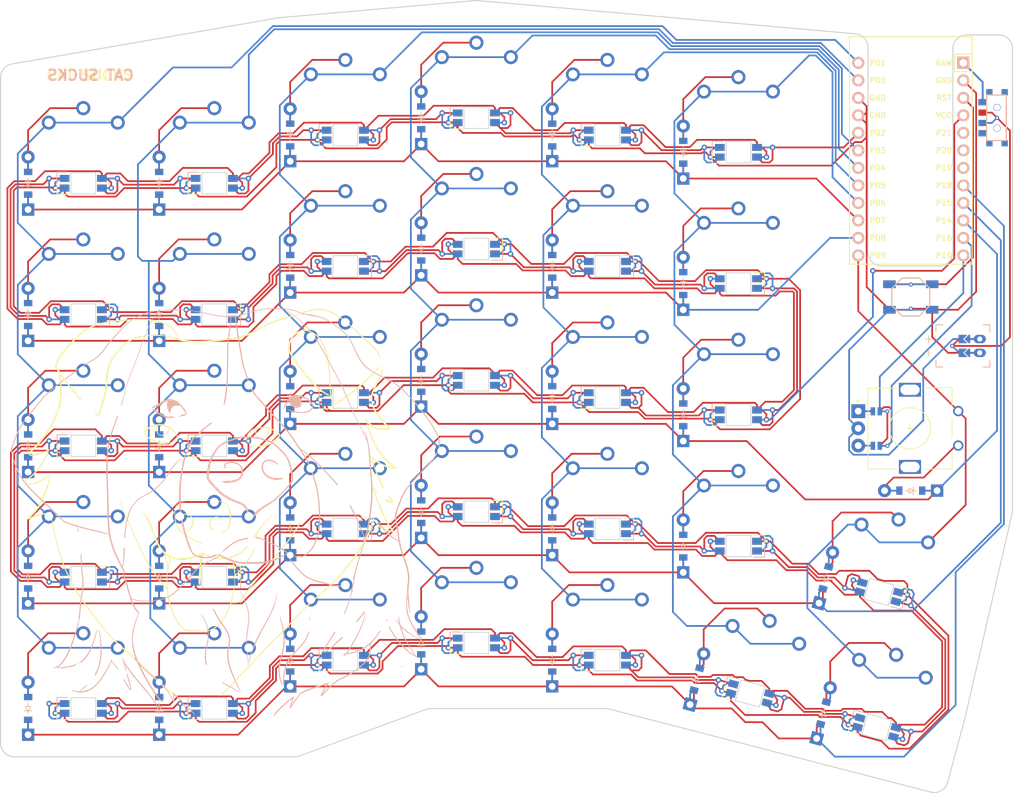
<source format=kicad_pcb>
(kicad_pcb (version 20240108) (generator "pcbnew") (generator_version "8.0")
  (title_block (title "left") (rev "v1.0.0") (company "Unknown"))
  (layers (0 "F.Cu" signal) (31 "B.Cu" signal) (34 "B.Paste" user) (35 "F.Paste" user) (36 "B.SilkS" user "B.Silkscreen") (37 "F.SilkS" user "F.Silkscreen") (38 "B.Mask" user) (39 "F.Mask" user) (44 "Edge.Cuts" user))
  (net 0 "")
  (net 1 "P1")
  (net 2 "outer_mod")
  (net 3 "outer_bottom")
  (net 4 "outer_home")
  (net 5 "outer_top")
  (net 6 "outer_num")
  (net 7 "P0")
  (net 8 "pinky_mod")
  (net 9 "pinky_bottom")
  (net 10 "pinky_home")
  (net 11 "pinky_top")
  (net 12 "pinky_num")
  (net 13 "P3")
  (net 14 "ring_mod")
  (net 15 "ring_bottom")
  (net 16 "ring_home")
  (net 17 "ring_top")
  (net 18 "ring_num")
  (net 19 "P4")
  (net 20 "middle_mod")
  (net 21 "middle_bottom")
  (net 22 "middle_home")
  (net 23 "middle_top")
  (net 24 "middle_num")
  (net 25 "P5")
  (net 26 "index_mod")
  (net 27 "index_bottom")
  (net 28 "index_home")
  (net 29 "index_top")
  (net 30 "index_num")
  (net 31 "P6")
  (net 32 "inner_bottom")
  (net 33 "inner_home")
  (net 34 "inner_top")
  (net 35 "inner_num")
  (net 36 "outer_bottom_thumbs")
  (net 37 "P9")
  (net 38 "inner_bottom_thumbs")
  (net 39 "inner_top_thumbs")
  (net 40 "P18")
  (net 41 "P15")
  (net 42 "P14")
  (net 43 "P8")
  (net 44 "P7")
  (net 45 "VCC")
  (net 46 "led_31")
  (net 47 "GND")
  (net 48 "led_32")
  (net 49 "led_17")
  (net 50 "led_18")
  (net 51 "led_5")
  (net 52 "led_6")
  (net 53 "led_30")
  (net 54 "led_16")
  (net 55 "led_4")
  (net 56 "led_29")
  (net 57 "led_15")
  (net 58 "led_3")
  (net 59 "led_28")
  (net 60 "led_14")
  (net 61 "led_2")
  (net 62 "led_27")
  (net 63 "led_13")
  (net 64 "led_1")
  (net 65 "led_12")
  (net 66 "P2")
  (net 67 "led_26")
  (net 68 "led_25")
  (net 69 "led_19")
  (net 70 "led_7")
  (net 71 "led_20")
  (net 72 "led_8")
  (net 73 "led_21")
  (net 74 "led_9")
  (net 75 "led_22")
  (net 76 "led_10")
  (net 77 "led_23")
  (net 78 "led_11")
  (net 79 "led_24")
  (net 80 "RAW")
  (net 81 "RST")
  (net 82 "P21")
  (net 83 "P20")
  (net 84 "P19")
  (net 85 "P16")
  (net 86 "P10")
  (net 87 "pos")
  (net 88 "JST1_1")
  (net 89 "JST1_2")
  (net 90 "RB_ROW")
  (net 91 "scroll-j1")
  (net 92 "scroll-j2")
  (footprint "E73:SPDT_C128955" (layer "F.Cu") (at 232.5 69.3 -90)
    (property "Reference" "T1" (hide yes))
    (property "Value" "" (hide yes))
  )
  (footprint "E73:SW_TACT_ALPS_SKQGABE010" (layer "F.Cu") (at 220 95.3 180)
    (property "Reference" "B1" (hide yes))
    (property "Value" "" (hide yes))
  )
  (footprint "PG1350" (layer "F.Cu") (at 100 73.8)
    (property "Reference" "S5" (hide yes))
    (property "Value" "" (hide yes))
  )
  (footprint "ComboDiode" (layer "F.Cu") (at 168 128.95 90)
    (property "Reference" "D22" (hide yes))
    (property "Value" "" (hide yes))
  )
  (footprint "VIA-0.6mm" (layer "F.Cu") (at 220 93.5)
    (property "Reference" "REF**" (hide yes))
    (property "Value" "VIA-0.6mm" (hide yes))
  )
  (footprint "PG1350" (layer "F.Cu") (at 138 104.9)
    (property "Reference" "S13" (hide yes))
    (property "Value" "" (hide yes))
  )
  (footprint "PG1350" (layer "F.Cu") (at 195 88.35)
    (property "Reference" "S28" (hide yes))
    (property "Value" "" (hide yes))
  )
  (footprint "ComboDiode" (layer "F.Cu") (at 187 112.4 90)
    (property "Reference" "D27" (hide yes))
    (property "Value" "" (hide yes))
  )
  (footprint "ComboDiode" (layer "F.Cu") (at 149 145.5 90)
    (property "Reference" "D16" (hide yes))
    (property "Value" "" (hide yes))
  )
  (footprint "ceoloide:battery_connector_jst_ph_2" (layer "F.Cu") (at 230 102.4 -90)
    (property "Reference" "JST1" (hide yes))
    (property "Value" "")
  )
  (footprint "PG1350" (layer "F.Cu") (at 119 92.85)
    (property "Reference" "S9" (hide yes))
    (property "Value" "" (hide yes))
  )
  (footprint "PG1350" (layer "F.Cu") (at 195 126.45)
    (property "Reference" "S26" (hide yes))
    (property "Value" "" (hide yes))
  )
  (footprint "VIA-0.6mm" (layer "F.Cu") (at 220 97)
    (property "Reference" "REF**" (hide yes))
    (property "Value" "VIA-0.6mm" (hide yes))
  )
  (footprint "PG1350" (layer "F.Cu") (at 138 85.85)
    (property "Reference" "S14" (hide yes))
    (property "Value" "" (hide yes))
  )
  (footprint "ComboDiode" (layer "F.Cu") (at 149 107.4 90)
    (property "Reference" "D18" (hide yes))
    (property "Value" "" (hide yes))
  )
  (footprint "ComboDiode" (layer "F.Cu") (at 168 90.85 90)
    (property "Reference" "D24" (hide yes))
    (property "Value" "" (hide yes))
  )
  (footprint "VIA-0.6mm" (layer "F.Cu") (at 216.6 111.9)
    (property "Reference" "REF**" (hide yes))
    (property "Value" "VIA-0.6mm" (hide yes))
  )
  (footprint "HOLE_M2_TH" (layer "F.Cu") (at 204.6 69.3)
    (property "Reference" "")
    (property "Value" "")
  )
  (footprint "ComboDiode" (layer "F.Cu") (at 111 116.9 90)
    (property "Reference" "D8" (hide yes))
    (property "Value" "" (hide yes))
  )
  (footprint "ComboDiode" (layer "F.Cu") (at 111 78.8 90)
    (property "Reference" "D10" (hide yes))
    (property "Value" "" (hide yes))
  )
  (footprint "ComboDiode" (layer "F.Cu") (at 130 109.9 90)
    (property "Reference" "D13" (hide yes))
    (property "Value" "" (hide yes))
  )
  (footprint "ComboDiode" (layer "F.Cu") (at 92 155 90)
    (property "Reference" "D1" (hide yes))
    (property "Value" "" (hide yes))
  )
  (footprint "E73:SW_TACT_ALPS_SKQGABE010" (layer "F.Cu") (at 220 95.3 180)
    (property "Reference" "B2" (hide yes))
    (property "Value" "" (hide yes))
  )
  (footprint "PG1350" (layer "F.Cu") (at 157 102.4)
    (property "Reference" "S18" (hide yes))
    (property "Value" "" (hide yes))
  )
  (footprint "ProMicro" (layer "F.Cu") (at 220 75.3 -90)
    (property "Reference" "MCU1" (hide yes))
    (property "Value" "" (hide yes))
  )
  (footprint "PG1350" (layer "F.Cu") (at 198 148 -15)
    (property "Reference" "S30" (hide yes))
    (property "Value" "" (hide yes))
  )
  (footprint "ComboDiode" (layer "F.Cu") (at 92 97.85 90)
    (property "Reference" "D4" (hide yes))
    (property "Value" "" (hide yes))
  )
  (footprint "lib:Jumper" (layer "F.Cu") (at 215 116.9 180)
    (property "Reference" "J4" (hide yes))
    (property "Value" "Jumper")
  )
  (footprint "PG1350" (layer "F.Cu") (at 138 123.95)
    (property "Reference" "S12" (hide yes))
    (property "Value" "" (hide yes))
  )
  (footprint "ComboDiode" (layer "F.Cu") (at 207.331089 155.676639 75)
    (property "Reference" "D31" (hide yes))
    (property "Value" "" (hide yes))
  )
  (footprint "VIA-0.6mm" (layer "F.Cu") (at 216.6 116.9)
    (property "Reference" "REF**" (hide yes))
    (property "Value" "VIA-0.6mm" (hide yes))
  )
  (footprint "PG1350" (layer "F.Cu") (at 195 107.4)
    (property "Reference" "S27" (hide yes))
    (property "Value" "" (hide yes))
  )
  (footprint "PG1350" (layer "F.Cu") (at 119 73.8)
    (property "Reference" "S10" (hide yes))
    (property "Value" "" (hide yes))
  )
  (footprint "ComboDiode" (layer "F.Cu") (at 130 148 90)
    (property "Reference" "D11" (hide yes))
    (property "Value" "" (hide yes))
  )
  (footprint "PG1350" (layer "F.Cu") (at 157 121.45)
    (property "Reference" "S17" (hide yes))
    (property "Value" "" (hide yes))
  )
  (footprint "PG1350" (layer "F.Cu") (at 138 143)
    (property "Reference" "S11" (hide yes))
    (property "Value" "" (hide yes))
  )
  (footprint "lib:Jumper" (layer "F.Cu") (at 215 111.9 180)
    (property "Reference" "J1" (hide yes))
    (property "Value" "Jumper")
  )
  (footprint "lib:Jumper" (layer "F.Cu") (at 215 116.9 180)
    (property "Reference" "J2" (hide yes))
    (property "Value" "Jumper")
  )
  (footprint "ComboDiode" (layer "F.Cu") (at 168 148 90)
    (property "Reference" "D21" (hide yes))
    (property "Value" "" (hide yes))
  )
  (footprint "PG1350" (layer "F.Cu") (at 119 150)
    (property "Reference" "S6" (hide yes))
    (property "Value" "" (hide yes))
  )
  (footprint "ComboDiode" (layer "F.Cu") (at 220 123.4 180)
    (property "Reference" "D33" (hide yes))
    (property "Value" "" (hide yes))
  )
  (footprint "E73:SPDT_C128955" (layer "F.Cu") (at 232.5 69.3 -90)
    (property "Reference" "T2" (hide yes))
    (property "Value" "" (hide yes))
  )
  (footprint "lib:Jumper" (layer "F.Cu") (at 215 111.9 180)
    (property "Reference" "J3" (hide yes))
    (property "Value" "Jumper")
  )
  (footprint "PG1350" (layer "F.Cu") (at 138 66.8)
    (property "Reference" "S15" (hide yes))
    (property "Value" "" (hide yes))
  )
  (footprint "PG1350" (layer "F.Cu") (at 100 92.85)
    (property "Reference" "S4" (hide yes))
    (property "Value" "" (hide yes))
  )
  (footprint "ComboDiode" (layer "F.Cu") (at 187 131.45 90)
    (property "Reference" "D26" (hide yes))
    (property "Value" "" (hide yes))
  )
  (footprint "PG1350" (layer "F.Cu") (at 176 66.8)
    (property "Reference" "S25" (hide yes))
    (property "Value" "" (hide yes))
  )
  (footprint "ComboDiode" (layer "F.Cu") (at 149 88.35 90)
    (property "Reference" "D19" (hide yes))
    (property "Value" "" (hide yes))
  )
  (footprint "HOLE_M2_TH" (layer "F.Cu") (at 109.6 145.38)
    (property "Reference" "")
    (property "Value" "")
  )
  (footprint "ComboDiode" (layer "F.Cu") (at 92 116.9 90)
    (property "Reference" "D3" (hide yes))
    (property "Value" "" (hide yes))
  )
  (footprint "ComboDiode" (layer "F.Cu") (at 92 135.95 90)
    (property "Reference" "D2" (hide yes))
    (property "Value" "" (hide yes))
  )
  (footprint "VIA-0.6mm" (layer "F.Cu") (at 232.5 69.3)
    (property "Reference" "REF**" (hide yes))
    (property "Value" "VIA-0.6mm" (hide yes))
  )
  (footprint "PG1350" (layer "F.Cu") (at 157 64.3)
    (property "Reference" "S20" (hide yes))
    (property "Value" "" (hide yes))
  )
  (footprint "HOLE_M2_TH" (layer "F.Cu") (at 202.2 137.2725)
    (property "Reference" "")
    (property "Value" "")
  )
  (footprint "ComboDiode" (layer "F.Cu") (at 111 135.95 90)
    (property "Reference" "D7" (hide yes))
    (property "Value" "" (hide yes))
  )
  (footprint "VIA-0.6mm" (layer "F.Cu") (at 226 102.4)
    (property "Reference" "REF**" (hide yes))
    (property "Value" "VIA-0.6mm" (hide yes))
  )
  (footprint "rotary_encoder" (layer "F.Cu") (at 220 114.4)
    (property "Reference" "ROT1" (hide yes))
    (property "Value" "")
  )
  (footprint "PG1350" (layer "F.Cu") (at 195 69.3)
    (property "Reference" "S29" (hide yes))
    (property "Value" "" (hide yes))
  )
  (footprint "ComboDiode" (layer "F.Cu") (at 168 109.9 90)
    (property "Reference" "D23" (hide yes))
    (property "Value" "" (hide yes))
  )
  (footprint "PG1350" (layer "F.Cu") (at 216.352591 152.917562 -15)
    (property "Reference" "S31" (hide yes))
    (property "Value" "" (hide yes))
  )
  (footprint "PG1350" (layer "F.Cu") (at 100 130.95)
    (property "Reference" "S2" (hide yes))
    (property "Value" "" (hide yes))
  )
  (footprint "ComboDiode" (layer "F.Cu") (at 92 78.8 90)
    (property "Reference" "D5" (hide yes))
    (property "Value" "" (hide yes))
  )
  (footprint "PG1350" (layer "F.Cu") (at 176 143)
    (property "Reference" "S21" (hide yes))
    (property "Value" "" (hide yes))
  )
  (footprint "ComboDiode" (layer "F.Cu") (at 111 155 90)
    (property "Reference" "D6" (hide yes))
    (property "Value" "" (hide yes))
  )
  (footprint "ComboDiode" (layer "F.Cu") (at 149 126.45 90)
    (property "Reference" "D17" (hide yes))
    (property "Value" "" (hide yes))
  )
  (footprint "LOGO" (layer "F.Cu") (at 118.5 122)
    (property "Reference" "G***" (hide yes))
    (property "Value" "LOGO" (hide yes))
  )
  (footprint "PG1350" (layer "F.Cu") (at 176 104.9)
    (property "Reference" "S23" (hide yes))
    (property "Value" "" (hide yes))
  )
  (footprint "HOLE_M2_TH" (layer "F.Cu") (at 109.6 88.23)
    (property "Reference" "")
    (property "Value" "")
  )
  (footprint "ComboDiode" (layer "F.Cu") (at 149 69.3 90)
    (property "Reference" "D20" (hide yes))
    (property "Value" "" (hide yes))
  )
  (footprint "PG1350" (layer "F.Cu") (at 100 150)
    (property "Reference" "S1" (hide yes))
    (property "Value" "" (hide yes))
  )
  (footprint "PG1350" (layer "F.Cu") (at 216.694946 133.287284 -15)
    (property "Reference" "S32" (hide yes))
    (property "Value" "" (hide yes))
  )
  (footprint "PG1350" (layer "F.Cu") (at 176 123.95)
    (property "Reference" "S22" (hide yes))
    (property "Value" "" (hide yes))
  )
  (footprint "HOLE_M2_TH" (layer "F.Cu") (at 147.6 116.925)
    (property "Reference" "")
    (property "Value" "")
  )
  (footprint "PG1350" (layer "F.Cu") (at 157 140.5)
    (property "Reference" "S16" (hide yes))
    (property "Value" "" (hide yes))
  )
  (footprint "PG1350" (layer "F.Cu") (at 100 111.9)
    (property "Reference" "S3" (hide yes))
    (property "Value" "" (hide yes))
  )
  (footprint "PG1350" (layer "F.Cu") (at 176 85.85)
    (property "Reference" "S24" (hide yes))
    (property "Value" "" (hide yes))
  )
  (footprint "PG1350" (layer "F.Cu") (at 157 83.35)
    (property "Reference" "S19" (hide yes))
    (property "Value" "" (hide yes))
  )
  (footprint "ComboDiode" (layer "F.Cu") (at 130 71.8 90)
    (property "Reference" "D15" (hide yes))
    (property "Value" "" (hide yes))
  )
  (footprint "ComboDiode" (layer "F.Cu") (at 187 93.35 90)
    (property "Reference" "D28" (hide yes))
    (property "Value" "" (hide yes))
  )
  (footprint "ComboDiode" (layer "F.Cu") (at 168 71.8 90)
    (property "Reference" "D25" (hide yes))
    (property "Value" "" (hide yes))
  )
  (footprint "ComboDiode" (layer "F.Cu") (at 187 74.3 90)
    (property "Reference" "D29" (hide yes))
    (property "Value" "" (hide yes))
  )
  (footprint "ComboDiode" (layer "F.Cu") (at 188.978498 150.759077 75)
    (property "Reference" "D30" (hide yes))
    (property "Value" "" (hide yes))
  )
  (footprint "PG1350" (layer "F.Cu") (at 119 130.95)
    (property "Reference" "S7" (hide yes))
    (property "Value" "" (hide yes))
  )
  (footprint "ComboDiode" (layer "F.Cu") (at 130 90.85 90)
    (property "Reference" "D14" (hide yes))
    (property "Value" "" (hide yes))
  )
  (footprint "ComboDiode" (layer "F.Cu") (at 130 128.95 90)
    (property "Reference" "D12" (hide yes))
    (property "Value" "" (hide yes))
  )
  (footprint "ComboDiode" (layer "F.Cu") (at 207.673444 136.046361 75)
    (property "Reference" "D32" (hide yes))
    (property "Value" "" (hide yes))
  )
  (footprint "ComboDiode" (layer "F.Cu") (at 111 97.85 90)
    (property "Reference" "D9" (hide yes))
    (property "Value" "" (hide yes))
  )
  (footprint "PG1350" (layer "F.Cu") (at 119 111.9)
    (property "Reference" "S8" (hide yes))
    (property "Value" "" (hide yes))
  )
  (footprint "ceoloide:led_SK6812mini-e (per-key, reversible)" (layer "B.Cu") (at 138 71.8)
    (property "Reference" "LED9" (hide yes))
    (property "Value" "")
    (fp_rect (start -1.8 -1.55) (end 1.8 1.55) (stroke (width 0.12)) (fill none) (layer "Edge.Cuts"))
  )
  (footprint "ceoloide:led_SK6812mini-e (per-key, reversible)" (layer "B.Cu") (at 157 107.4)
    (property "Reference" "LED11" (hide yes))
    (property "Value" "")
    (fp_rect (start -1.8 -1.55) (end 1.8 1.55) (stroke (width 0.12)) (fill none) (layer "Edge.Cuts"))
  )
  (footprint "ceoloide:led_SK6812mini-e (per-key, reversible)" (layer "B.Cu") (at 119 116.9)
    (property "Reference" "LED5" (hide yes))
    (property "Value" "")
    (fp_rect (start -1.8 -1.55) (end 1.8 1.55) (stroke (width 0.12)) (fill none) (layer "Edge.Cuts"))
  )
  (footprint "ceoloide:led_SK6812mini-e (per-key, reversible)" (layer "B.Cu") (at 157 126.45 180)
    (property "Reference" "LED26" (hide yes))
    (property "Value" "")
    (fp_rect (start -1.8 -1.55) (end 1.8 1.55) (stroke (width 0.12)) (fill none) (layer "Edge.Cuts"))
  )
  (footprint "ceoloide:led_SK6812mini-e (per-key, reversible)" (layer "B.Cu") (at 119 135.95 180)
    (property "Reference" "LED22" (hide yes))
    (property "Value" "")
    (fp_rect (start -1.8 -1.55) (end 1.8 1.55) (stroke (width 0.12)) (fill none) (layer "Edge.Cuts"))
  )
  (footprint "ceoloide:led_SK6812mini-e (per-key, reversible)" (layer "B.Cu") (at 100 155)
    (property "Reference" "LED1" (hide yes))
    (property "Value" "")
    (fp_rect (start -1.8 -1.55) (end 1.8 1.55) (stroke (width 0.12)) (fill none) (layer "Edge.Cuts"))
  )
  (footprint "ceoloide:led_SK6812mini-e (per-key, reversible)" (layer "B.Cu") (at 100 135.95 180)
    (property "Reference" "LED20" (hide yes))
    (property "Value" "")
    (fp_rect (start -1.8 -1.55) (end 1.8 1.55) (stroke (width 0.12)) (fill none) (layer "Edge.Cuts"))
  )
  (footprint "ceoloide:led_SK6812mini-e (per-key, reversible)" (layer "B.Cu") (at 176 109.9)
    (property "Reference" "LED14" (hide yes))
    (property "Value" "")
    (fp_rect (start -1.8 -1.55) (end 1.8 1.55) (stroke (width 0.12)) (fill none) (layer "Edge.Cuts"))
  )
  (footprint "ceoloide:led_SK6812mini-e (per-key, reversible)" (layer "B.Cu") (at 195 74.3)
    (property "Reference" "LED17" (hide yes))
    (property "Value" "")
    (fp_rect (start -1.8 -1.55) (end 1.8 1.55) (stroke (width 0.12)) (fill none) (layer "Edge.Cuts"))
  )
  (footprint "ceoloide:led_SK6812mini-e (per-key, reversible)" (layer "B.Cu") (at 138 90.85 180)
    (property "Reference" "LED25" (hide yes))
    (property "Value" "")
    (fp_rect (start -1.8 -1.55) (end 1.8 1.55) (stroke (width 0.12)) (fill none) (layer "Edge.Cuts"))
  )
  (footprint "ceoloide:led_SK6812mini-e (per-key, reversible)" (layer "B.Cu") (at 100 116.9)
    (property "Reference" "LED2" (hide yes))
    (property "Value" "")
    (fp_rect (start -1.8 -1.55) (end 1.8 1.55) (stroke (width 0.12)) (fill none) (layer "Edge.Cuts"))
  )
  (footprint "LOGO" (layer "B.Cu") (at 120.5 124 180)
    (property "Reference" "G***" (hide yes))
    (property "Value" "LOGO" (hide yes))
  )
  (footprint "ceoloide:led_SK6812mini-e (per-key, reversible)" (layer "B.Cu") (at 195 112.4)
    (property "Reference" "LED16" (hide yes))
    (property "Value" "")
    (fp_rect (start -1.8 -1.55) (end 1.8 1.55) (stroke (width 0.12)) (fill none) (layer "Edge.Cuts"))
  )
  (footprint "ceoloide:led_SK6812mini-e (per-key, reversible)" (layer "B.Cu") (at 119 78.8)
    (property "Reference" "LED6" (hide yes))
    (property "Value" "")
    (fp_rect (start -1.8 -1.55) (end 1.8 1.55) (stroke (width 0.12)) (fill none) (layer "Edge.Cuts"))
  )
  (footprint "ceoloide:led_SK6812mini-e (per-key, reversible)" (layer "B.Cu") (at 196.705905 152.829629 -15)
    (property "Reference" "LED18" (hide yes))
    (property "Value" "")
    (fp_poly (pts (xy -1.8 -1.55) (xy 1.8 -1.55) (xy 1.8 1.55) (xy -1.8 1.55)) (stroke (width 0.12)) (fill none) (layer "Edge.Cuts"))
  )
  (footprint "ceoloide:led_SK6812mini-e (per-key, reversible)" (layer "B.Cu") (at 195 131.45 180)
    (property "Reference" "LED30" (hide yes))
    (property "Value" "")
    (fp_rect (start -1.8 -1.55) (end 1.8 1.55) (stroke (width 0.12)) (fill none) (layer "Edge.Cuts"))
  )
  (footprint "ceoloide:led_SK6812mini-e (per-key, reversible)" (layer "B.Cu") (at 157 69.3)
    (property "Reference" "LED12" (hide yes))
    (property "Value" "")
    (fp_rect (start -1.8 -1.55) (end 1.8 1.55) (stroke (width 0.12)) (fill none) (layer "Edge.Cuts"))
  )
  (footprint "ceoloide:led_SK6812mini-e (per-key, reversible)" (layer "B.Cu") (at 176 90.85 180)
    (property "Reference" "LED29" (hide yes))
    (property "Value" "")
    (fp_rect (start -1.8 -1.55) (end 1.8 1.55) (stroke (width 0.12)) (fill none) (layer "Edge.Cuts"))
  )
  (footprint "ceoloide:led_SK6812mini-e (per-key, reversible)" (layer "B.Cu") (at 215.058496 157.747191 -15)
    (property "Reference" "LED19" (hide yes))
    (property "Value" "")
    (fp_poly (pts (xy -1.8 -1.55) (xy 1.8 -1.55) (xy 1.8 1.55) (xy -1.8 1.55)) (stroke (width 0.12)) (fill none) (layer "Edge.Cuts"))
  )
  (footprint "ceoloide:led_SK6812mini-e (per-key, reversible)" (layer "B.Cu") (at 176 71.8)
    (property "Reference" "LED15" (hide yes))
    (property "Value" "")
    (fp_rect (start -1.8 -1.55) (end 1.8 1.55) (stroke (width 0.12)) (fill none) (layer "Edge.Cuts"))
  )
  (footprint "ceoloide:led_SK6812mini-e (per-key, reversible)" (layer "B.Cu") (at 138 128.95 180)
    (property "Reference" "LED24" (hide yes))
    (property "Value" "")
    (fp_rect (start -1.8 -1.55) (end 1.8 1.55) (stroke (width 0.12)) (fill none) (layer "Edge.Cuts"))
  )
  (footprint "ceoloide:led_SK6812mini-e (per-key, reversible)" (layer "B.Cu") (at 215.400851 138.116914 165)
    (property "Reference" "LED32" (hide yes))
    (property "Value" "")
    (fp_poly (pts (xy -1.8 -1.55) (xy 1.8 -1.55) (xy 1.8 1.55) (xy -1.8 1.55)) (stroke (width 0.12)) (fill none) (layer "Edge.Cuts"))
  )
  (footprint "ceoloide:led_SK6812mini-e (per-key, reversible)" (layer "B.Cu") (at 119 97.85 180)
    (property "Reference" "LED23" (hide yes))
    (property "Value" "")
    (fp_rect (start -1.8 -1.55) (end 1.8 1.55) (stroke (width 0.12)) (fill none) (layer "Edge.Cuts"))
  )
  (footprint "ceoloide:led_SK6812mini-e (per-key, reversible)" (layer "B.Cu") (at 119 155)
    (property "Reference" "LED4" (hide yes))
    (property "Value" "")
    (fp_rect (start -1.8 -1.55) (end 1.8 1.55) (stroke (width 0.12)) (fill none) (layer "Edge.Cuts"))
  )
  (footprint "ceoloide:led_SK6812mini-e (per-key, reversible)" (layer "B.Cu") (at 157 145.5)
    (property "Reference" "LED10" (hide yes))
    (property "Value" "")
    (fp_rect (start -1.8 -1.55) (end 1.8 1.55) (stroke (width 0.12)) (fill none) (layer "Edge.Cuts"))
  )
  (footprint "ceoloide:led_SK6812mini-e (per-key, reversible)" (layer "B.Cu") (at 138 109.9)
    (property "Reference" "LED8" (hide yes))
    (property "Value" "")
    (fp_rect (start -1.8 -1.55) (end 1.8 1.55) (stroke (width 0.12)) (fill none) (layer "Edge.Cuts"))
  )
  (footprint "ceoloide:led_SK6812mini-e (per-key, reversible)" (layer "B.Cu") (at 100 78.8)
    (property "Reference" "LED3" (hide yes))
    (property "Value" "")
    (fp_rect (start -1.8 -1.55) (end 1.8 1.55) (stroke (width 0.12)) (fill none) (layer "Edge.Cuts"))
  )
  (footprint "ceoloide:led_SK6812mini-e (per-key, reversible)" (layer "B.Cu") (at 157 88.35 180)
    (property "Reference" "LED27" (hide yes))
    (property "Value" "")
    (fp_rect (start -1.8 -1.55) (end 1.8 1.55) (stroke (width 0.12)) (fill none) (layer "Edge.Cuts"))
  )
  (footprint "ceoloide:led_SK6812mini-e (per-key, reversible)" (layer "B.Cu") (at 100 97.85 180)
    (property "Reference" "LED21" (hide yes))
    (property "Value" "")
    (fp_rect (start -1.8 -1.55) (end 1.8 1.55) (stroke (width 0.12)) (fill none) (layer "Edge.Cuts"))
  )
  (footprint "ceoloide:led_SK6812mini-e (per-key, reversible)" (layer "B.Cu") (at 176 148)
    (property "Reference" "LED13" (hide yes))
    (property "Value" "")
    (fp_rect (start -1.8 -1.55) (end 1.8 1.55) (stroke (width 0.12)) (fill none) (layer "Edge.Cuts"))
  )
  (footprint "ceoloide:led_SK6812mini-e (per-key, reversible)" (layer "B.Cu") (at 176 128.95 180)
    (property "Reference" "LED28" (hide yes))
    (property "Value" "")
    (fp_rect (start -1.8 -1.55) (end 1.8 1.55) (stroke (width 0.12)) (fill none) (layer "Edge.Cuts"))
  )
  (footprint "ceoloide:led_SK6812mini-e (per-key, reversible)" (layer "B.Cu") (at 195 93.35 180)
    (property "Reference" "LED31" (hide yes))
    (property "Value" "")
    (fp_rect (start -1.8 -1.55) (end 1.8 1.55) (stroke (width 0.12)) (fill none) (layer "Edge.Cuts"))
  )
  (footprint "ceoloide:led_SK6812mini-e (per-key, reversible)" (layer "B.Cu") (at 138 148)
    (property "Reference" "LED7" (hide yes))
    (property "Value" "")
    (fp_rect (start -1.8 -1.55) (end 1.8 1.55) (stroke (width 0.12)) (fill none) (layer "Edge.Cuts"))
  )
  (gr_arc (start 149.665291 155.148314) (mid 150.005541 155.05607) (end 150.356702 155.025) (stroke (width 0.15)) (layer "Edge.Cuts"))
  (gr_arc (start 226.1 88.8) (mid 225.514214 90.214214) (end 224.1 90.8) (stroke (width 0.15)) (layer "Edge.Cuts"))
  (gr_line (start 228.1 57.275) (end 232.75 57.275) (stroke (width 0.15)) (layer "Edge.Cuts"))
  (gr_line (start 222.91234 167.142935) (end 176.246063 155.088561) (stroke (width 0.15)) (layer "Edge.Cuts"))
  (gr_arc (start 232.75 57.275) (mid 234.164214 57.860786) (end 234.75 59.275) (stroke (width 0.15)) (layer "Edge.Cuts"))
  (gr_line (start 149.665291 155.148314) (end 131.334709 161.901686) (stroke (width 0.15)) (layer "Edge.Cuts"))
  (gr_line (start 128.484102 54.767648) (end 156.825226 52.290277) (stroke (width 0.15)) (layer "Edge.Cuts"))
  (gr_arc (start 131.334709 161.901686) (mid 130.994459 161.99393) (end 130.643298 162.025) (stroke (width 0.15)) (layer "Edge.Cuts"))
  (gr_arc (start 227.951684 155.988702) (mid 227.943394 156.023311) (end 227.934489 156.057768) (stroke (width 0.15)) (layer "Edge.Cuts"))
  (gr_line (start 234.75 59.275) (end 234.75 126.22282) (stroke (width 0.15)) (layer "Edge.Cuts"))
  (gr_arc (start 211.975378 57.114382) (mid 213.274916 57.755892) (end 213.8 59.106678) (stroke (width 0.15)) (layer "Edge.Cuts"))
  (gr_arc (start 234.75 126.22282) (mid 234.737221 126.448548) (end 234.699047 126.671392) (stroke (width 0.15)) (layer "Edge.Cuts"))
  (gr_line (start 213.8 59.106678) (end 213.8 88.8) (stroke (width 0.15)) (layer "Edge.Cuts"))
  (gr_line (start 157.174765 52.290384) (end 211.975378 57.114382) (stroke (width 0.15)) (layer "Edge.Cuts"))
  (gr_line (start 130.643298 162.025) (end 90 162.025) (stroke (width 0.15)) (layer "Edge.Cuts"))
  (gr_arc (start 226.1 59.275) (mid 226.685786 57.860786) (end 228.1 57.275) (stroke (width 0.15)) (layer "Edge.Cuts"))
  (gr_line (start 175.745861 155.025) (end 150.356702 155.025) (stroke (width 0.15)) (layer "Edge.Cuts"))
  (gr_arc (start 156.825226 52.290277) (mid 156.999998 52.28268) (end 157.174765 52.290384) (stroke (width 0.15)) (layer "Edge.Cuts"))
  (gr_arc (start 215.8 90.8) (mid 214.385786 90.214214) (end 213.8 88.8) (stroke (width 0.15)) (layer "Edge.Cuts"))
  (gr_line (start 89.658553 61.487627) (end 128.316815 54.789413) (stroke (width 0.15)) (layer "Edge.Cuts"))
  (gr_arc (start 90 162.025) (mid 88.585786 161.439214) (end 88 160.025) (stroke (width 0.15)) (layer "Edge.Cuts"))
  (gr_line (start 227.934489 156.057768) (end 225.344394 165.724134) (stroke (width 0.15)) (layer "Edge.Cuts"))
  (gr_line (start 215.8 90.8) (end 224.1 90.8) (stroke (width 0.15)) (layer "Edge.Cuts"))
  (gr_arc (start 175.745861 155.025) (mid 175.997973 155.040954) (end 176.246063 155.088561) (stroke (width 0.15)) (layer "Edge.Cuts"))
  (gr_arc (start 88 63.458265) (mid 88.469821 62.170417) (end 89.658553 61.487627) (stroke (width 0.15)) (layer "Edge.Cuts"))
  (gr_arc (start 128.316816 54.789413) (mid 128.400229 54.776766) (end 128.484102 54.767648) (stroke (width 0.15)) (layer "Edge.Cuts"))
  (gr_line (start 226.1 88.8) (end 226.1 59.275) (stroke (width 0.15)) (layer "Edge.Cuts"))
  (gr_line (start 88 160.025) (end 88 63.458265) (stroke (width 0.15)) (layer "Edge.Cuts"))
  (gr_arc (start 225.344393 165.724134) (mid 224.420338 166.934021) (end 222.91234 167.142935) (stroke (width 0.15)) (layer "Edge.Cuts"))
  (gr_line (start 234.699047 126.671392) (end 227.951684 155.988702) (stroke (width 0.15)) (layer "Edge.Cuts"))
  (gr_text "CAT SUCKS" (at 107.5 64 0) (layer "B.SilkS") (effects (font (size 1.5 1.5) (thickness 0.3) (bold yes)) (justify left bottom mirror)))
  (gr_text "CAT SUCKS" (at 94.5 64 0) (layer "F.SilkS") (effects (font (size 1.5 1.5) (thickness 0.3) (bold yes)) (justify left bottom)))
  (segment (start 90.5 131.65) (end 95 127.15) (width 0.25) (layer "B.Cu") (net 1))
  (segment (start 95 89.05) (end 105 89.05) (width 0.25) (layer "B.Cu") (net 1))
  (segment (start 90.5 93.55) (end 95 89.05) (width 0.25) (layer "B.Cu") (net 1))
  (segment (start 184 56) (end 186 58) (width 0.25) (layer "B.Cu") (net 1))
  (segment (start 95 146.2) (end 90.5 141.7) (width 0.25) (layer "B.Cu") (net 1))
  (segment (start 95 108.1) (end 90.5 103.6) (width 0.25) (layer "B.Cu") (net 1))
  (segment (start 95 70) (end 105 70) (width 0.25) (layer "B.Cu") (net 1))
  (segment (start 95 127.15) (end 90.5 122.65) (width 0.25) (layer "B.Cu") (net 1))
  (segment (start 127.5 56) (end 184 56) (width 0.25) (layer "B.Cu") (net 1))
  (segment (start 186 58) (end 209.05 58) (width 0.25) (layer "B.Cu") (net 1))
  (segment (start 95 127.15) (end 105 127.15) (width 0.25) (layer "B.Cu") (net 1))
  (segment (start 90.5 141.7) (end 90.5 131.65) (width 0.25) (layer "B.Cu") (net 1))
  (segment (start 95 146.2) (end 105 146.2) (width 0.25) (layer "B.Cu") (net 1))
  (segment (start 90.5 112.6) (end 95 108.1) (width 0.25) (layer "B.Cu") (net 1))
  (segment (start 90.5 74.5) (end 95 70) (width 0.25) (layer "B.Cu") (net 1))
  (segment (start 105 70) (end 113 62) (width 0.25) (layer "B.Cu") (net 1))
  (segment (start 121.5 62) (end 127.5 56) (width 0.25) (layer "B.Cu") (net 1))
  (segment (start 90.5 103.6) (end 90.5 93.55) (width 0.25) (layer "B.Cu") (net 1))
  (segment (start 90.5 122.65) (end 90.5 112.6) (width 0.25) (layer "B.Cu") (net 1))
  (segment (start 209.05 58) (end 212.38 61.33) (width 0.25) (layer "B.Cu") (net 1))
  (segment (start 90.5 84.55) (end 90.5 74.5) (width 0.25) (layer "B.Cu") (net 1))
  (segment (start 95 89.05) (end 90.5 84.55) (width 0.25) (layer "B.Cu") (net 1))
  (segment (start 95 108.1) (end 105 108.1) (width 0.25) (layer "B.Cu") (net 1))
  (segment (start 113 62) (end 121.5 62) (width 0.25) (layer "B.Cu") (net 1))
  (segment (start 94.9 144.1) (end 100 144.1) (width 0.25) (layer "F.Cu") (net 2))
  (segment (start 92 151.19) (end 92 147) (width 0.25) (layer "F.Cu") (net 2))
  (segment (start 92 153.35) (end 92 151.19) (width 0.25) (layer "F.Cu") (net 2))
  (segment (start 92 147) (end 94.9 144.1) (width 0.25) (layer "F.Cu") (net 2))
  (segment (start 92 151.19) (end 92 153.35) (width 0.25) (layer "B.Cu") (net 2))
  (segment (start 92 132.14) (end 92 127.62677) (width 0.25) (layer "F.Cu") (net 3))
  (segment (start 94.57677 125.05) (end 100 125.05) (width 0.25) (layer "F.Cu") (net 3))
  (segment (start 92 127.62677) (end 94.57677 125.05) (width 0.25) (layer "F.Cu") (net 3))
  (segment (start 92 132.14) (end 92 134.3) (width 0.25) (layer "F.Cu") (net 3))
  (segment (start 92 132.14) (end 92 134.3) (width 0.25) (layer "B.Cu") (net 3))
  (segment (start 92 113.09) (end 92 115.25) (width 0.25) (layer "F.Cu") (net 4))
  (segment (start 94.5 106) (end 100 106) (width 0.25) (layer "F.Cu") (net 4))
  (segment (start 92 108.5) (end 94.5 106) (width 0.25) (layer "F.Cu") (net 4))
  (segment (start 92 113.09) (end 92 108.5) (width 0.25) (layer "F.Cu") (net 4))
  (segment (start 92 113.09) (end 92 115.25) (width 0.25) (layer "B.Cu") (net 4))
  (segment (start 92 90.153539) (end 95.203539 86.95) (width 0.25) (layer "F.Cu") (net 5))
  (segment (start 92 94.04) (end 92 96.2) (width 0.25) (layer "F.Cu") (net 5))
  (segment (start 92 94.04) (end 92 90.153539) (width 0.25) (layer "F.Cu") (net 5))
  (segment (start 95.203539 86.95) (end 100 86.95) (width 0.25) (layer "F.Cu") (net 5))
  (segment (start 92 96.2) (end 92 94.04) (width 0.25) (layer "B.Cu") (net 5))
  (segment (start 92 74.99) (end 92 71.103539) (width 0.25) (layer "F.Cu") (net 6))
  (segment (start 95.203539 67.9) (end 100 67.9) (width 0.25) (layer "F.Cu") (net 6))
  (segment (start 92 71.103539) (end 95.203539 67.9) (width 0.25) (layer "F.Cu") (net 6))
  (segment (start 92 74.99) (end 92 77.15) (width 0.25) (layer "F.Cu") (net 6))
  (segment (start 92 74.99) (end 92 77.15) (width 0.25) (layer "B.Cu") (net 6))
  (segment (start 109.5 90.065999) (end 108.565999 90.065999) (width 0.25) (layer "B.Cu") (net 7))
  (segment (start 185.5 58.45) (end 206.96 58.45) (width 0.25) (layer "B.Cu") (net 7))
  (segment (start 109.5 122.65) (end 114 127.15) (width 0.25) (layer "B.Cu") (net 7))
  (segment (start 107.925 89.425) (end 107.925 76.075) (width 0.25) (layer "B.Cu") (net 7))
  (segment (start 109.7225 141.9225) (end 114 146.2) (width 0.25) (layer "B.Cu") (net 7))
  (segment (start 112.984001 90.065999) (end 109.5 90.065999) (width 0.25) (layer "B.Cu") (net 7))
  (segment (start 109.7225 131.4275) (end 109.7225 141.9225) (width 0.25) (layer "B.Cu") (net 7))
  (segment (start 206.96 58.45) (end 212.38 63.87) (width 0.25) (layer "B.Cu") (net 7))
  (segment (start 114 127.15) (end 109.7225 131.4275) (width 0.25) (layer "B.Cu") (net 7))
  (segment (start 124 70) (end 114 70) (width 0.25) (layer "B.Cu") (net 7))
  (segment (start 108.565999 90.065999) (end 107.925 89.425) (width 0.25) (layer "B.Cu") (net 7))
  (segment (start 109.5 103.6) (end 114 108.1) (width 0.25) (layer "B.Cu") (net 7))
  (segment (start 124 108.1) (end 114 108.1) (width 0.25) (layer "B.Cu") (net 7))
  (segment (start 127.686396 56.45) (end 183.5 56.45) (width 0.25) (layer "B.Cu") (net 7))
  (segment (start 107.925 76.075) (end 114 70) (width 0.25) (layer "B.Cu") (net 7))
  (segment (start 109.5 112.6) (end 109.5 122.65) (width 0.25) (layer "B.Cu") (net 7))
  (segment (start 114 89.05) (end 112.984001 90.065999) (width 0.25) (layer "B.Cu") (net 7))
  (segment (start 124 60.136396) (end 127.686396 56.45) (width 0.25) (layer "B.Cu") (net 7))
  (segment (start 124 70) (end 124 60.136396) (width 0.25) (layer "B.Cu") (net 7))
  (segment (start 183.5 56.45) (end 185.5 58.45) (width 0.25) (layer "B.Cu") (net 7))
  (segment (start 114 108.1) (end 109.5 112.6) (width 0.25) (layer "B.Cu") (net 7))
  (segment (start 124 146.2) (end 114 146.2) (width 0.25) (layer "B.Cu") (net 7))
  (segment (start 109.5 90.065999) (end 109.5 103.6) (width 0.25) (layer "B.Cu") (net 7))
  (segment (start 114 127.15) (end 124 127.15) (width 0.25) (layer "B.Cu") (net 7))
  (segment (start 114 89.05) (end 124 89.05) (width 0.25) (layer "B.Cu") (net 7))
  (segment (start 111 151.19) (end 111 147) (width 0.25) (layer "F.Cu") (net 8))
  (segment (start 111 147) (end 113.9 144.1) (width 0.25) (layer "F.Cu") (net 8))
  (segment (start 111 151.19) (end 111 153.35) (width 0.25) (layer "F.Cu") (net 8))
  (segment (start 113.9 144.1) (end 119 144.1) (width 0.25) (layer "F.Cu") (net 8))
  (segment (start 111 153.35) (end 111 151.19) (width 0.25) (layer "B.Cu") (net 8))
  (segment (start 111 132.14) (end 111 128) (width 0.25) (layer "F.Cu") (net 9))
  (segment (start 111 132.14) (end 111 134.3) (width 0.25) (layer "F.Cu") (net 9))
  (segment (start 111 128) (end 113.95 125.05) (width 0.25) (layer "F.Cu") (net 9))
  (segment (start 113.95 125.05) (end 119 125.05) (width 0.25) (layer "F.Cu") (net 9))
  (segment (start 111 134.3) (end 111 132.14) (width 0.25) (layer "B.Cu") (net 9))
  (segment (start 111 113.09) (end 111 108.5) (width 0.25) (layer "F.Cu") (net 10))
  (segment (start 111 108.5) (end 113.5 106) (width 0.25) (layer "F.Cu") (net 10))
  (segment (start 111 113.09) (end 111 115.25) (width 0.25) (layer "F.Cu") (net 10))
  (segment (start 113.5 106) (end 119 106) (width 0.25) (layer "F.Cu") (net 10))
  (segment (start 111 113.09) (end 111 115.25) (width 0.25) (layer "B.Cu") (net 10))
  (segment (start 111 94.04) (end 111 89.75) (width 0.25) (layer "F.Cu") (net 11))
  (segment (start 111 94.04) (end 111 96.2) (width 0.25) (layer "F.Cu") (net 11))
  (segment (start 111 89.75) (end 113.8 86.95) (width 0.25) (layer "F.Cu") (net 11))
  (segment (start 113.8 86.95) (end 119 86.95) (width 0.25) (layer "F.Cu") (net 11))
  (segment (start 111 96.2) (end 111 94.04) (width 0.25) (layer "B.Cu") (net 11))
  (segment (start 111 71.103539) (end 114.203539 67.9) (width 0.25) (layer "F.Cu") (net 12))
  (segment (start 111 74.99) (end 111 77.15) (width 0.25) (layer "F.Cu") (net 12))
  (segment (start 114.203539 67.9) (end 119 67.9) (width 0.25) (layer "F.Cu") (net 12))
  (segment (start 111 74.99) (end 111 71.103539) (width 0.25) (layer "F.Cu") (net 12))
  (segment (start 111 74.99) (end 111 77.15) (width 0.25) (layer "B.Cu") (net 12))
  (segment (start 128.5 77.55) (end 133 82.05) (width 0.25) (layer "B.Cu") (net 13))
  (segment (start 133 82.05) (end 143 82.05) (width 0.25) (layer "B.Cu") (net 13))
  (segment (start 128.5 67.5) (end 128.5 77.55) (width 0.25) (layer "B.Cu") (net 13))
  (segment (start 128.5 134.7) (end 133 139.2) (width 0.25) (layer "B.Cu") (net 13))
  (segment (start 143 63) (end 149.1 56.9) (width 0.25) (layer "B.Cu") (net 13))
  (segment (start 143 101.1) (end 133 101.1) (width 0.25) (layer "B.Cu") (net 13))
  (segment (start 128.5 124.65) (end 128.5 134.7) (width 0.25) (layer "B.Cu") (net 13))
  (segment (start 133 120.15) (end 128.5 124.65) (width 0.25) (layer "B.Cu") (net 13))
  (segment (start 210 71.65) (end 212.38 74.03) (width 0.25) (layer "B.Cu") (net 13))
  (segment (start 128.5 115.65) (end 133 120.15) (width 0.25) (layer "B.Cu") (net 13))
  (segment (start 128.5 86.55) (end 128.5 96.6) (width 0.25) (layer "B.Cu") (net 13))
  (segment (start 210 62.126396) (end 210 71.65) (width 0.25) (layer "B.Cu") (net 13))
  (segment (start 149.1 56.9) (end 183.313604 56.9) (width 0.25) (layer "B.Cu") (net 13))
  (segment (start 206.773604 58.9) (end 210 62.126396) (width 0.25) (layer "B.Cu") (net 13))
  (segment (start 185.313604 58.9) (end 206.773604 58.9) (width 0.25) (layer "B.Cu") (net 13))
  (segment (start 133 101.1) (end 128.5 105.6) (width 0.25) (layer "B.Cu") (net 13))
  (segment (start 133 82.05) (end 128.5 86.55) (width 0.25) (layer "B.Cu") (net 13))
  (segment (start 133 120.15) (end 143 120.15) (width 0.25) (layer "B.Cu") (net 13))
  (segment (start 133 63) (end 128.5 67.5) (width 0.25) (layer "B.Cu") (net 13))
  (segment (start 133 139.2) (end 143 139.2) (width 0.25) (layer "B.Cu") (net 13))
  (segment (start 128.5 96.6) (end 133 101.1) (width 0.25) (layer "B.Cu") (net 13))
  (segment (start 183.313604 56.9) (end 185.313604 58.9) (width 0.25) (layer "B.Cu") (net 13))
  (segment (start 133 63) (end 143 63) (width 0.25) (layer "B.Cu") (net 13))
  (segment (start 128.5 105.6) (end 128.5 115.65) (width 0.25) (layer "B.Cu") (net 13))
  (segment (start 130 140) (end 132.9 137.1) (width 0.25) (layer "F.Cu") (net 14))
  (segment (start 130 146.35) (end 130 144.19) (width 0.25) (layer "F.Cu") (net 14))
  (segment (start 130 144.19) (end 130 140) (width 0.25) (layer "F.Cu") (net 14))
  (segment (start 132.9 137.1) (end 138 137.1) (width 0.25) (layer "F.Cu") (net 14))
  (segment (start 130 144.19) (end 130 146.35) (width 0.25) (layer "B.Cu") (net 14))
  (segment (start 130 121) (end 132.95 118.05) (width 0.25) (layer "F.Cu") (net 15))
  (segment (start 132.95 118.05) (end 138 118.05) (width 0.25) (layer "F.Cu") (net 15))
  (segment (start 130 125.14) (end 130 121) (width 0.25) (layer "F.Cu") (net 15))
  (segment (start 130 125.14) (end 130 127.3) (width 0.25) (layer "F.Cu") (net 15))
  (segment (start 130 125.14) (end 130 127.3) (width 0.25) (layer "B.Cu") (net 15))
  (segment (start 132.5 99) (end 138 99) (width 0.25) (layer "F.Cu") (net 16))
  (segment (start 130 108.25) (end 130 106.09) (width 0.25) (layer "F.Cu") (net 16))
  (segment (start 130 101.5) (end 132.5 99) (width 0.25) (layer "F.Cu") (net 16))
  (segment (start 130 106.09) (end 130 101.5) (width 0.25) (layer "F.Cu") (net 16))
  (segment (start 130 106.09) (end 130 108.25) (width 0.25) (layer "B.Cu") (net 16))
  (segment (start 130 89.2) (end 130 87.04) (width 0.25) (layer "F.Cu") (net 17))
  (segment (start 133.203539 79.95) (end 138 79.95) (width 0.25) (layer "F.Cu") (net 17))
  (segment (start 130 87.04) (end 130 83.153539) (width 0.25) (layer "F.Cu") (net 17))
  (segment (start 130 83.153539) (end 133.203539 79.95) (width 0.25) (layer "F.Cu") (net 17))
  (segment (start 130 87.04) (end 130 89.2) (width 0.25) (layer "B.Cu") (net 17))
  (segment (start 130 70.15) (end 130 67.99) (width 0.25) (layer "F.Cu") (net 18))
  (segment (start 130 64.103539) (end 133.203539 60.9) (width 0.25) (layer "F.Cu") (net 18))
  (segment (start 133.203539 60.9) (end 138 60.9) (width 0.25) (layer "F.Cu") (net 18))
  (segment (start 130 67.99) (end 130 64.103539) (width 0.25) (layer "F.Cu") (net 18))
  (segment (start 130 67.99) (end 130 70.15) (width 0.25) (layer "B.Cu") (net 18))
  (segment (start 147.5 75.05) (end 152 79.55) (width 0.25) (layer "B.Cu") (net 19))
  (segment (start 162 60.5) (end 165.15 57.35) (width 0.25) (layer "B.Cu") (net 19))
  (segment (start 162 98.6) (end 152 98.6) (width 0.25) (layer "B.Cu") (net 19))
  (segment (start 147.5 94.1) (end 152 98.6) (width 0.25) (layer "B.Cu") (net 19))
  (segment (start 152 79.55) (end 162 79.55) (width 0.25) (layer "B.Cu") (net 19))
  (segment (start 152 60.5) (end 162 60.5) (width 0.25) (layer "B.Cu") (net 19))
  (segment (start 152 79.55) (end 147.5 84.05) (width 0.25) (layer "B.Cu") (net 19))
  (segment (start 147.5 84.05) (end 147.5 94.1) (width 0.25) (layer "B.Cu") (net 19))
  (segment (start 183 57.35) (end 185 59.35) (width 0.25) (layer "B.Cu") (net 19))
  (segment (start 209.55 62.312792) (end 209.55 73.74) (width 0.25) (layer "B.Cu") (net 19))
  (segment (start 147.5 65) (end 147.5 75.05) (width 0.25) (layer "B.Cu") (net 19))
  (segment (start 152 98.6) (end 147.5 103.1) (width 0.25) (layer "B.Cu") (net 19))
  (segment (start 147.5 113.15) (end 152 117.65) (width 0.25) (layer "B.Cu") (net 19))
  (segment (start 152 136.7) (end 162 136.7) (width 0.25) (layer "B.Cu") (net 19))
  (segment (start 147.5 103.1) (end 147.5 113.15) (width 0.25) (layer "B.Cu") (net 19))
  (segment (start 185 59.35) (end 206.587208 59.35) (width 0.25) (layer "B.Cu") (net 19))
  (segment (start 152 117.65) (end 147.5 122.15) (width 0.25) (layer "B.Cu") (net 19))
  (segment (start 147.5 132.2) (end 152 136.7) (width 0.25) (layer "B.Cu") (net 19))
  (segment (start 152 117.65) (end 162 117.65) (width 0.25) (layer "B.Cu") (net 19))
  (segment (start 206.587208 59.35) (end 209.55 62.312792) (width 0.25) (layer "B.Cu") (net 19))
  (segment (start 209.55 73.74) (end 212.38 76.57) (width 0.25) (layer "B.Cu") (net 19))
  (segment (start 165.15 57.35) (end 183 57.35) (width 0.25) (layer "B.Cu") (net 19))
  (segment (start 152 60.5) (end 147.5 65) (width 0.25) (layer "B.Cu") (net 19))
  (segment (start 147.5 122.15) (end 147.5 132.2) (width 0.25) (layer "B.Cu") (net 19))
  (segment (start 149 141.69) (end 149 137.5) (width 0.25) (layer "F.Cu") (net 20))
  (segment (start 149 137.5) (end 151.9 134.6) (width 0.25) (layer "F.Cu") (net 20))
  (segment (start 149 141.69) (end 149 143.85) (width 0.25) (layer "F.Cu") (net 20))
  (segment (start 151.9 134.6) (end 157 134.6) (width 0.25) (layer "F.Cu") (net 20))
  (segment (start 149 143.85) (end 149 141.69) (width 0.25) (layer "B.Cu") (net 20))
  (segment (start 151.7 115.55) (end 157 115.55) (width 0.25) (layer "F.Cu") (net 21))
  (segment (start 149 118.25) (end 151.7 115.55) (width 0.25) (layer "F.Cu") (net 21))
  (segment (start 149 122.64) (end 149 124.8) (width 0.25) (layer "F.Cu") (net 21))
  (segment (start 149 122.64) (end 149 118.25) (width 0.25) (layer "F.Cu") (net 21))
  (segment (start 149 122.64) (end 149 124.8) (width 0.25) (layer "B.Cu") (net 21))
  (segment (start 151.5 96.5) (end 157 96.5) (width 0.25) (layer "F.Cu") (net 22))
  (segment (start 149 103.59) (end 149 99) (width 0.25) (layer "F.Cu") (net 22))
  (segment (start 149 105.75) (end 149 103.59) (width 0.25) (layer "F.Cu") (net 22))
  (segment (start 149 99) (end 151.5 96.5) (width 0.25) (layer "F.Cu") (net 22))
  (segment (start 149 103.59) (end 149 105.75) (width 0.25) (layer "B.Cu") (net 22))
  (segment (start 149 84.54) (end 149 80.653539) (width 0.25) (layer "F.Cu") (net 23))
  (segment (start 149 84.54) (end 149 86.7) (width 0.25) (layer "F.Cu") (net 23))
  (segment (start 152.203539 77.45) (end 157 77.45) (width 0.25) (layer "F.Cu") (net 23))
  (segment (start 149 80.653539) (end 152.203539 77.45) (width 0.25) (layer "F.Cu") (net 23))
  (segment (start 149 86.7) (end 149 84.54) (width 0.25) (layer "B.Cu") (net 23))
  (segment (start 149 65.49) (end 149 61.603539) (width 0.25) (layer "F.Cu") (net 24))
  (segment (start 149 61.603539) (end 152.203539 58.4) (width 0.25) (layer "F.Cu") (net 24))
  (segment (start 152.203539 58.4) (end 157 58.4) (width 0.25) (layer "F.Cu") (net 24))
  (segment (start 149 65.49) (end 149 67.65) (width 0.25) (layer "F.Cu") (net 24))
  (segment (start 149 67.65) (end 149 65.49) (width 0.25) (layer "B.Cu") (net 24))
  (segment (start 166.5 124.65) (end 166.5 134.7) (width 0.25) (layer "B.Cu") (net 25))
  (segment (start 181 63) (end 184.2 59.8) (width 0.25) (layer "B.Cu") (net 25))
  (segment (start 209.1 75.83) (end 212.38 79.11) (width 0.25) (layer "B.Cu") (net 25))
  (segment (start 166.7225 86.3275) (end 166.7225 96.8225) (width 0.25) (layer "B.Cu") (net 25))
  (segment (start 206.400812 59.8) (end 209.1 62.499188) (width 0.25) (layer "B.Cu") (net 25))
  (segment (start 181 82.05) (end 171 82.05) (width 0.25) (layer "B.Cu") (net 25))
  (segment (start 181 120.15) (end 171 120.15) (width 0.25) (layer "B.Cu") (net 25))
  (segment (start 171 101.1) (end 166.5 105.6) (width 0.25) (layer "B.Cu") (net 25))
  (segment (start 171 101.1) (end 181 101.1) (width 0.25) (layer "B.Cu") (net 25))
  (segment (start 166.5 105.6) (end 166.5 115.65) (width 0.25) (layer "B.Cu") (net 25))
  (segment (start 171 139.2) (end 181 139.2) (width 0.25) (layer "B.Cu") (net 25))
  (segment (start 171 63.183342) (end 166.5 67.683342) (width 0.25) (layer "B.Cu") (net 25))
  (segment (start 171 82.05) (end 166.7225 86.3275) (width 0.25) (layer "B.Cu") (net 25))
  (segment (start 171 63) (end 181 63) (width 0.25) (layer "B.Cu") (net 25))
  (segment (start 171 120.15) (end 166.5 124.65) (width 0.25) (layer "B.Cu") (net 25))
  (segment (start 209.1 62.499188) (end 209.1 75.83) (width 0.25) (layer "B.Cu") (net 25))
  (segment (start 171 63) (end 171 63.183342) (width 0.25) (layer "B.Cu") (net 25))
  (segment (start 166.5 67.683342) (end 166.5 77.55) (width 0.25) (layer "B.Cu") (net 25))
  (segment (start 166.5 77.55) (end 171 82.05) (width 0.25) (layer "B.Cu") (net 25))
  (segment (start 166.5 134.7) (end 171 139.2) (width 0.25) (layer "B.Cu") (net 25))
  (segment (start 166.7225 96.8225) (end 171 101.1) (width 0.25) (layer "B.Cu") (net 25))
  (segment (start 166.5 115.65) (end 171 120.15) (width 0.25) (layer "B.Cu") (net 25))
  (segment (start 184.2 59.8) (end 206.400812 59.8) (width 0.25) (layer "B.Cu") (net 25))
  (segment (start 168 144.19) (end 168 146.35) (width 0.25) (layer "F.Cu") (net 26))
  (segment (start 168 144.19) (end 168 139.5) (width 0.25) (layer "F.Cu") (net 26))
  (segment (start 170.4 137.1) (end 176 137.1) (width 0.25) (layer "F.Cu") (net 26))
  (segment (start 168 139.5) (end 170.4 137.1) (width 0.25) (layer "F.Cu") (net 26))
  (segment (start 168 146.35) (end 168 144.19) (width 0.25) (layer "B.Cu") (net 26))
  (segment (start 170.826769 118.05) (end 176 118.05) (width 0.25) (layer "F.Cu") (net 27))
  (segment (start 168 127.3) (end 168 125.14) (width 0.25) (layer "F.Cu") (net 27))
  (segment (start 168 125.14) (end 168 120.876769) (width 0.25) (layer "F.Cu") (net 27))
  (segment (start 168 120.876769) (end 170.826769 118.05) (width 0.25) (layer "F.Cu") (net 27))
  (segment (start 168 125.14) (end 168 127.3) (width 0.25) (layer "B.Cu") (net 27))
  (segment (start 168 106.09) (end 168 102) (width 0.25) (layer "F.Cu") (net 28))
  (segment (start 171 99) (end 176 99) (width 0.25) (layer "F.Cu") (net 28))
  (segment (start 168 102) (end 171 99) (width 0.25) (layer "F.Cu") (net 28))
  (segment (start 168 108.25) (end 168 106.09) (width 0.25) (layer "F.Cu") (net 28))
  (segment (start 168 106.09) (end 168 108.25) (width 0.25) (layer "B.Cu") (net 28))
  (segment (start 168 87.04) (end 168 89.2) (width 0.25) (layer "F.Cu") (net 29))
  (segment (start 170.62677 79.95) (end 176 79.95) (width 0.25) (layer "F.Cu") (net 29))
  (segment (start 168 82.57677) (end 170.62677 79.95) (width 0.25) (layer "F.Cu") (net 29))
  (segment (start 168 87.04) (end 168 82.57677) (width 0.25) (layer "F.Cu") (net 29))
  (segment (start 168 87.04) (end 168 89.2) (width 0.25) (layer "B.Cu") (net 29))
  (segment (start 168 70.15) (end 168 67.99) (width 0.25) (layer "F.Cu") (net 30))
  (segment (start 168 64.103539) (end 171.203539 60.9) (width 0.25) (layer "F.Cu") (net 30))
  (segment (start 171.203539 60.9) (end 176 60.9) (width 0.25) (layer "F.Cu") (net 30))
  (segment (start 168 67.99) (end 168 64.103539) (width 0.25) (layer "F.Cu") (net 30))
  (segment (start 168 67.99) (end 168 70.15) (width 0.25) (layer "B.Cu") (net 30))
  (segment (start 185.7225 88.8275) (end 185.7225 99.3225) (width 0.25) (layer "B.Cu") (net 31))
  (segment (start 185.7225 80.2725) (end 190 84.55) (width 0.25) (layer "B.Cu") (net 31))
  (segment (start 200 84.55) (end 190 84.55) (width 0.25) (layer "B.Cu") (net 31))
  (segment (start 196.742073 145.623577) (end 203.813142 145.623577) (width 0.25) (layer "B.Cu") (net 31))
  (segment (start 190 122.65) (end 200 122.65) (width 0.25) (layer "B.Cu") (net 31))
  (segment (start 205.25 60.25) (end 206.214416 60.25) (width 0.25) (layer "B.Cu") (net 31))
  (segment (start 185.7225 69.7775) (end 185.7225 80.2725) (width 0.25) (layer "B.Cu") (net 31))
  (segment (start 185.5 127.15) (end 185.5 141) (width 0.25) (layer "B.Cu") (net 31))
  (segment (start 208.65 77.92) (end 212.38 81.65) (width 0.25) (layer "B.Cu") (net 31))
  (segment (start 185.7225 99.3225) (end 190 103.6) (width 0.25) (layer "B.Cu") (net 31))
  (segment (start 185.5 118.15) (end 190 122.65) (width 0.25) (layer "B.Cu") (net 31))
  (segment (start 200 103.6) (end 190 103.6) (width 0.25) (layer "B.Cu") (net 31))
  (segment (start 185.5 141) (end 187.535387 143.035387) (width 0.25) (layer "B.Cu") (net 31))
  (segment (start 185.5 108.1) (end 185.5 118.15) (width 0.25) (layer "B.Cu") (net 31))
  (segment (start 190 122.65) (end 185.5 127.15) (width 0.25) (layer "B.Cu") (net 31))
  (segment (start 190 84.55) (end 185.7225 88.8275) (width 0.25) (layer "B.Cu") (net 31))
  (segment (start 187.535387 143.035387) (end 194.153883 143.035387) (width 0.25) (layer "B.Cu") (net 31))
  (segment (start 190 65.5) (end 185.7225 69.7775) (width 0.25) (layer "B.Cu") (net 31))
  (segment (start 206.214416 60.25) (end 208.65 62.685584) (width 0.25) (layer "B.Cu") (net 31))
  (segment (start 208.65 62.685584) (end 208.65 77.92) (width 0.25) (layer "B.Cu") (net 31))
  (segment (start 190 103.6) (end 185.5 108.1) (width 0.25) (layer "B.Cu") (net 31))
  (segment (start 200 65.5) (end 190 65.5) (width 0.25) (layer "B.Cu") (net 31))
  (segment (start 194.153883 143.035387) (end 196.742073 145.623577) (width 0.25) (layer "B.Cu") (net 31))
  (segment (start 200 65.5) (end 205.25 60.25) (width 0.25) (layer "B.Cu") (net 31))
  (segment (start 187 123.5) (end 189.95 120.55) (width 0.25) (layer "F.Cu") (net 32))
  (segment (start 187 127.64) (end 187 129.8) (width 0.25) (layer "F.Cu") (net 32))
  (segment (start 187 127.64) (end 187 123.5) (width 0.25) (layer "F.Cu") (net 32))
  (segment (start 189.95 120.55) (end 195 120.55) (width 0.25) (layer "F.Cu") (net 32))
  (segment (start 187 129.8) (end 187 127.64) (width 0.25) (layer "B.Cu") (net 32))
  (segment (start 187 108.59) (end 187 104.10177) (width 0.25) (layer "F.Cu") (net 33))
  (segment (start 187 104.10177) (end 189.60177 101.5) (width 0.25) (layer "F.Cu") (net 33))
  (segment (start 189.60177 101.5) (end 195 101.5) (width 0.25) (layer "F.Cu") (net 33))
  (segment (start 187 110.75) (end 187 108.59) (width 0.25) (layer "F.Cu") (net 33))
  (segment (start 187 108.59) (end 187 110.75) (width 0.25) (layer "B.Cu") (net 33))
  (segment (start 187 89.54) (end 187 85) (width 0.25) (layer "F.Cu") (net 34))
  (segment (start 187 85) (end 189.55 82.45) (width 0.25) (layer "F.Cu") (net 34))
  (segment (start 189.55 82.45) (end 195 82.45) (width 0.25) (layer "F.Cu") (net 34))
  (segment (start 187 89.54) (end 187 91.7) (width 0.25) (layer "F.Cu") (net 34))
  (segment (start 187 89.54) (end 187 91.7) (width 0.25) (layer "B.Cu") (net 34))
  (segment (start 187 72.65) (end 187 70.49) (width 0.25) (layer "F.Cu") (net 35))
  (segment (start 187 70.49) (end 187 66.603539) (width 0.25) (layer "F.Cu") (net 35))
  (segment (start 190.203539 63.4) (end 195 63.4) (width 0.25) (layer "F.Cu") (net 35))
  (segment (start 187 66.603539) (end 190.203539 63.4) (width 0.25) (layer "F.Cu") (net 35))
  (segment (start 187 70.49) (end 187 72.65) (width 0.25) (layer "B.Cu") (net 35))
  (segment (start 189.964599 147.0789) (end 189.964599 148.606249) (width 0.25) (layer "F.Cu") (net 36))
  (segment (start 189.964599 147.0789) (end 189.964599 143.535401) (width 0.25) (layer "F.Cu") (net 36))
  (segment (start 189.964599 148.606249) (end 189.405549 149.165299) (width 0.25) (layer "F.Cu") (net 36))
  (segment (start 193 140.5) (end 197.725994 140.5) (width 0.25) (layer "F.Cu") (net 36))
  (segment (start 197.725994 140.5) (end 199.527032 142.301038) (width 0.25) (layer "F.Cu") (net 36))
  (segment (start 189.964599 143.535401) (end 193 140.5) (width 0.25) (layer "F.Cu") (net 36))
  (segment (start 189.405549 149.165299) (end 189.405549 147.63795) (width 0.25) (layer "B.Cu") (net 36))
  (segment (start 189.405549 147.63795) (end 189.964599 147.0789) (width 0.25) (layer "B.Cu") (net 36))
  (segment (start 226.88 111.86) (end 212.38 97.36) (width 0.25) (layer "F.Cu") (net 37))
  (segment (start 226.88 111.86) (end 227.955 112.935) (width 0.25) (layer "F.Cu") (net 37))
  (segment (start 227.955 112.935) (end 227.955 125.463949) (width 0.25) (layer "F.Cu") (net 37))
  (segment (start 212.38 97.36) (end 212.38 89.27) (width 0.25) (layer "F.Cu") (net 37))
  (segment (start 227.955 125.463949) (end 222.508088 130.910861) (width 0.25) (layer "F.Cu") (net 37))
  (segment (start 205 134.219071) (end 210.8964 128.322671) (width 0.25) (layer "B.Cu") (net 37))
  (segment (start 212.848829 128.322671) (end 215.437019 130.910861) (width 0.25) (layer "B.Cu") (net 37))
  (segment (start 212.506474 147.952949) (end 205 140.446475) (width 0.25) (layer "B.Cu") (net 37))
  (segment (start 215.094664 150.541139) (end 222.165733 150.541139) (width 0.25) (layer "B.Cu") (net 37))
  (segment (start 212.506474 147.952949) (end 215.094664 150.541139) (width 0.25) (layer "B.Cu") (net 37))
  (segment (start 215.437019 130.910861) (end 222.508088 130.910861) (width 0.25) (layer "B.Cu") (net 37))
  (segment (start 210.8964 128.322671) (end 212.848829 128.322671) (width 0.25) (layer "B.Cu") (net 37))
  (segment (start 205 140.446475) (end 205 134.219071) (width 0.25) (layer "B.Cu") (net 37))
  (segment (start 207.75814 152.555512) (end 208.31719 151.996462) (width 0.25) (layer "F.Cu") (net 38))
  (segment (start 208.31719 151.996462) (end 208.31719 148.18281) (width 0.25) (layer "F.Cu") (net 38))
  (segment (start 216.161023 145.5) (end 217.879623 147.2186) (width 0.25) (layer "F.Cu") (net 38))
  (segment (start 211 145.5) (end 216.161023 145.5) (width 0.25) (layer "F.Cu") (net 38))
  (segment (start 207.75814 154.082861) (end 207.75814 152.555512) (width 0.25) (layer "F.Cu") (net 38))
  (segment (start 208.31719 148.18281) (end 211 145.5) (width 0.25) (layer "F.Cu") (net 38))
  (segment (start 208.31719 153.523811) (end 207.75814 154.082861) (width 0.25) (layer "B.Cu") (net 38))
  (segment (start 208.31719 151.996462) (end 208.31719 153.523811) (width 0.25) (layer "B.Cu") (net 38))
  (segment (start 208.659545 132.366184) (end 208.659545 127.840455) (width 0.25) (layer "F.Cu") (net 39))
  (segment (start 209.927677 126.572323) (end 217.205979 126.572323) (width 0.25) (layer "F.Cu") (net 39))
  (segment (start 208.659545 132.366184) (end 208.659545 133.893533) (width 0.25) (layer "F.Cu") (net 39))
  (segment (start 217.205979 126.572323) (end 218.221978 127.588322) (width 0.25) (layer "F.Cu") (net 39))
  (segment (start 208.659545 127.840455) (end 209.927677 126.572323) (width 0.25) (layer "F.Cu") (net 39))
  (segment (start 208.659545 133.893533) (end 208.100495 134.452583) (width 0.25) (layer "F.Cu") (net 39))
  (segment (start 208.100495 134.452583) (end 208.100495 132.925234) (width 0.25) (layer "B.Cu") (net 39))
  (segment (start 208.100495 132.925234) (end 208.659545 132.366184) (width 0.25) (layer "B.Cu") (net 39))
  (segment (start 168 151.81) (end 151.5 151.81) (width 0.25) (layer "F.Cu") (net 40))
  (segment (start 130 151.81) (end 146.5 151.81) (width 0.25) (layer "F.Cu") (net 40))
  (segment (start 188.551447 152.352855) (end 188.551447 153.880204) (width 0.25) (layer "F.Cu") (net 40))
  (segment (start 206.344988 157.829467) (end 206.904038 157.270417) (width 0.25) (layer "F.Cu") (net 40))
  (segment (start 188.551447 153.880204) (end 187.992397 154.439254) (width 0.25) (layer "F.Cu") (net 40))
  (segment (start 188.553143 155) (end 187.992397 154.439254) (width 0.25) (layer "F.Cu") (net 40))
  (segment (start 206.344988 159.356816) (end 200.856816 159.356816) (width 0.25) (layer "F.Cu") (net 40))
  (segment (start 129.476792 151.81) (end 130 151.81) (width 0.25) (layer "F.Cu") (net 40))
  (segment (start 194 155) (end 188.553143 155) (width 0.25) (layer "F.Cu") (net 40))
  (segment (start 168 149.65) (end 168 151.81) (width 0.25) (layer "F.Cu") (net 40))
  (segment (start 130 151.81) (end 130 149.65) (width 0.25) (layer "F.Cu") (net 40))
  (segment (start 200.856816 159.356816) (end 198.5 157) (width 0.25) (layer "F.Cu") (net 40))
  (segment (start 187.992397 154.439254) (end 185.363143 151.81) (width 0.25) (layer "F.Cu") (net 40))
  (segment (start 198.5 157) (end 196 157) (width 0.25) (layer "F.Cu") (net 40))
  (segment (start 111 156.65) (end 111 158.81) (width 0.25) (layer "F.Cu") (net 40))
  (segment (start 92 158.81) (end 92 156.65) (width 0.25) (layer "F.Cu") (net 40))
  (segment (start 185.363143 151.81) (end 168 151.81) (width 0.25) (layer "F.Cu") (net 40))
  (segment (start 122.476792 158.81) (end 129.476792 151.81) (width 0.25) (layer "F.Cu") (net 40))
  (segment (start 149 147.15) (end 149 149.31) (width 0.25) (layer "F.Cu") (net 40))
  (segment (start 151.5 151.81) (end 149 149.31) (width 0.25) (layer "F.Cu") (net 40))
  (segment (start 206.344988 159.356816) (end 206.344988 157.829467) (width 0.25) (layer "F.Cu") (net 40))
  (segment (start 92 158.81) (end 122.476792 158.81) (width 0.25) (layer "F.Cu") (net 40))
  (segment (start 196 157) (end 194 155) (width 0.25) (layer "F.Cu") (net 40))
  (segment (start 146.5 151.81) (end 149 149.31) (width 0.25) (layer "F.Cu") (net 40))
  (segment (start 111 158.81) (end 111 156.65) (width 0.25) (layer "B.Cu") (net 40))
  (segment (start 233.5 128.236927) (end 233.5 84.99) (width 0.25) (layer "B.Cu") (net 40))
  (segment (start 130 149.65) (end 130 151.81) (width 0.25) (layer "B.Cu") (net 40))
  (segment (start 208.988172 162) (end 219 162) (width 0.25) (layer "B.Cu") (net 40))
  (segment (start 187.992397 154.439254) (end 187.992397 152.911905) (width 0.25) (layer "B.Cu") (net 40))
  (segment (start 206.904038 157.270417) (end 206.904038 158.797766) (width 0.25) (layer "B.Cu") (net 40))
  (segment (start 226.5 154.5) (end 226.5 135.236927) (width 0.25) (layer "B.Cu") (net 40))
  (segment (start 92 156.65) (end 92 158.81) (width 0.25) (layer "B.Cu") (net 40))
  (segment (start 226.5 135.236927) (end 233.5 128.236927) (width 0.25) (layer "B.Cu") (net 40))
  (segment (start 187.992397 152.911905) (end 188.551447 152.352855) (width 0.25) (layer "B.Cu") (net 40))
  (segment (start 233.5 84.99) (end 227.62 79.11) (width 0.25) (layer "B.Cu") (net 40))
  (segment (start 206.904038 158.797766) (end 206.344988 159.356816) (width 0.25) (layer "B.Cu") (net 40))
  (segment (start 149 149.31) (end 149 147.15) (width 0.25) (layer "B.Cu") (net 40))
  (segment (start 206.344988 159.356816) (end 208.988172 162) (width 0.25) (layer "B.Cu") (net 40))
  (segment (start 168 151.81) (end 168 149.65) (width 0.25) (layer "B.Cu") (net 40))
  (segment (start 219 162) (end 226.5 154.5) (width 0.25) (layer "B.Cu") (net 40))
  (segment (start 151.5 132.76) (end 149 130.26) (width 0.25) (layer "F.Cu") (net 41))
  (segment (start 206.687343 139.726538) (end 191.466538 139.726538) (width 0.25) (layer "F.Cu") (net 41))
  (segment (start 187 135.26) (end 170.5 135.26) (width 0.25) (layer "F.Cu") (net 41))
  (segment (start 207.246393 137.640139) (end 207.246393 139.167488) (width 0.25) (layer "F.Cu") (net 41))
  (segment (start 130 130.6) (end 130 132.76) (width 0.25) (layer "F.Cu") (net 41))
  (segment (start 168 132.76) (end 151.5 132.76) (width 0.25) (layer "F.Cu") (net 41))
  (segment (start 187 133.1) (end 187 135.26) (width 0.25) (layer "F.Cu") (net 41))
  (segment (start 207.246393 139.167488) (end 206.687343 139.726538) (width 0.25) (layer "F.Cu") (net 41))
  (segment (start 92 137.6) (end 92 139.76) (width 0.25) (layer "F.Cu") (net 41))
  (segment (start 149 128.1) (end 149 130.26) (width 0.25) (layer "F.Cu") (net 41))
  (segment (start 191.466538 139.726538) (end 187 135.26) (width 0.25) (layer "F.Cu") (net 41))
  (segment (start 123 139.76) (end 130 132.76) (width 0.25) (layer "F.Cu") (net 41))
  (segment (start 130 132.76) (end 146.5 132.76) (width 0.25) (layer "F.Cu") (net 41))
  (segment (start 170.5 135.26) (end 168 132.76) (width 0.25) (layer "F.Cu") (net 41))
  (segment (start 111 139.76) (end 111 137.6) (width 0.25) (layer "F.Cu") (net 41))
  (segment (start 92 139.76) (end 123 139.76) (width 0.25) (layer "F.Cu") (net 41))
  (segment (start 146.5 132.76) (end 149 130.26) (width 0.25) (layer "F.Cu") (net 41))
  (segment (start 168 132.76) (end 168 130.6) (width 0.25) (layer "F.Cu") (net 41))
  (segment (start 168 130.6) (end 168 132.76) (width 0.25) (layer "B.Cu") (net 41))
  (segment (start 92 137.6) (end 92 139.76) (width 0.25) (layer "B.Cu") (net 41))
  (segment (start 206.687343 138.199189) (end 207.246393 137.640139) (width 0.25) (layer "B.Cu") (net 41))
  (segment (start 207.865844 140.905039) (end 206.687343 139.726538) (width 0.25) (layer "B.Cu") (net 41))
  (segment (start 227.62 81.65) (end 233.05 87.08) (width 0.25) (layer "B.Cu") (net 41))
  (segment (start 233.05 87.08) (end 233.05 128.050531) (width 0.25) (layer "B.Cu") (net 41))
  (segment (start 206.687343 139.726538) (end 206.687343 138.199189) (width 0.25) (layer "B.Cu") (net 41))
  (segment (start 233.05 128.050531) (end 220.195492 140.905039) (width 0.25) (layer "B.Cu") (net 41))
  (segment (start 220.195492 140.905039) (end 207.865844 140.905039) (width 0.25) (layer "B.Cu") (net 41))
  (segment (start 187 135.26) (end 187 133.1) (width 0.25) (layer "B.Cu") (net 41))
  (segment (start 130 132.76) (end 130 130.6) (width 0.25) (layer "B.Cu") (net 41))
  (segment (start 111 137.6) (end 111 139.76) (width 0.25) (layer "B.Cu") (net 41))
  (segment (start 149 130.26) (end 149 128.1) (width 0.25) (layer "B.Cu") (net 41))
  (segment (start 204.6775 124.6775) (end 196.21 116.21) (width 0.25) (layer "F.Cu") (net 42))
  (segment (start 146.5 113.71) (end 149 111.21) (width 0.25) (layer "F.Cu") (net 42))
  (segment (start 149 111.21) (end 149 109.05) (width 0.25) (layer "F.Cu") (net 42))
  (segment (start 92 120.71) (end 111 120.71) (width 0.25) (layer "F.Cu") (net 42))
  (segment (start 151.5 113.71) (end 149 111.21) (width 0.25) (layer "F.Cu") (net 42))
  (segment (start 187 116.21) (end 187 114.05) (width 0.25) (layer "F.Cu") (net 42))
  (segment (start 168 113.71) (end 168 111.55) (width 0.25) (layer "F.Cu") (net 42))
  (segment (start 222.5325 124.6775) (end 204.6775 124.6775) (width 0.25) (layer "F.Cu") (net 42))
  (segment (start 196.21 116.21) (end 187 116.21) (width 0.25) (layer "F.Cu") (net 42))
  (segment (start 168 113.71) (end 151.5 113.71) (width 0.25) (layer "F.Cu") (net 42))
  (segment (start 111 118.55) (end 111 120.71) (width 0.25) (layer "F.Cu") (net 42))
  (segment (start 168 113.71) (end 184.5 113.71) (width 0.25) (layer "F.Cu") (net 42))
  (segment (start 223.81 123.4) (end 222.5325 124.6775) (width 0.25) (layer "F.Cu") (net 42))
  (segment (start 130 113.71) (end 146.5 113.71) (width 0.25) (layer "F.Cu") (net 42))
  (segment (start 221.65 123.4) (end 223.81 123.4) (width 0.25) (layer "F.Cu") (net 42))
  (segment (start 123 120.71) (end 130 113.71) (width 0.25) (layer "F.Cu") (net 42))
  (segment (start 92 120.71) (end 123 120.71) (width 0.25) (layer "F.Cu") (net 42))
  (segment (start 130 113.71) (end 130 111.55) (width 0.25) (layer "F.Cu") (net 42))
  (segment (start 92 120.71) (end 92 118.55) (width 0.25) (layer "F.Cu") (net 42))
  (segment (start 184.5 113.71) (end 187 116.21) (width 0.25) (layer "F.Cu") (net 42))
  (segment (start 111 120.71) (end 111 118.55) (width 0.25) (layer "B.Cu") (net 42))
  (segment (start 149 109.05) (end 149 111.21) (width 0.25) (layer "B.Cu") (net 42))
  (segment (start 92 118.55) (end 92 120.71) (width 0.25) (layer "B.Cu") (net 42))
  (segment (start 227.62 84.19) (end 232.5 89.07) (width 0.25) (layer "B.Cu") (net 42))
  (segment (start 232.5 89.07) (end 232.5 114.71) (width 0.25) (layer "B.Cu") (net 42))
  (segment (start 221.65 123.4) (end 223.81 123.4) (width 0.25) (layer "B.Cu") (net 42))
  (segment (start 232.5 114.71) (end 223.81 123.4) (width 0.25) (layer "B.Cu") (net 42))
  (segment (start 187 114.05) (end 187 116.21) (width 0.25) (layer "B.Cu") (net 42))
  (segment (start 130 111.55) (end 130 113.71) (width 0.25) (layer "B.Cu") (net 42))
  (segment (start 168 113.71) (end 168 111.55) (width 0.25) (layer "B.Cu") (net 42))
  (segment (start 168 94.66) (end 184.5 94.66) (width 0.25) (layer "F.Cu") (net 43))
  (segment (start 187 97.16) (end 187 95) (width 0.25) (layer "F.Cu") (net 43))
  (segment (start 130 94.66) (end 130 92.5) (width 0.25) (layer "F.Cu") (net 43))
  (segment (start 146.5 94.66) (end 149 92.16) (width 0.25) (layer "F.Cu") (net 43))
  (segment (start 149 90) (end 149 92.16) (width 0.25) (layer "F.Cu") (net 43))
  (segment (start 168 92.5) (end 168 94.66) (width 0.25) (layer "F.Cu") (net 43))
  (segment (start 123 101.66) (end 130 94.66) (width 0.25) (layer "F.Cu") (net 43))
  (segment (start 92 99.5) (end 92 101.66) (width 0.25) (layer "F.Cu") (net 43))
  (segment (start 168 94.66) (end 151.5 94.66) (width 0.25) (layer "F.Cu") (net 43))
  (segment (start 92 101.66) (end 123 101.66) (width 0.25) (layer "F.Cu") (net 43))
  (segment (start 184.5 94.66) (end 187 97.16) (width 0.25) (layer "F.Cu") (net 43))
  (segment (start 151.5 94.66) (end 149 92.16) (width 0.25) (layer "F.Cu") (net 43))
  (segment (start 130 94.66) (end 146.5 94.66) (width 0.25) (layer "F.Cu") (net 43))
  (segment (start 111 99.5) (end 111 101.66) (width 0.25) (layer "F.Cu") (net 43))
  (segment (start 130 92.5) (end 130 94.66) (width 0.25) (layer "B.Cu") (net 43))
  (segment (start 208.295305 86.73) (end 212.38 86.73) (width 0.25) (layer "B.Cu") (net 43))
  (segment (start 187 95) (end 187 97.16) (width 0.25) (layer "B.Cu") (net 43))
  (segment (start 197.865305 97.16) (end 208.295305 86.73) (width 0.25) (layer "B.Cu") (net 43))
  (segment (start 187 97.16) (end 197.865305 97.16) (width 0.25) (layer "B.Cu") (net 43))
  (segment (start 111 101.66) (end 111 99.5) (width 0.25) (layer "B.Cu") (net 43))
  (segment (start 92 101.66) (end 92 99.5) (width 0.25) (layer "B.Cu") (net 43))
  (segment (start 149 92.16) (end 149 90) (width 0.25) (layer "B.Cu") (net 43))
  (segment (start 168 92.5) (end 168 94.66) (width 0.25) (layer "B.Cu") (net 43))
  (segment (start 187 78.11) (end 187 75.95) (width 0.25) (layer "F.Cu") (net 44))
  (segment (start 111 82.61) (end 123 82.61) (width 0.25) (layer "F.Cu") (net 44))
  (segment (start 92 82.61) (end 111 82.61) (width 0.25) (layer "F.Cu") (net 44))
  (segment (start 92 82.61) (end 92 80.45) (width 0.25) (layer "F.Cu") (net 44))
  (segment (start 168 75.61) (end 184.5 75.61) (width 0.25) (layer "F.Cu") (net 44))
  (segment (start 168 75.61) (end 168 73.45) (width 0.25) (layer "F.Cu") (net 44))
  (segment (start 206.3 78.11) (end 212.38 84.19) (width 0.25) (layer "F.Cu") (net 44))
  (segment (start 187 78.11) (end 206.3 78.11) (width 0.25) (layer "F.Cu") (net 44))
  (segment (start 151.5 75.61) (end 149 73.11) (width 0.25) (layer "F.Cu") (net 44))
  (segment (start 130 75.61) (end 146.5 75.61) (width 0.25) (layer "F.Cu") (net 44))
  (segment (start 130 75.61) (end 130 73.45) (width 0.25) (layer "F.Cu") (net 44))
  (segment (start 184.5 75.61) (end 187 78.11) (width 0.25) (layer "F.Cu") (net 44))
  (segment (start 123 82.61) (end 130 75.61) (width 0.25) (layer "F.Cu") (net 44))
  (segment (start 149 70.95) (end 149 73.11) (width 0.25) (layer "F.Cu") (net 44))
  (segment (start 146.5 75.61) (end 149 73.11) (width 0.25) (layer "F.Cu") (net 44))
  (segment (start 111 82.61) (end 111 80.45) (width 0.25) (layer "F.Cu") (net 44))
  (segment (start 168 75.61) (end 151.5 75.61) (width 0.25) (layer "F.Cu") (net 44))
  (segment (start 168 73.45) (end 168 75.61) (width 0.25) (layer "B.Cu") (net 44))
  (segment (start 149 73.11) (end 149 70.95) (width 0.25) (layer "B.Cu") (net 44))
  (segment (start 130 73.45) (end 130 75.61) (width 0.25) (layer "B.Cu") (net 44))
  (segment (start 92 80.45) (end 92 82.61) (width 0.25) (layer "B.Cu") (net 44))
  (segment (start 187 75.95) (end 187 78.11) (width 0.25) (layer "B.Cu") (net 44))
  (segment (start 111 82.61) (end 111 80.45) (width 0.25) (layer "B.Cu") (net 44))
  (segment (start 140.7 109.2) (end 140.7 108.45) (width 0.25) (layer "F.Cu") (net 45))
  (segment (start 143.7 107) (end 150.724695 107) (width 0.25) (layer "F.Cu") (net 45))
  (segment (start 128.772792 91.5) (end 131.974695 91.5) (width 0.25) (layer "F.Cu") (net 45))
  (segment (start 178.7 70.35) (end 178.4 70.05) (width 0.25) (layer "F.Cu") (net 45))
  (segment (start 101.75 114.5) (end 95.724695 114.5) (width 0.25) (layer "F.Cu") (net 45))
  (segment (start 171.05 146) (end 169.5 147.55) (width 0.25) (layer "F.Cu") (net 45))
  (segment (start 123.06 78.694084) (end 123.06 79.5) (width 0.25) (layer "F.Cu") (net 45))
  (segment (start 159.4 67.55) (end 150.8 67.55) (width 0.25) (layer "F.Cu") (net 45))
  (segment (start 94.749695 99.275) (end 96.575 99.275) (width 0.25) (layer "F.Cu") (net 45))
  (segment (start 190.94 93.455916) (end 190.94 92.65) (width 0.25) (layer "F.Cu") (net 45))
  (segment (start 178.15 146) (end 171.05 146) (width 0.25) (layer "F.Cu") (net 45))
  (segment (start 207.476285 155.339889) (end 207.186396 155.05) (width 0.25) (layer "F.Cu") (net 45))
  (segment (start 140.7 109.2) (end 141.5 109.2) (width 0.25) (layer "F.Cu") (net 45))
  (segment (start 115.575 99.275) (end 116.3 98.55) (width 0.25) (layer "F.Cu") (net 45))
  (segment (start 140.7 146.55) (end 140.4 146.25) (width 0.25) (layer "F.Cu") (net 45))
  (segment (start 127 72.863604) (end 127 74.375) (width 0.25) (layer "F.Cu") (net 45))
  (segment (start 172.575 130.375) (end 173.3 129.65) (width 0.25) (layer "F.Cu") (net 45))
  (segment (start 201 94.5) (end 202.863604 94.5) (width 0.25) (layer "F.Cu") (net 45))
  (segment (start 116.6 99.6) (end 123.925305 99.6) (width 0.25) (layer "F.Cu") (net 45))
  (segment (start 89.5 135.136396) (end 90.863604 136.5) (width 0.25) (layer "F.Cu") (net 45))
  (segment (start 112.874695 136.5) (end 113.749695 137.375) (width 0.25) (layer "F.Cu") (net 45))
  (segment (start 135.3 91.55) (end 135.3 92.3) (width 0.25) (layer "F.Cu") (net 45))
  (segment (start 212.611678 138.802416) (end 214.608478 140.799216) (width 0.25) (layer "F.Cu") (net 45))
  (segment (start 173.3 130.4) (end 173.9 131) (width 0.25) (layer "F.Cu") (net 45))
  (segment (start 104.06 116.794084) (end 104.06 117.6) (width 0.25) (layer "F.Cu") (net 45))
  (segment (start 134.6 91.55) (end 133.94 90.955916) (width 0.25) (layer "F.Cu") (net 45))
  (segment (start 97.6 137.7) (end 104.925305 137.7) (width 0.25) (layer "F.Cu") (net 45))
  (segment (start 161.06 145.394084) (end 161.06 146.2) (width 0.25) (layer "F.Cu") (net 45))
  (segment (start 142.06 109.794084) (end 142.06 110.6) (width 0.25) (layer "F.Cu") (net 45))
  (segment (start 197.7 72.85) (end 197.35 72.5) (width 0.25) (layer "F.Cu") (net 45))
  (segment (start 152.94 126.555916) (end 152.94 125.75) (width 0.25) (layer "F.Cu") (net 45))
  (segment (start 217.847669 157.061689) (end 217.170855 156.384875) (width 0.25) (layer "F.Cu") (net 45))
  (segment (start 191.275 150.147327) (end 191 150.422327) (width 0.25) (layer "F.Cu") (net 45))
  (segment (start 178.4 108.15) (end 170.9 108.15) (width 0.25) (layer "F.Cu") (net 45))
  (segment (start 203.05 94.686396) (end 203.05 108.813604) (width 0.25) (layer "F.Cu") (net 45))
  (segment (start 122.8 116.2) (end 121.7 116.2) (width 0.25) (layer "F.Cu") (net 45))
  (segment (start 190.94 131.555916) (end 190.94 130.75) (width 0.25) (layer "F.Cu") (net 45))
  (segment (start 173.3 129.65) (end 172.6 129.65) (width 0.25) (layer "F.Cu") (net 45))
  (segment (start 141.4 71.1) (end 142.06 71.694084) (width 0.25) (layer "F.Cu") (net 45))
  (segment (start 112.5 154.5) (end 106.175305 154.5) (width 0.25) (layer "F.Cu") (net 45))
  (segment (start 106.325305 116.55) (end 105.250305 115.475) (width 0.25) (layer "F.Cu") (net 45))
  (segment (start 165.825305 109.55) (end 162.250305 105.975) (width 0.25) (layer "F.Cu") (net 45))
  (segment (start 93.674695 116.55) (end 90.813604 116.55) (width 0.25) (layer "F.Cu") (net 45))
  (segment (start 151.749695 89.775) (end 153.575 89.775) (width 0.25) (layer "F.Cu") (net 45))
  (segment (start 116.3 136.65) (end 115.6 136.65) (width 0.25) (layer "F.Cu") (net 45))
  (segment (start 95.724695 114.5) (end 93.674695 116.55) (width 0.25) (layer "F.Cu") (net 45))
  (segment (start 153.6 127.15) (end 152.94 126.555916) (width 0.25) (layer "F.Cu") (net 45))
  (segment (start 105.250305 115.475) (end 103.425 115.475) (width 0.25) (layer "F.Cu") (net 45))
  (segment (start 102.7 116.2) (end 102.7 115.45) (width 0.25) (layer "F.Cu") (net 45))
  (segment (start 131.931802 147.392893) (end 131.931802 147.431802) (width 0.25) (layer "F.Cu") (net 45))
  (segment (start 199.06 74.194084) (end 199.06 75) (width 0.25) (layer "F.Cu") (net 45))
  (segment (start 203.05 108.813604) (end 201.363604 110.5) (width 0.25) (layer "F.Cu") (net 45))
  (segment (start 178.7 108.45) (end 178.4 108.15) (width 0.25) (layer "F.Cu") (net 45))
  (segment (start 113.749695 99.275) (end 115.575 99.275) (width 0.25) (layer "F.Cu") (net 45))
  (segment (start 210.158031 155.064889) (end 209.883031 155.339889) (width 0.25) (layer "F.Cu") (net 45))
  (segment (start 198.4 73.6) (end 199.06 74.194084) (width 0.25) (layer "F.Cu") (net 45))
  (segment (start 121.25 115) (end 114 115) (width 0.25) (layer "F.Cu") (net 45))
  (segment (start 185 150) (end 181.575 146.575) (width 0.25) (layer "F.Cu") (net 45))
  (segment (start 135.3 92.3) (end 135.6 92.6) (width 0.25) (layer "F.Cu") (net 45))
  (segment (start 192.3 132.382843) (end 193.417157 133.5) (width 0.25) (layer "F.Cu") (net 45))
  (segment (start 128.186396 129.45) (end 131.824695 129.45) (width 0.25) (layer "F.Cu") (net 45))
  (segment (start 132.749695 130.375) (end 134.575 130.375) (width 0.25) (layer "F.Cu") (net 45))
  (segment (start 196.639116 151) (end 196.042813 150.840221) (width 0.25) (layer "F.Cu") (net 45))
  (segment (start 178.7 109.2) (end 178.7 108.45) (width 0.25) (layer "F.Cu") (net 45))
  (segment (start 121.7 153.55) (end 121.4 153.25) (width 0.25) (layer "F.Cu") (net 45))
  (segment (start 130.45 71.55) (end 128.313604 71.55) (width 0.25) (layer "F.Cu") (net 45))
  (segment (start 121.7 77.35) (end 120.925 76.575) (width 0.25) (layer "F.Cu") (net 45))
  (segment (start 140.7 147.3) (end 141.4 147.3) (width 0.25) (layer "F.Cu") (net 45))
  (segment (start 178.7 146.55) (end 178.15 146) (width 0.25) (layer "F.Cu") (net 45))
  (segment (start 123.06 116.794084) (end 123.06 117.6) (width 0.25) (layer "F.Cu") (net 45))
  (segment (start 120.925 76.575) (end 114.425 76.575) (width 0.25) (layer "F.Cu") (net 45))
  (segment (start 200.4 95.1) (end 201 94.5) (width 0.25) (layer "F.Cu") (net 45))
  (segment (start 102.7 77.35) (end 102.4 77.05) (width 0.25) (layer "F.Cu") (net 45))
  (segment (start 224.55 145.259602) (end 224.55 154.813604) (width 0.25) (layer "F.Cu") (net 45))
  (segment (start 147.05 88.95) (end 150.924695 88.95) (width 0.25) (layer "F.Cu") (net 45))
  (segment (start 159.7 68.6) (end 160.4 68.6) (width 0.25) (layer "F.Cu") (net 45))
  (segment (start 171.94 129.055916) (end 171.94 128.25) (width 0.25) (layer "F.Cu") (net 45))
  (segment (start 126.5 112.5) (end 122.8 116.2) (width 0.25) (layer "F.Cu") (net 45))
  (segment (start 150.8 67.55) (end 149.35 69) (width 0.25) (layer "F.Cu") (net 45))
  (segment (start 178.7 71.1) (end 179.4 71.1) (width 0.25) (layer "F.Cu") (net 45))
  (segment (start 106.125305 136.5) (end 112.874695 136.5) (width 0.25) (layer "F.Cu") (net 45))
  (segment (start 189.749695 132.875) (end 191.575 132.875) (width 0.25) (layer "F.Cu") (net 45))
  (segment (start 180.06 109.794084) (end 180.06 110.6) (width 0.25) (layer "F.Cu") (net 45))
  (segment (start 197.7 73.6) (end 198.4 73.6) (width 0.25) (layer "F.Cu") (net 45))
  (segment (start 89.5 117.863604) (end 89.5 135.136396) (width 0.25) (layer "F.Cu") (net 45))
  (segment (start 134.575 92.275) (end 135.3 91.55) (width 0.25) (layer "F.Cu") (net 45))
  (segment (start 208.5 136.598868) (end 210.403631 138.502499) (width 0.25) (layer "F.Cu") (net 45))
  (segment (start 131.8 108.15) (end 130.4 109.55) (width 0.25) (layer "F.Cu") (net 45))
  (segment (start 121.7 154.3) (end 122.4 154.3) (width 0.25) (layer "F.Cu") (net 45))
  (segment (start 201.95 134.95) (end 204.813604 134.95) (width 0.25) (layer "F.Cu") (net 45))
  (segment (start 104.06 78.694084) (end 104.06 79.5) (width 0.25) (layer "F.Cu") (net 45))
  (segment (start 141.5 109.2) (end 143.7 107) (width 0.25) (layer "F.Cu") (net 45))
  (segment (start 160.4 68.6) (end 161.06 69.194084) (width 0.25) (layer "F.Cu") (net 45))
  (segment (start 158.882843 105.65) (end 159.7 106.467157) (width 0.25) (layer "F.Cu") (net 45))
  (segment (start 115.575 137.375) (end 116.3 136.65) (width 0.25) (layer "F.Cu") (net 45))
  (segment (start 97.3 98.55) (end 96.6 98.55) (width 0.25) (layer "F.Cu") (net 45))
  (segment (start 217.170855 156.384875) (end 216.735745 156.384875) (width 0.25) (layer "F.Cu") (net 45))
  (segment (start 152.94 88.455916) (end 152.94 87.65) (width 0.25) (layer "F.Cu") (net 45))
  (segment (start 189.749695 94.775) (end 191.575 94.775) (width 0.25) (layer "F.Cu") (net 45))
  (segment (start 132.749695 92.275) (end 134.575 92.275) (width 0.25) (layer "F.Cu") (net 45))
  (segment (start 199.903326 152.444044) (end 199.495078 152.852292) (width 0.25) (layer "F.Cu") (net 45))
  (segment (start 179.425 70.375) (end 178.7 71.1) (width 0.25) (layer "F.Cu") (net 45))
  (segment (start 154.3 127.9) (end 154.9 128.5) (width 0.25) (layer "F.Cu") (net 45))
  (segment (start 127.568198 134.068198) (end 127.568198 130.068198) (width 0.25) (layer "F.Cu") (net 45))
  (segment (start 217.847669 157.769854) (end 218.523817 157.951028) (width 0.25) (layer "F.Cu") (net 45))
  (segment (start 189.85 110.65) (end 188.5 112) (width 0.25) (layer "F.Cu") (net 45))
  (segment (start 106.5 98.5) (end 112.974695 98.5) (width 0.25) (layer "F.Cu") (net 45))
  (segment (start 197.7 111.7) (end 198.4 111.7) (width 0.25) (layer "F.Cu") (net 45))
  (segment (start 211.451779 137.168415) (end 211.660365 136.38996) (width 0.25) (layer "F.Cu") (net 45))
  (segment (start 169.924695 91.45) (end 170.749695 92.275) (width 0.25) (layer "F.Cu") (net 45))
  (segment (start 159.15 143.5) (end 152.324695 143.5) (width 0.25) (layer "F.Cu") (net 45))
  (segment (start 94.749695 137.375) (end 96.575 137.375) (width 0.25) (layer "F.Cu") (net 45))
  (segment (start 153.575 89.775) (end 154.3 89.05) (width 0.25) (layer "F.Cu") (net 45))
  (segment (start 142.8 69) (end 140.7 71.1) (width 0.25) (layer "F.Cu") (net 45))
  (segment (start 102.7 154.3) (end 103.4 154.3) (width 0.25) (layer "F.Cu") (net 45))
  (segment (start 131.974695 91.5) (end 132.749695 92.275) (width 0.25) (layer "F.Cu") (net 45))
  (segment (start 197.4 110.65) (end 189.85 110.65) (width 0.25) (layer "F.Cu") (net 45))
  (segment (start 226.3 70.27) (end 226.3 89.722694) (width 0.25) (layer "F.Cu") (net 45))
  (segment (start 179.425 108.475) (end 178.7 109.2) (width 0.25) (layer "F.Cu") (net 45))
  (segment (start 149.35 69) (end 142.8 69) (width 0.25) (layer "F.Cu") (net 45))
  (segment (start 121.4 153.25) (end 113.75 153.25) (width 0.25) (layer "F.Cu") (net 45))
  (segment (start 140.7 71.1) (end 140.7 70.35) (width 0.25) (layer "F.Cu") (net 45))
  (segment (start 140.7 108.45) (end 140.4 108.15) (width 0.25) (layer "F.Cu") (net 45))
  (segment (start 215.85087 155.5) (end 213.326407 155.5) (width 0.25) (layer "F.Cu") (net 45))
  (segment (start 135.3 91.55) (end 134.6 91.55) (width 0.25) (layer "F.Cu") (net 45))
  (segment (start 179.4 109.2) (end 180.06 109.794084) (width 0.25) (layer "F.Cu") (net 45))
  (segment (start 201.363604 110.5) (end 198.9 110.5) (width 0.25) (layer "F.Cu") (net 45))
  (segment (start 122.425 153.575) (end 121.7 154.3) (width 0.25) (layer "F.Cu") (net 45))
  (segment (start 116.6 137.7) (end 123.936396 137.7) (width 0.25) (layer "F.Cu") (net 45))
  (segment (start 140.7 109.2) (end 141.4 109.2) (width 0.25) (layer "F.Cu") (net 45))
  (segment (start 96.575 99.275) (end 97.3 98.55) (width 0.25) (layer "F.Cu") (net 45))
  (segment (start 140.4 146.25) (end 133.074695 146.25) (width 0.25) (layer "F.Cu") (net 45))
  (segment (start 192.3 94.8) (end 192.6 95.1) (width 0.25) (layer "F.Cu") (net 45))
  (segment (start 200.654977 153.778127) (end 200.44639 154.556583) (width 0.25) (layer "F.Cu") (net 45))
  (segment (start 130.4 109.55) (end 128.1759 109.55) (width 0.25) (layer "F.Cu") (net 45))
  (segment (start 173.3 91.55) (end 172.6 91.55) (width 0.25) (layer "F.Cu") (net 45))
  (segment (start 192.3 94.05) (end 191.6 94.05) (width 0.25) (layer "F.Cu") (net 45))
  (segment (start 154.3 89.8) (end 155 90.5) (width 0.25) (layer "F.Cu") (net 45))
  (segment (start 112.45 116.55) (end 106.325305 116.55) (width 0.25) (layer "F.Cu") (net 45))
  (segment (start 218.523817 157.951028) (end 219.007567 158.695689) (width 0.25) (layer "F.Cu") (net 45))
  (segment (start 123.925305 99.6) (end 124.675 98.850305) (width 0.25) (layer "F.Cu") (net 45))
  (segment (start 182.813604 131.95) (end 188.824695 131.95) (width 0.25) (layer "F.Cu") (net 45))
  (segment (start 97.3 99.3) (end 97.6 99.6) (width 0.25) (layer "F.Cu") (net 45))
  (segment (start 102.4 77.05) (end 94.45 77.05) (width 0.25) (layer "F.Cu") (net 45))
  (segment (start 127.05 150.563604) (end 124.038604 153.575) (width 0.25) (layer "F.Cu") (net 45))
  (segment (start 135.6 130.7) (end 143.436396 130.7) (width 0.25) (layer "F.Cu") (net 45))
  (segment (start 165.725305 147.55) (end 162.250305 144.075) (width 0.25) (layer "F.Cu") (net 45))
  (segment (start 179.4 147.3) (end 180.06 147.894084) (width 0.25) (layer "F.Cu") (net 45))
  (segment (start 192.3 94.05) (end 192.3 94.8) (width 0.25) (layer "F.Cu") (net 45))
  (segment (start 116.3 98.55) (end 116.3 99.3) (width 0.25) (layer "F.Cu") (net 45))
  (segment (start 103.425 115.475) (end 102.7 116.2) (width 0.25) (layer "F.Cu") (net 45))
  (segment (start 212.611678 138.094251) (end 212.611678 138.802416) (width 0.25) (layer "F.Cu") (net 45))
  (segment (start 173.3 91.55) (end 173.3 92.3) (width 0.25) (layer "F.Cu") (net 45))
  (segment (start 197.35 72.5) (end 189 72.5) (width 0.25) (layer "F.Cu") (net 45))
  (segment (start 124 77.375) (end 123.125 77.375) (width 0.25) (layer "F.Cu") (net 45))
  (segment (start 103.5 153.5) (end 102.7 154.3) (width 0.25) (layer "F.Cu") (net 45))
  (segment (start 135.3 129.65) (end 134.6 129.65) (width 0.25) (layer "F.Cu") (net 45))
  (segment (start 106.175305 154.5) (end 105.175305 153.5) (width 0.25) (layer "F.Cu") (net 45))
  (segment (start 94.45 77.05) (end 93 78.5) (width 0.25) (layer "F.Cu") (net 45))
  (segment (start 104.925305 137.7) (end 106.125305 136.5) (width 0.25) (layer "F.Cu") (net 45))
  (segment (start 155 90.5) (end 162.763604 90.5) (width 0.25) (layer "F.Cu") (net 45))
  (segment (start 169.824695 129.45) (end 170.749695 130.375) (width 0.25) (layer "F.Cu") (net 45))
  (segment (start 128.1759 109.55) (end 126.5 111.2259) (width 0.25) (layer "F.Cu") (net 45))
  (segment (start 115.6 98.55) (end 114.94 97.955916) (width 0.25) (layer "F.Cu") (net 45))
  (segment (start 197.7 110.95) (end 197.4 110.65) (width 0.25) (layer "F.Cu") (net 45))
  (segment (start 220.089614 140.799216) (end 224.55 145.259602) (width 0.25) (layer "F.Cu") (net 45))
  (segment (start 116.3 98.55) (end 115.6 98.55) (width 0.25) (layer "F.Cu") (net 45))
  (segment (start 143.4 92.6) (end 147.05 88.95) (width 0.25) (layer "F.Cu") (net 45))
  (segment (start 217.847669 157.769854) (end 217.847669 157.061689) (width 0.25) (layer "F.Cu") (net 45))
  (segment (start 171.94 90.955916) (end 171.94 90.15) (width 0.25) (layer "F.Cu") (net 45))
  (segment (start 90.813604 116.55) (end 89.5 117.863604) (width 0.25) (layer "F.Cu") (net 45))
  (segment (start 207.186396 155.05) (end 204.686396 155.05) (width 0.25) (layer "F.Cu") (net 45))
  (segment (start 114 115) (end 112.45 116.55) (width 0.25) (layer "F.Cu") (net 45))
  (segment (start 172.6 91.55) (end 171.94 90.955916) (width 0.25) (layer "F.Cu") (net 45))
  (segment (start 142.06 147.894084) (end 142.06 148.7) (width 0.25) (layer "F.Cu") (net 45))
  (segment (start 169.8 70.05) (end 168.75 71.1) (width 0.25) (layer "F.Cu") (net 45))
  (segment (start 224.522694 91.5) (end 214.5 91.5) (width 0.25) (layer "F.Cu") (net 45))
  (segment (start 194.5 150.465533) (end 194.181794 150.147327) (width 0.25) (layer "F.Cu") (net 45))
  (segment (start 151.749695 127.875) (end 153.575 127.875) (width 0.25) (layer "F.Cu") (net 45))
  (segment (start 162.763604 90.5) (end 163.713604 91.45) (width 0.25) (layer "F.Cu") (net 45))
  (segment (start 103.4 78.1) (end 104.06 78.694084) (width 0.25) (layer "F.Cu") (net 45))
  (segment (start 103.4 154.3) (end 104.06 154.894084) (width 0.25) (layer "F.Cu") (net 45))
  (segment (start 226.3 89.722694) (end 224.522694 91.5) (width 0.25) (layer "F.Cu") (net 45))
  (segment (start 224.55 154.813604) (end 222.001998 157.361606) (width 0.25) (layer "F.Cu") (net 45))
  (segment (start 97.3 136.65) (end 96.6 136.65) (width 0.25) (layer "F.Cu") (net 45))
  (segment (start 195.668125 150.465533) (end 194.5 150.465533) (width 0.25) (layer "F.Cu") (net 45))
  (segment (start 89 97) (end 90.5 98.5) (width 0.25) (layer "F.Cu") (net 45))
  (segment (start 153.6 89.05) (end 152.94 88.455916) (width 0.25) (layer "F.Cu") (net 45))
  (segment (start 152.074695 105.65) (end 158.882843 105.65) (width 0.25) (layer "F.Cu") (net 45))
  (segment (start 140.7 70.35) (end 140.35 70) (width 0.25) (layer "F.Cu") (net 45))
  (segment (start 173.9 131) (end 181.863604 131) (width 0.25) (layer "F.Cu") (net 45))
  (segment (start 93 78.5) (end 90 78.5) (width 0.25) (layer "F.Cu") (net 45))
  (segment (start 105.175305 153.5) (end 103.5 153.5) (width 0.25) (layer "F.Cu") (net 45))
  (segment (start 90 78.5) (end 89 79.5) (width 0.25) (layer "F.Cu") (net 45))
  (segment (start 184.775305 112) (end 181.250305 108.475) (width 0.25) (layer "F.Cu") (net 45))
  (segment (start 133.94 90.955916) (end 133.94 90.15) (width 0.25) (layer "F.Cu") (net 45))
  (segment (start 97.3 137.4) (end 97.6 137.7) (width 0.25) (layer "F.Cu") (net 45))
  (segment (start 227.62 68.95) (end 226.3 70.27) (width 0.25) (layer "F.Cu") (net 45))
  (segment (start 212.611678 138.09425) (end 211.93553 137.913077) (width 0.25) (layer "F.Cu") (net 45))
  (segment (start 188.824695 131.95) (end 189.749695 132.875) (width 0.25) (layer "F.Cu") (net 45))
  (segment (start 179.4 71.1) (end 180.06 71.694084) (width 0.25) (layer "F.Cu") (net 45))
  (segment (start 154.3 127.15) (end 154.3 127.9) (width 0.25) (layer "F.Cu") (net 45))
  (segment (start 126.5 111.2259) (end 126.5 112.5) (width 0.25) (layer "F.Cu") (net 45))
  (segment (start 199.495078 152.144127) (end 198.350951 151) (width 0.25) (layer "F.Cu") (net 45))
  (segment (start 131.824695 129.45) (end 132.749695 130.375) (width 0.25) (layer "F.Cu") (net 45))
  (segment (start 122.4 116.2) (end 123.06 116.794084) (width 0.25) (layer "F.Cu") (net 45))
  (segment (start 121.7 154.3) (end 121.7 153.55) (width 0.25) (layer "F.Cu") (net 45))
  (segment (start 121.7 115.45) (end 121.25 115) (width 0.25) (layer "F.Cu") (net 45))
  (segment (start 93.974695 98.5) (end 94.749695 99.275) (width 0.25) (layer "F.Cu") (net 45))
  (segment (start 141.4 109.2) (end 142.06 109.794084) (width 0.25) (layer "F.Cu") (net 45))
  (segment (start 204.686396 155.05) (end 202.08044 152.444044) (width 0.25) (layer "F.Cu") (net 45))
  (segment (start 141.4 147.3) (end 142.06 147.894084) (width 0.25) (layer "F.Cu") (net 45))
  (segment (start 213.326407 155.5) (end 212.891296 155.064889) (width 0.25) (layer "F.Cu") (net 45))
  (segment (start 218.255917 157.361606) (end 217.847669 157.769854) (width 0.25) (layer "F.Cu") (net 45))
  (segment (start 159.7 68.6) (end 159.7 67.85) (width 0.25) (layer "F.Cu") (net 45))
  (segment (start 160.4 106.7) (end 161.06 107.294084) (width 0.25) (layer "F.Cu") (net 45))
  (segment (start 143.436396 130.7) (end 147.068198 127.068198) (width 0.25) (layer "F.Cu") (net 45))
  (segment (start 181.250305 70.375) (end 179.425 70.375) (width 0.25) (layer "F.Cu") (net 45))
  (segment (start 93.874695 136.5) (end 94.749695 137.375) (width 0.25) (layer "F.Cu") (net 45))
  (segment (start 184.425305 73.55) (end 181.250305 70.375) (width 0.25) (layer "F.Cu") (net 45))
  (segment (start 97.3 98.55) (end 97.3 99.3) (width 0.25) (layer "F.Cu") (net 45))
  (segment (start 169.5 109.55) (end 165.825305 109.55) (width 0.25) (layer "F.Cu") (net 45))
  (segment (start 191.6 94.05) (end 190.94 93.455916) (width 0.25) (layer "F.Cu") (net 45))
  (segment (start 181.575 146.575) (end 179.425 146.575) (width 0.25) (layer "F.Cu") (net 45))
  (segment (start 105.375 77.375) (end 103.425 77.375) (width 0.25) (layer "F.Cu") (net 45))
  (segment (start 196.042813 150.840221) (end 195.668125 150.465533) (width 0.25) (layer "F.Cu") (net 45))
  (segment (start 97.6 99.6) (end 105.4 99.6) (width 0.25) (layer "F.Cu") (net 45))
  (segment (start 159.7 67.85) (end 159.4 67.55) (width 0.25) (layer "F.Cu") (net 45))
  (segment (start 212.891296 155.064889) (end 210.158031 155.064889) (width 0.25) (layer "F.Cu") (net 45))
  (segment (start 172.575 92.275) (end 173.3 91.55) (width 0.25) (layer "F.Cu") (net 45))
  (segment (start 204.813604 134.95) (end 206.313604 136.45) (width 0.25) (layer "F.Cu") (net 45))
  (segment (start 114.425 76.575) (end 112.5 78.5) (width 0.25) (layer "F.Cu") (net 45))
  (segment (start 135.6 92.6) (end 143.4 92.6) (width 0.25) (layer "F.Cu") (net 45))
  (segment (start 162.5 128.5) (end 163.45 129.45) (width 0.25) (layer "F.Cu") (net 45))
  (segment (start 181.363604 92.6) (end 182.813604 94.05) (width 0.25) (layer "F.Cu") (net 45))
  (segment (start 191 150.422327) (end 189.227557 150.422327) (width 0.25) (layer "F.Cu") (net 45))
  (segment (start 90.863604 136.5) (end 93.874695 136.5) (width 0.25) (layer "F.Cu") (net 45))
  (segment (start 95.94 97.955916) (end 95.94 97.15) (width 0.25) (layer "F.Cu") (net 45))
  (segment (start 178.7 109.2) (end 179.4 109.2) (width 0.25) (layer "F.Cu") (net 45))
  (segment (start 150.924695 88.95) (end 151.749695 89.775) (width 0.25) (layer "F.Cu") (net 45))
  (segment (start 123.125 77.375) (end 122.4 78.1) (width 0.25) (layer "F.Cu") (net 45))
  (segment (start 127 74.375) (end 124 77.375) (width 0.25) (layer "F.Cu") (net 45))
  (segment (start 150.774695 145.05) (end 142.95 145.05) (width 0.25) (layer "F.Cu") (net 45))
  (segment (start 123.06 154.894084) (end 123.06 155.7) (width 0.25) (layer "F.Cu") (net 45))
  (segment (start 112.974695 98.5) (end 113.749695 99.275) (width 0.25) (layer "F.Cu") (net 45))
  (segment (start 192.3 132.15) (end 191.6 132.15) (width 0.25) (layer "F.Cu") (net 45))
  (segment (start 128.313604 71.55) (end 127 72.863604) (width 0.25) (layer "F.Cu") (net 45))
  (segment (start 127.05 148.813604) (end 127.05 150.563604) (width 0.25) (layer "F.Cu") (net 45))
  (segment (start 214.608478 140.799216) (end 220.089614 140.799216) (width 0.25) (layer "F.Cu") (net 45))
  (segment (start 199.495078 152.852292) (end 199.495078 152.144127) (width 0.25) (layer "F.Cu") (net 45))
  (segment (start 160.425 67.875) (end 159.7 68.6) (width 0.25) (layer "F.Cu") (net 45))
  (segment (start 154.3 89.05) (end 153.6 89.05) (width 0.25) (layer "F.Cu") (net 45))
  (segment (start 113.749695 137.375) (end 115.575 137.375) (width 0.25) (layer "F.Cu") (net 45))
  (segment (start 163.45 129.45) (end 169.824695 129.45) (width 0.25) (layer "F.Cu") (net 45))
  (segment (start 121.7 116.2) (end 122.4 116.2) (width 0.25) (layer "F.Cu") (net 45))
  (segment (start 140.7 71.1) (end 141.4 71.1) (width 0.25) (layer "F.Cu") (net 45))
  (segment (start 96.6 136.65) (end 95.94 136.055916) (width 0.25) (layer "F.Cu") (net 45))
  (segment (start 121.7 116.2) (end 121.7 115.45) (width 0.25) (layer "F.Cu") (net 45))
  (segment (start 159.7 144.05) (end 159.15 143.5) (width 0.25) (layer "F.Cu") (net 45))
  (segment (start 170.749695 130.375) (end 172.575 130.375) (width 0.25) (layer "F.Cu") (net 45))
  (segment (start 124.675 98.850305) (end 124.675 96.761396) (width 0.25) (layer "F.Cu") (net 45))
  (segment (start 212.20343 138.502499) (end 212.611678 138.094251) (width 0.25) (layer "F.Cu") (net 45))
  (segment (start 216.735745 156.384875) (end 215.85087 155.5) (width 0.25) (layer "F.Cu") (net 45))
  (segment (start 188.5 112) (end 184.775305 112) (width 0.25) (layer "F.Cu") (net 45))
  (segment (start 160.425 144.075) (end 159.7 144.8) (width 0.25) (layer "F.Cu") (net 45))
  (segment (start 131.931802 147.431802) (end 128.431802 147.431802) (width 0.25) (layer "F.Cu") (net 45))
  (segment (start 206.313604 136.45) (end 208.5 136.45) (width 0.25) (layer "F.Cu") (net 45))
  (segment (start 199.06 112.294084) (end 199.06 113.1) (width 0.25) (layer "F.Cu") (net 45))
  (segment (start 115.6 136.65) (end 114.94 136.055916) (width 0.25) (layer "F.Cu") (net 45))
  (segment (start 134.6 129.65) (end 133.94 129.055916) (width 0.25) (layer "F.Cu") (net 45))
  (segment (start 173.3 129.65) (end 173.3 130.4) (width 0.25) (layer "F.Cu") (net 45))
  (segment (start 200.171226 153.033466) (end 200.654977 153.778127) (width 0.25) (layer "F.Cu") (net 45))
  (segment (start 154.3 127.15) (end 153.6 127.15) (width 0.25) (layer "F.Cu") (net 45))
  (segment (start 189 72.5) (end 187.95 73.55) (width 0.25) (layer "F.Cu") (net 45))
  (segment (start 192.6 95.1) (end 200.4 95.1) (width 0.25) (layer "F.Cu") (net 45))
  (segment (start 140.35 70) (end 132 70) (width 0.25) (layer "F.Cu") (net 45))
  (segment (start 124.675 96.761396) (end 128 93.436396) (width 0.25) (layer "F.Cu") (net 45))
  (segment (start 161.06 107.294084) (end 161.06 108.1) (width 0.25) (layer "F.Cu") (net 45))
  (segment (start 181.863604 131) (end 182.813604 131.95) (width 0.25) (layer "F.Cu") (net 45))
  (segment (start 222.001998 157.361606) (end 218.255917 157.361606) (width 0.25) (layer "F.Cu") (net 45))
  (segment (start 197.7 111.7) (end 197.7 110.95) (width 0.25) (layer "F.Cu") (net 45))
  (segment (start 160.425 105.975) (end 159.7 106.7) (width 0.25) (layer "F.Cu") (net 45))
  (segment (start 159.7 144.8) (end 160.4 144.8) (width 0.25) (layer "F.Cu") (net 45))
  (segment (start 199.495078 152.852292) (end 200.171226 153.033466) (width 0.25) (layer "F.Cu") (net 45))
  (segment (start 208.5 136.45) (end 208.5 136.598868) (width 0.25) (layer "F.Cu") (net 45))
  (segment (start 191.6 132.15) (end 190.94 131.555916) (width 0.25) (layer "F.Cu") (net 45))
  (segment (start 97.3 136.65) (end 97.3 137.4) (width 0.25) (layer "F.Cu") (net 45))
  (segment (start 154.3 89.05) (end 154.3 89.8) (width 0.25) (layer "F.Cu") (net 45))
  (segment (start 191.575 94.775) (end 192.3 94.05) (width 0.25) (layer "F.Cu") (net 45))
  (segment (start 159.7 144.8) (end 159.7 144.05) (width 0.25) (layer "F.Cu") (net 45))
  (segment (start 106.5 78.5) (end 105.375 77.375) (width 0.25) (layer "F.Cu") (net 45))
  (segment (start 132 70) (end 130.45 71.55) (width 0.25) (layer "F.Cu") (net 45))
  (segment (start 113.75 153.25) (end 112.5 154.5) (width 0.25) (layer "F.Cu") (net 45))
  (segment (start 128 93.436396) (end 128 92.272792) (width 0.25) (layer "F.Cu") (net 45))
  (segment (start 140.7 147.3) (end 140.7 146.55) (width 0.25) (layer "F.Cu") (net 45))
  (segment (start 121.7 78.1) (end 121.7 77.35) (width 0.25) (layer "F.Cu") (net 45))
  (segment (start 122.4 154.3) (end 123.06 154.894084) (width 0.25) (layer "F.Cu") (net 45))
  (segment (start 122.4 78.1) (end 123.06 78.694084) (width 0.25) (layer "F.Cu") (net 45))
  (segment (start 189.024695 94.05) (end 189.749695 94.775) (width 0.25) (layer "F.Cu") (net 45))
  (segment (start 102.7 115.45) (end 101.75 114.5) (width 0.25) (layer "F.Cu") (net 45))
  (segment (start 162.250305 67.875) (end 160.425 67.875) (width 0.25) (layer "F.Cu") (net 45))
  (segment (start 102.7 78.1) (end 103.4 78.1) (width 0.25) (layer "F.Cu") (net 45))
  (segment (start 170.9 108.15) (end 169.5 109.55) (width 0.25) (layer "F.Cu") (net 45))
  (segment (start 194.181794 150.147327) (end 191.275 150.147327) (width 0.25) (layer "F.Cu") (net 45))
  (segment (start 169.5 147.55) (end 165.725305 147.55) (width 0.25) (layer "F.Cu") (net 45))
  (segment (start 102.7 78.1) (end 102.7 77.35) (width 0.25) (layer "F.Cu") (net 45))
  (segment (start 180.06 147.894084) (end 180.06 148.7) (width 0.25) (layer "F.Cu") (net 45))
  (segment (start 147.068198 127.068198) (end 150.942893 127.068198) (width 0.25) (layer "F.Cu") (net 45))
  (segment (start 178.7 147.3) (end 178.7 146.55) (width 0.25) (layer "F.Cu") (net 45))
  (segment (start 96.575 137.375) (end 97.3 136.65) (width 0.25) (layer "F.Cu") (net 45))
  (segment (start 219.007567 158.695689) (end 218.798981 159.474144) (width 0.25) (layer "F.Cu") (net 45))
  (segment (start 116.3 137.4) (end 116.6 137.7) (width 0.25) (layer "F.Cu") (net 45))
  (segment (start 202.863604 94.5) (end 203.05 94.686396) (width 0.25) (layer "F.Cu") (net 45))
  (segment (start 160.4 144.8) (end 161.06 145.394084) (width 0.25) (layer "F.Cu") (net 45))
  (segment (start 124.038604 153.575) (end 122.425 153.575) (width 0.25) (layer "F.Cu") (net 45))
  (segment (start 202.08044 152.444044) (end 199.903326 152.444044) (width 0.25) (layer "F.Cu") (net 45))
  (segment (start 178.4 70.05) (end 169.8 70.05) (width 0.25) (layer "F.Cu") (net 45))
  (segment (start 103.425 77.375) (end 102.7 78.1) (width 0.25) (layer "F.Cu") (net 45))
  (segment (start 112.5 78.5) (end 106.5 78.5) (width 0.25) (layer "F.Cu") (net 45))
  (segment (start 114.94 136.055916) (end 114.94 135.25) (width 0.25) (layer "F.Cu") (net 45))
  (segment (start 142.95 145.05) (end 140.7 147.3) (width 0.25) (layer "F.Cu") (net 45))
  (segment (start 133.94 129.055916) (end 133.94 128.25) (width 0.25) (layer "F.Cu") (net 45))
  (segment (start 189.227557 150.422327) (end 188.80523 150) (width 0.25) (layer "F.Cu") (net 45))
  (segment (start 153.575 127.875) (end 154.3 127.15) (width 0.25) (layer "F.Cu") (net 45))
  (segment (start 90.5 98.5) (end 93.974695 98.5) (width 0.25) (layer "F.Cu") (net 45))
  (segment (start 133.074695 146.25) (end 131.931802 147.392893) (width 0.25) (layer "F.Cu") (net 45))
  (segment (start 150.942893 127.068198) (end 151.749695 127.875) (width 0.25) (layer "F.Cu") (net 45))
  (segment (start 102.7 116.2) (end 103.4 116.2) (width 0.25) (layer "F.Cu") (net 45))
  (segment (start 140.4 108.15) (end 131.8 108.15) (width 0.25) (layer "F.Cu") (net 45))
  (segment (start 173.6 92.6) (end 181.363604 92.6) (width 0.25) (layer "F.Cu") (net 45))
  (segment (start 116.3 136.65) (end 116.3 137.4) (width 0.25) (layer "F.Cu") (net 45))
  (segment (start 188.80523 150) (end 185 150) (width 0.25) (layer "F.Cu") (net 45))
  (segment (start 127.568198 130.068198) (end 128.186396 129.45) (width 0.25) (layer "F.Cu") (net 45))
  (segment (start 168.75 71.1) (end 165.475305 71.1) (width 0.25) (layer "F.Cu") (net 45))
  (segment (start 209.883031 155.339889) (end 207.476285 155.339889) (width 0.25) (layer "F.Cu") (net 45))
  (segment (start 191.575 132.875) (end 192.3 132.15) (width 0.25) (layer "F.Cu") (net 45))
  (segment (start 135.3 129.65) (end 135.3 130.4) (width 0.25) (layer "F.Cu") (net 45))
  (segment (start 178.7 147.3) (end 179.4 147.3) (width 0.25) (layer "F.Cu") (net 45))
  (segment (start 197.7 73.6) (end 197.7 72.85) (width 0.25) (layer "F.Cu") (net 45))
  (segment (start 134.575 130.375) (end 135.3 129.65) (width 0.25) (layer "F.Cu") (net 45))
  (segment (start 152.324695 143.5) (end 150.774695 145.05) (width 0.25) (layer "F.Cu") (net 45))
  (segment (start 162.250305 144.075) (end 160.425 144.075) (width 0.25) (layer "F.Cu") (net 45))
  (segment (start 181.250305 108.475) (end 179.425 108.475) (width 0.25) (layer "F.Cu") (net 45))
  (segment (start 179.425 146.575) (end 178.7 147.3) (width 0.25) (layer "F.Cu") (net 45))
  (segment (start 162.250305 105.975) (end 160.425 105.975) (width 0.25) (layer "F.Cu") (net 45))
  (segment (start 122.4 78.1) (end 121.7 78.1) (width 0.25) (layer "F.Cu") (net 45))
  (segment (start 170.749695 92.275) (end 172.575 92.275) (width 0.25) (layer "F.Cu") (net 45))
  (segment (start 104.06 154.894084) (end 104.06 155.7) (width 0.25) (layer "F.Cu") (net 45))
  (segment (start 89 79.5) (end 89 97) (width 0.25) (layer "F.Cu") (net 45))
  (segment (start 161.06 69.194084) (end 161.06 70) (width 0.25) (layer "F.Cu") (net 45))
  (segment (start 154.9 128.5) (end 162.5 128.5) (width 0.25) (layer "F.Cu") (net 45))
  (segment (start 200.5 133.5) (end 201.95 134.95) (width 0.25) (layer "F.Cu") (net 45))
  (segment (start 163.713604 91.45) (end 169.924695 91.45) (width 0.25) (layer "F.Cu") (net 45))
  (segment (start 105.4 99.6) (end 106.5 98.5) (width 0.25) (layer "F.Cu") (net 45))
  (segment (start 172.6 129.65) (end 171.94 129.055916) (width 0.25) (layer "F.Cu") (net 45))
  (segment (start 96.6 98.55) (end 95.94 97.955916) (width 0.25) (layer "F.Cu") (net 45))
  (segment (start 193.417157 133.5) (end 200.5 133.5) (width 0.25) (layer "F.Cu") (net 45))
  (segment (start 123.936396 137.7) (end 127.568198 134.068198) (width 0.25) (layer "F.Cu") (net 45))
  (segment (start 165.475305 71.1) (end 162.250305 67.875) (width 0.25) (layer "F.Cu") (net 45))
  (segment (start 187.95 73.55) (end 184.425305 73.55) (width 0.25) (layer "F.Cu") (net 45))
  (segment (start 142.06 71.694084) (end 142.06 72.5) (width 0.25) (layer "F.Cu") (net 45))
  (segment (start 182.813604 94.05) (end 189.024695 94.05) (width 0.25) (layer "F.Cu") (net 45))
  (segment (start 135.3 130.4) (end 135.6 130.7) (width 0.25) (layer "F.Cu") (net 45))
  (segment (start 198.4 111.7) (end 199.06 112.294084) (width 0.25) (layer "F.Cu") (net 45))
  (segment (start 198.350951 151) (end 196.639116 151) (width 0.25) (layer "F.Cu") (net 45))
  (segment (start 192.3 132.15) (end 192.3 132.382843) (width 0.25) (layer "F.Cu") (net 45))
  (segment (start 150.724695 107) (end 152.074695 105.65) (width 0.25) (layer "F.Cu") (net 45))
  (segment (start 103.4 116.2) (end 104.06 116.794084) (width 0.25) (layer "F.Cu") (net 45))
  (segment (start 128 92.272792) (end 128.772792 91.5) (width 0.25) (layer "F.Cu") (net 45))
  (segment (start 198.9 110.5) (end 197.7 111.7) (width 0.25) (layer "F.Cu") (net 45))
  (segment (start 128.431802 147.431802) (end 127.05 148.813604) (width 0.25) (layer "F.Cu") (net 45))
  (segment (start 180.06 71.694084) (end 180.06 72.5) (width 0.25) (layer "F.Cu") (net 45))
  (segment (start 210.403631 138.502499) (end 212.20343 138.502499) (width 0.25) (layer "F.Cu") (net 45))
  (segment (start 95.94 136.055916) (end 95.94 135.25) (width 0.25) (layer "F.Cu") (net 45))
  (segment (start 178.7 71.1) (end 178.7 70.35) (width 0.25) (layer "F.Cu") (net 45))
  (segment (start 211.93553 137.913077) (end 211.451779 137.168415) (width 0.25) (layer "F.Cu") (net 45))
  (segment (start 159.7 106.7) (end 160.4 106.7) (width 0.25) (layer "F.Cu") (net 45))
  (segment (start 173.3 92.3) (end 173.6 92.6) (width 0.25) (layer "F.Cu") (net 45))
  (segment (start 159.7 106.467157) (end 159.7 106.7) (width 0.25) (layer "F.Cu") (net 45))
  (segment (start 116.3 99.3) (end 116.6 99.6) (width 0.25) (layer "F.Cu") (net 45))
  (segment (start 114.94 97.955916) (end 114.94 97.15) (width 0.25) (layer "F.Cu") (net 45))
  (via (at 161.06 70) (size 0.8) (drill 0.4) (layers "F.Cu" "B.Cu") (net 45))
  (via (at 114.94 135.25) (size 0.8) (drill 0.4) (layers "F.Cu" "B.Cu") (net 45))
  (via (at 133.94 128.25) (size 0.8) (drill 0.4) (layers "F.Cu" "B.Cu") (net 45))
  (via (at 104.06 79.5) (size 0.8) (drill 0.4) (layers "F.Cu" "B.Cu") (net 45))
  (via (at 104.06 155.7) (size 0.8) (drill 0.4) (layers "F.Cu" "B.Cu") (net 45))
  (via (at 180.06 148.7) (size 0.8) (drill 0.4) (layers "F.Cu" "B.Cu") (net 45))
  (via (at 123.06 155.7) (size 0.8) (drill 0.4) (layers "F.Cu" "B.Cu") (net 45))
  (via (at 123.06 79.5) (size 0.8) (drill 0.4) (layers "F.Cu" "B.Cu") (net 45))
  (via (at 114.94 97.15) (size 0.8) (drill 0.4) (layers "F.Cu" "B.Cu") (net 45))
  (via (at 142.06 110.6) (size 0.8) (drill 0.4) (layers "F.Cu" "B.Cu") (net 45))
  (via (at 190.94 92.65) (size 0.8) (drill 0.4) (layers "F.Cu" "B.Cu") (net 45))
  (via (at 123.06 117.6) (size 0.8) (drill 0.4) (layers "F.Cu" "B.Cu") (net 45))
  (via (at 104.06 117.6) (size 0.8) (drill 0.4) (layers "F.Cu" "B.Cu") (net 45))
  (via (at 214.5 91.5) (size 0.8) (drill 0.4) (layers "F.Cu" "B.Cu") (net 45))
  (via (at 161.06 108.1) (size 0.8) (drill 0.4) (layers "F.Cu" "B.Cu") (net 45))
  (via (at 211.660365 136.38996) (size 0.8) (drill 0.4) (layers "F.Cu" "B.Cu") (net 45))
  (via (at 199.06 113.1) (size 0.8) (drill 0.4) (layers "F.Cu" "B.Cu") (net 45))
  (via (at 200.44639 154.556583) (size 0.8) (drill 0.4) (layers "F.Cu" "B.Cu") (net 45))
  (via (at 190.94 130.75) (size 0.8) (drill 0.4) (layers "F.Cu" "B.Cu") (net 45))
  (via (at 142.06 72.5) (size 0.8) (drill 0.4) (layers "F.Cu" "B.Cu") (net 45))
  (via (at 152.94 87.65) (size 0.8) (drill 0.4) (layers "F.Cu" "B.Cu") (net 45))
  (via (at 199.06 75) (size 0.8) (drill 0.4) (layers "F.Cu" "B.Cu") (net 45))
  (via (at 95.94 135.25) (size 0.8) (drill 0.4) (layers "F.Cu" "B.Cu") (net 45))
  (via (at 180.06 110.6) (size 0.8) (drill 0.4) (layers "F.Cu" "B.Cu") (net 45))
  (via (at 133.94 90.15) (size 0.8) (drill 0.4) (layers "F.Cu" "B.Cu") (net 45))
  (via (at 152.94 125.75) (size 0.8) (drill 0.4) (layers "F.Cu" "B.Cu") (net 45))
  (via (at 218.798981 159.474144) (size 0.8) (drill 0.4) (layers "F.Cu" "B.Cu") (net 45))
  (via (at 171.94 128.25) (size 0.8) (drill 0.4) (layers "F.Cu" "B.Cu") (net 45))
  (via (at 95.94 97.15) (size 0.8) (drill 0.4) (layers "F.Cu" "B.Cu") (net 45))
  (via (at 161.06 146.2) (size 0.8) (drill 0.4) (layers "F.Cu" "B.Cu") (net 45))
  (via (at 180.06 72.5) (size 0.8) (drill 0.4) (layers "F.Cu" "B.Cu") (net 45))
  (via (at 171.94 90.15) (size 0.8) (drill 0.4) (layers "F.Cu" "B.Cu") (net 45))
  (via (at 142.06 148.7) (size 0.8) (drill 0.4) (layers "F.Cu" "B.Cu") (net 45))
  (segment (start 178.7 110.6) (end 180.06 110.6) (width 0.25) (layer "B.Cu") (net 45))
  (segment (start 217.485322 159.122151) (end 218.798981 159.474144) (width 0.25) (layer "B.Cu") (net 45))
  (segment (start 173.3 90.15) (end 171.94 90.15) (width 0.25) (layer "B.Cu") (net 45))
  (segment (start 97.3 135.25) (end 95.94 135.25) (width 0.25) (layer "B.Cu") (net 45))
  (segment (start 212.974024 136.741954) (end 211.660365 136.38996) (width 0.25) (layer "B.Cu") (net 45))
  (segment (start 154.3 125.75) (end 152.94 125.75) (width 0.25) (layer "B.Cu") (net 45))
  (segment (start 154.3 87.65) (end 152.94 87.65) (width 0.25) (layer "B.Cu") (net 45))
  (segment (start 102.7 117.6) (end 104.06 117.6) (width 0.25) (layer "B.Cu") (net 45))
  (segment (start 159.7 146.2) (end 161.06 146.2) (width 0.25) (layer "B.Cu") (net 45))
  (segment (start 140.7 110.6) (end 142.06 110.6) (width 0.25) (layer "B.Cu") (net 45))
  (segment (start 121.7 117.6) (end 123.06 117.6) (width 0.25) (layer "B.Cu") (net 45))
  (segment (start 159.7 70) (end 161.06 70) (width 0.25) (layer "B.Cu") (net 45))
  (segment (start 121.7 79.5) (end 123.06 79.5) (width 0.25) (layer "B.Cu") (net 45))
  (segment (start 116.3 135.25) (end 114.94 135.25) (width 0.25) (layer "B.Cu") (net 45))
  (segment (start 140.7 72.5) (end 142.06 72.5) (width 0.25) (layer "B.Cu") (net 45))
  (segment (start 159.7 108.1) (end 161.06 108.1) (width 0.25) (layer "B.Cu") (net 45))
  (segment (start 199.575305 113.1) (end 199.06 113.1) (width 0.25) (layer "B.Cu") (net 45))
  (segment (start 102.7 155.7) (end 104.06 155.7) (width 0.25) (layer "B.Cu") (net 45))
  (segment (start 214.5 98.175305) (end 199.575305 113.1) (width 0.25) (layer "B.Cu") (net 45))
  (segment (start 173.3 128.25) (end 171.94 128.25) (width 0.25) (layer "B.Cu") (net 45))
  (segment (start 178.7 148.7) (end 180.06 148.7) (width 0.25) (layer "B.Cu") (net 45))
  (segment (start 178.7 72.5) (end 180.06 72.5) (width 0.25) (layer "B.Cu") (net 45))
  (segment (start 116.3 97.15) (end 114.94 97.15) (width 0.25) (layer "B.Cu") (net 45))
  (segment (start 121.7 155.7) (end 123.06 155.7) (width 0.25) (layer "B.Cu") (net 45))
  (segment (start 197.7 75) (end 199.06 75) (width 0.25) (layer "B.Cu") (net 45))
  (segment (start 97.3 97.15) (end 95.94 97.15) (width 0.25) (layer "B.Cu") (net 45))
  (segment (start 102.7 79.5) (end 104.06 79.5) (width 0.25) (layer "B.Cu") (net 45))
  (segment (start 192.3 130.75) (end 190.94 130.75) (width 0.25) (layer "B.Cu") (net 45))
  (segment (start 192.3 92.65) (end 190.94 92.65) (width 0.25) (layer "B.Cu") (net 45))
  (segment (start 197.7 113.1) (end 199.06 113.1) (width 0.25) (layer "B.Cu") (net 45))
  (segment (start 199.132731 154.204589) (end 200.44639 154.556583) (width 0.25) (layer "B.Cu") (net 45))
  (segment (start 135.3 128.25) (end 133.94 128.25) (width 0.25) (layer "B.Cu") (net 45))
  (segment (start 140.7 148.7) (end 142.06 148.7) (width 0.25) (layer "B.Cu") (net 45))
  (segment (start 214.5 91.5) (end 214.5 98.175305) (width 0.25) (layer "B.Cu") (net 45))
  (segment (start 135.3 90.15) (end 133.94 90.15) (width 0.25) (layer "B.Cu") (net 45))
  (segment (start 113.7 154.3) (end 113 155) (width 0.25) (layer "F.Cu") (net 46))
  (segment (start 114.05 154.3) (end 113.7 154.3) (width 0.25) (layer "F.Cu") (net 46))
  (segment (start 114.05 154.3) (end 116.3 154.3) (width 0.25) (layer "F.Cu") (net 46))
  (segment (start 103.481 156.485) (end 104.529 156.485) (width 0.25) (layer "F.Cu") (net 46))
  (segment (start 105.65 155) (end 104.95 154.3) (width 0.25) (layer "F.Cu") (net 46))
  (segment (start 104.95 156.06) (end 104.95 154.3) (width 0.25) (layer "F.Cu") (net 46))
  (segment (start 113 155) (end 105.65 155) (width 0.25) (layer "F.Cu") (net 46))
  (segment (start 102.7 155.7) (end 103.481 156.485) (width 0.25) (layer "F.Cu") (net 46))
  (segment (start 104.529 156.485) (end 104.95 156.06) (width 0.25) (layer "F.Cu") (net 46))
  (via (at 104.95 154.3) (size 0.8) (drill 0.4) (layers "F.Cu" "B.Cu") (net 46))
  (via (at 114.05 154.3) (size 0.8) (drill 0.4) (layers "F.Cu" "B.Cu") (net 46))
  (segment (start 114.05 156.06) (end 114.05 154.3) (width 0.25) (layer "B.Cu") (net 46))
  (segment (start 116.3 155.7) (end 115.519 156.485) (width 0.25) (layer "B.Cu") (net 46))
  (segment (start 114.471 156.485) (end 114.05 156.06) (width 0.25) (layer "B.Cu") (net 46))
  (segment (start 104.95 154.3) (end 102.7 154.3) (width 0.25) (layer "B.Cu") (net 46))
  (segment (start 115.519 156.485) (end 114.471 156.485) (width 0.25) (layer "B.Cu") (net 46))
  (segment (start 188.699604 93) (end 190.284604 91.415) (width 0.25) (layer "F.Cu") (net 47))
  (segment (start 133.79 110.45) (end 128.686396 110.45) (width 0.25) (layer "F.Cu") (net 47))
  (segment (start 127.95 150.936396) (end 125 153.886396) (width 0.25) (layer "F.Cu") (net 47))
  (segment (start 192.603073 152.454972) (end 191.470428 151.322327) (width 0.25) (layer "F.Cu") (net 47))
  (segment (start 225.45 144.437888) (end 225.45 155.186396) (width 0.25) (layer "F.Cu") (net 47))
  (segment (start 219 136.5) (end 219.5 137) (width 0.25) (layer "F.Cu") (net 47))
  (segment (start 135.3 149.45) (end 135.3 148.7) (width 0.25) (layer "F.Cu") (net 47))
  (segment (start 179.431802 150.068198) (end 173.918198 150.068198) (width 0.25) (layer "F.Cu") (net 47))
  (segment (start 154.3 108.1) (end 152.94 108.1) (width 0.25) (layer "F.Cu") (net 47))
  (segment (start 183.325305 131) (end 188.799604 131) (width 0.25) (layer "F.Cu") (net 47))
  (segment (start 144.736396 69.95) (end 144 70.686396) (width 0.25) (layer "F.Cu") (net 47))
  (segment (start 212.38 68.95) (end 213.6 70.17) (width 0.25) (layer "F.Cu") (net 47))
  (segment (start 180.65 90.15) (end 183.5 93) (width 0.25) (layer "F.Cu") (net 47))
  (segment (start 181.430396 74.45) (end 180.715396 73.735) (width 0.25) (layer "F.Cu") (net 47))
  (segment (start 91.186396 135.55) (end 93.749604 135.55) (width 0.25) (layer "F.Cu") (net 47))
  (segment (start 106.55 155.45) (end 105.065 156.935) (width 0.25) (layer "F.Cu") (net 47))
  (segment (start 135.175 111.835) (end 136 111.835) (width 0.25) (layer "F.Cu") (net 47))
  (segment (start 131.798364 128.5) (end 133.283364 127.015) (width 0.25) (layer "F.Cu") (net 47))
  (segment (start 97.3 79.5) (end 95.94 79.5) (width 0.25) (layer "F.Cu") (net 47))
  (segment (start 218.190024 138.139577) (end 219.503683 138.491571) (width 0.25) (layer "F.Cu") (net 47))
  (segment (start 154.3 146.95) (end 154.3 146.2) (width 0.25) (layer "F.Cu") (net 47))
  (segment (start 159.215 124.515) (end 159.7 125) (width 0.25) (layer "F.Cu") (net 47))
  (segment (start 173.3 148.7) (end 171.94 148.7) (width 0.25) (layer "F.Cu") (net 47))
  (segment (start 190.94 113.1) (end 190.79 112.95) (width 0.25) (layer "F.Cu") (net 47))
  (segment (start 193.916732 152.806966) (end 192.603073 152.454972) (width 0.25) (layer "F.Cu") (net 47))
  (segment (start 216.836692 160.836692) (end 215.742093 159.742093) (width 0.25) (layer "F.Cu") (net 47))
  (segment (start 173.785 73.735) (end 173.3 73.25) (width 0.25) (layer "F.Cu") (net 47))
  (segment (start 208.476105 76.235) (end 192.175 76.235) (width 0.25) (layer "F.Cu") (net 47))
  (segment (start 95.284604 95.915) (end 102.825 95.915) (width 0.25) (layer "F.Cu") (net 47))
  (segment (start 215.2055 136.252837) (end 216.127926 136.5) (width 0.25) (layer "F.Cu") (net 47))
  (segment (start 154.3 70) (end 152.94 70) (width 0.25) (layer "F.Cu") (net 47))
  (segment (start 135.785 149.935) (end 135.3 149.45) (width 0.25) (layer "F.Cu") (net 47))
  (segment (start 180.715396 73.735) (end 173.785 73.735) (width 0.25) (layer "F.Cu") (net 47))
  (segment (start 154.3 146.2) (end 152.94 146.2) (width 0.25) (layer "F.Cu") (net 47))
  (segment (start 97.34 119) (end 95.94 117.6) (width 0.25) (layer "F.Cu") (net 47))
  (segment (start 189.686396 74.45) (end 181.430396 74.45) (width 0.25) (layer "F.Cu") (net 47))
  (segment (start 97.785 80.735) (end 97.3 80.25) (width 0.25) (layer "F.Cu") (net 47))
  (segment (start 131.649604 90.55) (end 133.284604 88.915) (width 0.25) (layer "F.Cu") (net 47))
  (segment (start 165.213604 110.6) (end 163.948604 109.335) (width 0.25) (layer "F.Cu") (net 47))
  (segment (start 105.950396 79.5) (end 104.715396 80.735) (width 0.25) (layer "F.Cu") (net 47))
  (segment (start 127 92) (end 128.45 90.55) (width 0.25) (layer "F.Cu") (net 47))
  (segment (start 219.5 138.487888) (end 219.503683 138.491571) (width 0.25) (layer "F.Cu") (net 47))
  (segment (start 136 111.835) (end 135.785 111.835) (width 0.25) (layer "F.Cu") (net 47))
  (segment (start 223.1 101.1) (end 223.1 97.15) (width 0.25) (layer "F.Cu") (net 47))
  (segment (start 180.478604 112) (end 173.34 112) (width 0.25) (layer "F.Cu") (net 47))
  (segment (start 213.5813 67.6113) (end 213.5813 68.5) (width 0.25) (layer "F.Cu") (net 47))
  (segment (start 133.94 110.6) (end 135.175 111.835) (width 0.25) (layer "F.Cu") (net 47))
  (segment (start 173.918198 150.068198) (end 173.3 149.45) (width 0.25) (layer "F.Cu") (net 47))
  (segment (start 127.45 115.100396) (end 123.550396 119) (width 0.25) (layer "F.Cu") (net 47))
  (segment (start 213.5813 68.5) (end 213.5813 72.124995) (width 0.25) (layer "F.Cu") (net 47))
  (segment (start 222.95 97) (end 223.1 97.15) (width 0.25) (layer "F.Cu") (net 47))
  (segment (start 220 97) (end 222.95 97) (width 0.25) (layer "F.Cu") (net 47))
  (segment (start 104.06 135.25) (end 104.31 135.5) (width 0.25) (layer "F.Cu") (net 47))
  (segment (start 97.3 155.7) (end 95.94 155.7) (width 0.25) (layer "F.Cu") (net 47))
  (segment (start 161.06 125.75) (end 161.7 125.75) (width 0.25) (layer "F.Cu") (net 47))
  (segment (start 170.961396 71.825) (end 170.786396 72) (width 0.25) (layer "F.Cu") (net 47))
  (segment (start 191.470428 151.322327) (end 188.685931 151.322327) (width 0.25) (layer "F.Cu") (net 47))
  (segment (start 150 126) (end 151.485 124.515) (width 0.25) (layer "F.Cu") (net 47))
  (segment (start 133.94 72.5) (end 128.636396 72.5) (width 0.25) (layer "F.Cu") (net 47))
  (segment (start 146.727208 88) (end 150.698364 88) (width 0.25) (layer "F.Cu") (net 47))
  (segment (start 159.7 125) (end 159.7 125.75) (width 0.25) (layer "F.Cu") (net 47))
  (segment (start 188.685931 151.322327) (end 188.313604 150.95) (width 0.25) (layer "F.Cu") (net 47))
  (segment (start 153.335 109.335) (end 152.94 108.94) (width 0.25) (layer "F.Cu") (net 47))
  (segment (start 125 155.650396) (end 123.715396 156.935) (width 0.25) (layer "F.Cu") (net 47))
  (segment (start 123.715396 156.935) (end 116.785 156.935) (width 0.25) (layer "F.Cu") (net 47))
  (segment (start 178.7 128.25) (end 180.06 128.25) (width 0.25) (layer "F.Cu") (net 47))
  (segment (start 114.94 117.6) (end 105.950396 117.6) (width 0.25) (layer "F.Cu") (net 47))
  (segment (start 209.823018 156.239889) (end 206.789889 156.239889) (width 0.25) (layer "F.Cu") (net 47))
  (segment (start 127.45 111.686396) (end 127.45 115.100396) (width 0.25) (layer "F.Cu") (net 47))
  (segment (start 135.3 111.35) (end 135.3 110.6) (width 0.25) (layer "F.Cu") (net 47))
  (segment (start 133.284604 88.915) (end 140.825 88.915) (width 0.25) (layer "F.Cu") (net 47))
  (segment (start 229.475 65.725) (end 227.62 63.87) (width 0.25) (layer "F.Cu") (net 47))
  (segment (start 165.213604 148.7) (end 164.013604 147.5) (width 0.25) (layer "F.Cu") (net 47))
  (segment (start 133.94 148.7) (end 128.436396 148.7) (width 0.25) (layer "F.Cu") (net 47))
  (segment (start 128.45 90.55) (end 131.649604 90.55) (width 0.25) (layer "F.Cu") (net 47))
  (segment (start 212.877595 72.8287) (end 211.882405 72.8287) (width 0.25) (layer "F.Cu") (net 47))
  (segment (start 105.065 156.935) (end 97.785 156.935) (width 0.25) (layer "F.Cu") (net 47))
  (segment (start 227.184 103.4) (end 225.4 103.4) (width 0.25) (layer "F.Cu") (net 47))
  (segment (start 164.013604 147.5) (end 154.85 147.5) (width 0.25) (layer "F.Cu") (net 47))
  (segment (start 212.269323 158.432693) (end 212.269323 157.724528) (width 0.25) (layer "F.Cu") (net 47))
  (segment (start 116.3 156.45) (end 116.3 155.7) (width 0.25) (layer "F.Cu") (net 47))
  (segment (start 154.3 70.75) (end 153.5 69.95) (width 0.25) (layer "F.Cu") (net 47))
  (segment (start 171.298364 127) (end 178.81 127) (width 0.25) (layer "F.Cu") (net 47))
  (segment (start 91.036396 117.6) (end 90.45 118.186396) (width 0.25) (layer "F.Cu") (net 47))
  (segment (start 146.863604 126) (end 150 126) (width 0.25) (layer "F.Cu") (net 47))
  (segment (start 173.3 149.45) (end 173.3 148.7) (width 0.25) (layer "F.Cu") (net 47))
  (segment (start 155.05 71.5) (end 154.3 70.75) (width 0.25) (layer "F.Cu") (net 47))
  (segment (start 116.3 155.7) (end 114.94 155.7) (width 0.25) (layer "F.Cu") (net 47))
  (segment (start 144 70.686396) (end 144 72.450396) (width 0.25) (layer "F.Cu") (net 47))
  (segment (start 135.785 111.835) (end 135.3 111.35) (width 0.25) (layer "F.Cu") (net 47))
  (segment (start 178.825 88.915) (end 180.06 90.15) (width 0.25) (layer "F.Cu") (net 47))
  (segment (start 199.575305 130.75) (end 202.825305 134) (width 0.25) (layer "F.Cu") (net 47))
  (segment (start 152.94 108.94) (end 152.94 108.1) (width 0.25) (layer "F.Cu") (net 47))
  (segment (start 142.06 90.15) (end 144.577208 90.15) (width 0.25) (layer "F.Cu") (net 47))
  (segment (start 89.9 96.627208) (end 90.872792 97.6) (width 0.25) (layer "F.Cu") (net 47))
  (segment (start 225.45 155.186396) (end 219.799704 160.836692) (width 0.25) (layer "F.Cu") (net 47))
  (segment (start 178.7 90.15) (end 180.06 90.15) (width 0.25) (layer "F.Cu") (net 47))
  (segment (start 197.7 92.65) (end 202.286396 92.65) (width 0.25) (layer "F.Cu") (net 47))
  (segment (start 213.980382 135.027719) (end 215.2055 136.252837) (width 0.25) (layer "F.Cu") (net 47))
  (segment (start 213.6 70.17) (end 213.6 93.85) (width 0.25) (layer "F.Cu") (net 47))
  (segment (start 173.3 72.5) (end 171.94 72.5) (width 0.25) (layer "F.Cu") (net 47))
  (segment (start 160.559604 71.5) (end 155.05 71.5) (width 0.25) (layer "F.Cu") (net 47))
  (segment (start 112.799604 135.5) (end 114.284604 134.015) (width 0.25) (layer "F.Cu") (net 47))
  (segment (start 143.4 148.175198) (end 143.4 149.250396) (width 0.25) (layer "F.Cu") (net 47))
  (segment (start 199.06 130.75) (end 199.575305 130.75) (width 0.25) (layer "F.Cu") (net 47))
  (segment (start 188.313604 150.95) (end 180.313604 150.95) (width 0.25) (layer "F.Cu") (net 47))
  (segment (start 142.715396 149.935) (end 135.785 149.935) (width 0.25) (layer "F.Cu") (net 47))
  (segment (start 135.3 148.7) (end 133.94 148.7) (width 0.25) (layer "F.Cu") (net 47))
  (segment (start 142.715396 111.835) (end 136 111.835) (width 0.25) (layer "F.Cu") (net 47))
  (segment (start 123.550396 119) (end 117 119) (width 0.25) (layer "F.Cu") (net 47))
  (segment (start 216.127926 136.5) (end 219 136.5) (width 0.25) (layer "F.Cu") (net 47))
  (segment (start 171.284604 88.915) (end 178.825 88.915) (width 0.25) (layer "F.Cu") (net 47))
  (segment (start 142.06 128.25) (end 144.613604 128.25) (width 0.25) (layer "F.Cu") (net 47))
  (segment (start 105.950396 117.6) (end 104.550396 119) (width 0.25) (layer "F.Cu") (net 47))
  (segment (start 154.3 70.75) (end 154.3 70) (width 0.25) (layer "F.Cu") (net 47))
  (segment (start 133.94 110.6) (end 133.79 110.45) (width 0.25) (layer "F.Cu") (net 47))
  (segment (start 123.06 97.103604) (end 127 93.163604) (width 0.25) (layer "F.Cu") (net 47))
  (segment (start 144.577208 90.15) (end 146.727208 88) (width 0.25) (layer "F.Cu") (net 47))
  (segment (start 152.94 108.1) (end 146.450396 108.1) (width 0.25) (layer "F.Cu") (net 47))
  (segment (start 152.698364 86) (end 159.41 86) (width 0.25) (layer "F.Cu") (net 47))
  (segment (start 159.7 87.65) (end 161.06 87.65) (width 0.25) (layer "F.Cu") (net 47))
  (segment (start 95.5 79.5) (end 95.4 79.4) (width 0.25) (layer "F.Cu") (net 47))
  (segment (start 202.825305 134) (end 205.136396 134) (width 0.25) (layer "F.Cu") (net 47))
  (segment (start 163.948604 109.335) (end 153.335 109.335) (width 0.25) (layer "F.Cu") (net 47))
  (segment (start 143.4 149.250396) (end 142.715396 149.935) (width 0.25) (layer "F.Cu") (net 47))
  (segment (start 104.31 135.5) (end 112.799604 135.5) (width 0.25) (layer "F.Cu") (net 47))
  (segment (start 161.059604 72) (end 160.559604 71.5) (width 0.25) (layer "F.Cu") (net 47))
  (segment (start 213.1313 68.95) (end 213.5813 68.5) (width 0.25) (layer "F.Cu") (net 47))
  (segment (start 90.45 134.813604) (end 91.186396 135.55) (width 0.25) (layer "F.Cu") (net 47))
  (segment (start 212.269322 157.724528) (end 210.955663 157.372534) (width 0.25) (layer "F.Cu") (net 47))
  (segment (start 180.06 90.15) (end 180.65 90.15) (width 0.25) (layer "F.Cu") (net 47))
  (segment (start 183.5 93) (end 188.699604 93) (width 0.25) (layer "F.Cu") (net 47))
  (segment (start 121.7 97.15) (end 123.06 97.15) (width 0.25) (layer "F.Cu") (net 47))
  (segment (start 116.3 80.25) (end 116.3 79.5) (width 0.25) (layer "F.Cu") (net 47))
  (segment (start 171.94 148.7) (end 165.213604 148.7) (width 0.25) (layer "F.Cu") (net 47))
  (segment (start 123.715396 80.735) (end 116.785 80.735) (width 0.25) (layer "F.Cu") (net 47))
  (segment (start 116.785 156.935) (end 116.3 156.45) (width 0.25) (layer "F.Cu") (net 47))
  (segment (start 203.95 110.100396) (end 199.550396 114.5) (width 0.25) (layer "F.Cu") (net 47))
  (segment (start 146.450396 108.1) (end 142.715396 111.835) (width 0.25) (layer "F.Cu") (net 47))
  (segment (start 128.436396 148.7) (end 127.95 149.186396) (width 0.25) (layer "F.Cu") (net 47))
  (segment (start 128.686396 110.45) (end 127.45 111.686396) (width 0.25) (layer "F.Cu") (net 47))
  (segment (start 192.3 75) (end 190.94 75) (width 0.25) (layer "F.Cu") (net 47))
  (segment (start 116.3 79.5) (end 114.94 79.5) (width 0.25) (layer "F.Cu") (net 47))
  (segment (start 188.799604 131) (end 190.284604 129.515) (width 0.25) (layer "F.Cu") (net 47))
  (segment (start 192.3 113.1) (end 190.94 113.1) (width 0.25) (layer "F.Cu") (net 47))
  (segment (start 123.06 135.25) (end 125.113604 135.25) (width 0.25) (layer "F.Cu") (net 47))
  (segment (start 193.916732 153.916732) (end 193.916732 152.806966) (width 0.25) (layer "F.Cu") (net 47))
  (segment (start 123.06 97.15) (end 123.06 97.103604) (width 0.25) (layer "F.Cu") (net 47))
  (segment (start 114.7 155.7) (end 114.45 155.45) (width 0.25) (layer "F.Cu") (net 47))
  (segment (start 170.898183 127.403833) (end 171.282478 127.015886) (width 0.25) (layer "F.Cu") (net 47))
  (segment (start 114.94 79.5) (end 105.950396 79.5) (width 0.25) (layer "F.Cu") (net 47))
  (segment (start 90.372792 79.4) (end 89.9 79.872792) (width 0.25) (layer "F.Cu") (net 47))
  (segment (start 215.742093 159.742093) (end 212.786876 158.950246) (width 0.25) (layer "F.Cu") (net 47))
  (segment (start 97.3 156.45) (end 97.3 155.7) (width 0.25) (layer "F.Cu") (net 47))
  (segment (start 171.94 72.5) (end 171.265 71.825) (width 0.25) (layer "F.Cu") (net 47))
  (segment (start 104.41 97.5) (end 112.699604 97.5) (width 0.25) (layer "F.Cu") (net 47))
  (segment (start 114.45 155.45) (end 106.55 155.45) (width 0.25) (layer "F.Cu") (net 47))
  (segment (start 151.485 124.515) (end 159.215 124.515) (width 0.25) (layer "F.Cu") (net 47))
  (segment (start 97.3 117.6) (end 91.036396 117.6) (width 0.25) (layer "F.Cu") (net 47))
  (segment (start 89.9 79.872792) (end 89.9 96.627208) (width 0.25) (layer "F.Cu") (net 47))
  (segment (start 104.06 97.15) (end 104.41 97.5) (width 0.25) (layer "F.Cu") (net 47))
  (segment (start 170.786396 72) (end 161.059604 72) (width 0.25) (layer "F.Cu") (net 47))
  (segment (start 135.175 73.735) (end 133.94 72.5) (width 0.25) (layer "F.Cu") (net 47))
  (segment (start 195.95 155.95) (end 193.916732 153.916732) (width 0.25) (layer "F.Cu") (net 47))
  (segment (start 161.06 87.65) (end 162.1 87.65) (width 0.25) (layer "F.Cu") (net 47))
  (segment (start 127.95 149.186396) (end 127.95 150.936396) (width 0.25) (layer "F.Cu") (net 47))
  (segment (start 213.5813 72.124995) (end 212.877595 72.8287) (width 0.25) (layer "F.Cu") (net 47))
  (segment (start 197.7 92.65) (end 199.06 92.65) (width 0.25) (layer "F.Cu") (net 47))
  (segment (start 135.3 110.6) (end 133.94 110.6) (width 0.25) (layer "F.Cu") (net 47))
  (segment (start 209.635114 135.027719) (end 213.980382 135.027719) (width 0.25) (layer "F.Cu") (net 47))
  (segment (start 190.284604 91.415) (end 197.825 91.415) (width 0.25) (layer "F.Cu") (net 47))
  (segment (start 117 119) (end 115.6 117.6) (width 0.25) (layer "F.Cu") (net 47))
  (segment (start 212.38 68.95) (end 213.1313 68.95) (width 0.25) (layer "F.Cu") (net 47))
  (segment (start 226.85 97.15) (end 229.475 94.525) (width 0.25) (layer "F.Cu") (net 47))
  (segment (start 104.715396 80.735) (end 97.785 80.735) (width 0.25) (layer "F.Cu") (net 47))
  (segment (start 219.799704 160.836692) (end 216.836692 160.836692) (width 0.25) (layer "F.Cu") (net 47))
  (segment (start 159.7 125.75) (end 161.06 125.75) (width 0.25) (layer "F.Cu") (net 47))
  (segment (start 210.955663 157.372534) (end 209.823018 156.239889) (width 0.25) (layer "F.Cu") (net 47))
  (segment (start 225.4 103.4) (end 223.1 101.1) (width 0.25) (layer "F.Cu") (net 47))
  (segment (start 115.6 117.6) (end 114.94 117.6) (width 0.25) (layer "F.Cu") (net 47))
  (segment (start 126.431802 129.931802) (end 127.863604 128.5) (width 0.25) (layer "F.Cu") (net 47))
  (segment (start 152.94 146.2) (end 152.69 145.95) (width 0.25) (layer "F.Cu") (net 47))
  (segment (start 213.6 93.85) (end 216.9 97.15) (width 0.25) (layer "F.Cu") (net 47))
  (segment (start 206.789889 156.239889) (end 206.5 155.95) (width 0.25) (layer "F.Cu") (net 47))
  (segment (start 154.85 147.5) (end 154.3 146.95) (width 0.25) (layer "F.Cu") (net 47))
  (segment (start 190.79 112.95) (end 181.428604 112.95) (width 0.25) (layer "F.Cu") (net 47))
  (segment (start 140.7 128.25) (end 142.06 128.25) (width 0.25) (layer "F.Cu") (net 47))
  (segment (start 212.786876 158.950246) (end 212.269323 158.432693) (width 0.25) (layer "F.Cu") (net 47))
  (segment (start 90.45 118.186396) (end 90.45 134.813604) (width 0.25) (layer "F.Cu") (net 47))
  (segment (start 161.7 125.75) (end 164.5 128.55) (width 0.25) (layer "F.Cu") (net 47))
  (segment (start 190.94 75) (end 190.265 74.325) (width 0.25) (layer "F.Cu") (net 47))
  (segment (start 90.872792 97.6) (end 93.599604 97.6) (width 0.25) (layer "F.Cu") (net 47))
  (segment (start 164.95 90.5) (end 169.699604 90.5) (width 0.25) (layer "F.Cu") (net 47))
  (segment (start 140.015 127.015) (end 140.7 127.7) (width 0.25) (layer "F.Cu") (net 47))
  (segment (start 112.699604 97.5) (end 114.284604 95.915) (width 0.25) (layer "F.Cu") (net 47))
  (segment (start 97.3 80.25) (end 97.3 79.5) (width 0.25) (layer "F.Cu") (net 47))
  (segment (start 140.825 88.915) (end 142.06 90.15) (width 0.25) (layer "F.Cu") (net 47))
  (segment (start 206.636396 135.5) (end 209.162833 135.5) (width 0.25) (layer "F.Cu") (net 47))
  (segment (start 97.785 156.935) (end 97.3 156.45) (width 0.25) (layer "F.Cu") (net 47))
  (segment (start 144.613604 128.25) (end 146.863604 126) (width 0.25) (layer "F.Cu") (net 47))
  (segment (start 102.825 95.915) (end 104.06 97.15) (width 0.25) (layer "F.Cu") (net 47))
  (segment (start 128.636396 72.5) (end 128 73.136396) (width 0.25) (layer "F.Cu") (net 47))
  (segment (start 211.882405 72.8287) (end 208.476105 76.235) (width 0.25) (layer "F.Cu") (net 47))
  (segment (start 162.1 87.65) (end 164.95 90.5) (width 0.25) (layer "F.Cu") (net 47))
  (segment (start 180.313604 150.95) (end 179.431802 150.068198) (width 0.25) (layer "F.Cu") (net 47))
  (segment (start 192.34 114.5) (end 190.94 113.1) (width 0.25) (layer "F.Cu") (net 47))
  (segment (start 178.81 127) (end 180.06 128.25) (width 0.25) (layer "F.Cu") (net 47))
  (segment (start 140.7 127.7) (end 140.7 128.25) (width 0.25) (layer "F.Cu") (net 47))
  (segment (start 114.94 155.7) (end 114.7 155.7) (width 0.25) (layer "F.Cu") (net 47))
  (segment (start 95.284604 134.015) (end 101.697843 134.015) (width 0.25) (layer "F.Cu") (net 47))
  (segment (start 173.34 112) (end 171.94 110.6) (width 0.25) (layer "F.Cu") (net 47))
  (segment (start 135.3 72.5) (end 133.94 72.5) (width 0.25) (layer "F.Cu") (net 47))
  (segment (start 95.94 79.5) (end 95.5 79.5) (width 0.25) (layer "F.Cu") (net 47))
  (segment (start 209.162833 135.5) (end 209.635114 135.027719) (width 0.25) (layer "F.Cu") (net 47))
  (segment (start 219.503683 138.491571) (end 225.45 144.437888) (width 0.25) (layer "F.Cu") (net 47))
  (segment (start 173.3 110.6) (end 171.94 110.6) (width 0.25) (layer "F.Cu") (net 47))
  (segment (start 205.136396 134) (end 206.636396 135.5) (width 0.25) (layer "F.Cu") (net 47))
  (segment (start 116.785 80.735) (end 116.3 80.25) (width 0.25) (layer "F.Cu") (net 47))
  (segment (start 114.284604 134.015) (end 121.825 134.015) (width 0.25) (layer "F.Cu") (net 47))
  (segment (start 127 93.163604) (end 127 92) (width 0.25) (layer "F.Cu") (net 47))
  (segment (start 189.811396 74.325) (end 189.686396 74.45) (width 0.25) (layer "F.Cu") (net 47))
  (segment (start 171.282478 127.015886) (end 171.298364 127) (width 0.25) (layer "F.Cu") (net 47))
  (segment (start 128 76.450396) (end 123.715396 80.735) (width 0.25) (layer "F.Cu") (net 47))
  (segment (start 95.4 79.4) (end 90.372792 79.4) (width 0.25) (layer "F.Cu") (net 47))
  (segment (start 190.284604 129.515) (end 197.825 129.515) (width 0.25) (layer "F.Cu") (net 47))
  (segment (start 229.475 94.525) (end 229.475 65.725) (width 0.25) (layer "F.Cu") (net 47))
  (segment (start 102.7 135.25) (end 104.06 135.25) (width 0.25) (layer "F.Cu") (net 47))
  (segment (start 121.7 135.25) (end 123.06 135.25) (width 0.25) (layer "F.Cu") (net 47))
  (segment (start 102.7 97.15) (end 104.06 97.15) (width 0.25) (layer "F.Cu") (net 47))
  (segment (start 202.286396 92.65) (end 203.95 94.313604) (width 0.25) (layer "F.Cu") (net 47))
  (segment (start 169.752016 128.55) (end 170.898183 127.403833) (width 0.25) (layer "F.Cu") (net 47))
  (segment (start 125 153.886396) (end 125 155.650396) (width 0.25) (layer "F.Cu") (net 47))
  (segment (start 180.575305 128.25) (end 183.325305 131) (width 0.25) (layer "F.Cu") (net 47))
  (segment (start 206.5 155.95) (end 195.95 155.95) (width 0.25) (layer "F.Cu") (net 47))
  (segment (start 212.38 66.41) (end 213.5813 67.6113) (width 0.25) (layer "F.Cu") (net 47))
  (segment (start 216.9 97.15) (end 219.85 97.15) (width 0.25) (layer "F.Cu") (net 47))
  (segment (start 142.715396 73.735) (end 135.175 73.735) (width 0.25) (layer "F.Cu") (net 47))
  (segment (start 197.825 129.515) (end 199.06 130.75) (width 0.25) (layer "F.Cu") (net 47))
  (segment (start 133.283364 127.015) (end 140.015 127.015) (width 0.25) (layer "F.Cu") (net 47))
  (segment (start 171.94 110.6) (end 165.213604 110.6) (width 0.25) (layer "F.Cu") (net 47))
  (segment (start 145.625198 145.95) (end 143.4 148.175198) (width 0.25) (layer "F.Cu") (net 47))
  (segment (start 153.5 69.95) (end 144.736396 69.95) (width 0.25) (layer "F.Cu") (net 47))
  (segment (start 219.85 97.15) (end 220 97) (width 0.25) (layer "F.Cu") (net 47))
  (segment (start 125.113604 135.25) (end 126.431802 133.931802) (width 0.25) (layer "F.Cu") (net 47))
  (segment (start 140.7 90.15) (end 142.06 90.15) (width 0.25) (layer "F.Cu") (net 47))
  (segment (start 93.749604 135.55) (end 95.284604 134.015) (width 0.25) (layer "F.Cu") (net 47))
  (segment (start 127.863604 128.5) (end 131.798364 128.5) (width 0.25) (layer "F.Cu") (net 47))
  (segment (start 121.825 95.915) (end 123.06 97.15) (width 0.25) (layer "F.Cu") (net 47))
  (segment (start 150.698364 88) (end 152.698364 86) (width 0.25) (layer "F.Cu") (net 47))
  (segment (start 171.265 71.825) (end 170.961396 71.825) (width 0.25) (layer "F.Cu") (net 47))
  (segment (start 197.825 91.415) (end 199.06 92.65) (width 0.25) (layer "F.Cu") (net 47))
  (segment (start 159.41 86) (end 161.06 87.65) (width 0.25) (layer "F.Cu") (net 47))
  (segment (start 192.175 76.235) (end 190.94 75) (width 0.25) (layer "F.Cu") (net 47))
  (segment (start 197.7 130.75) (end 199.06 130.75) (width 0.25) (layer "F.Cu") (net 47))
  (segment (start 219.5 137) (end 219.5 138.487888) (width 0.25) (layer "F.Cu") (net 47))
  (segment (start 223.1 97.15) (end 226.85 97.15) (width 0.25) (layer "F.Cu") (net 47))
  (segment (start 199.550396 114.5) (end 192.34 114.5) (width 0.25) (layer "F.Cu") (net 47))
  (segment (start 180.06 128.25) (end 180.575305 128.25) (width 0.25) (layer "F.Cu") (net 47))
  (segment (start 164.5 128.55) (end 169.752016 128.55) (width 0.25) (layer "F.Cu") (net 47))
  (segment (start 104.550396 119) (end 97.34 119) (width 0.25) (layer "F.Cu") (net 47))
  (segment (start 93.599604 97.6) (end 95.284604 95.915) (width 0.25) (layer "F.Cu") (net 47))
  (segment (start 169.699604 90.5) (end 171.284604 88.915) (width 0.25) (layer "F.Cu") (net 47))
  (segment (start 101.697843 134.015) (end 102.7 135.017157) (width 0.25) (layer "F.Cu") (net 47))
  (segment (start 97.3 117.6) (end 95.94 117.6) (width 0.25) (layer "F.Cu") (net 47))
  (segment (start 152.69 145.95) (end 145.625198 145.95) (width 0.25) (layer "F.Cu") (net 47))
  (segment (start 116.3 117.6) (end 114.94 117.6) (width 0.25) (layer "F.Cu") (net 47))
  (segment (start 181.428604 112.95) (end 180.478604 112) (width 0.25) (layer "F.Cu") (net 47))
  (segment (start 190.265 74.325) (end 189.811396 74.325) (width 0.25) (layer "F.Cu") (net 47))
  (segment (start 102.7 135.017157) (end 102.7 135.25) (width 0.25) (layer "F.Cu") (net 47))
  (segment (start 121.825 134.015) (end 123.06 135.25) (width 0.25) (layer "F.Cu") (net 47))
  (segment (start 126.431802 133.931802) (end 126.431802 129.931802) (width 0.25) (layer "F.Cu") (net 47))
  (segment (start 128 73.136396) (end 128 76.450396) (width 0.25) (layer "F.Cu") (net 47))
  (segment (start 144 72.450396) (end 142.715396 73.735) (width 0.25) (layer "F.Cu") (net 47))
  (segment (start 203.95 94.313604) (end 203.95 110.100396) (width 0.25) (layer "F.Cu") (net 47))
  (segment (start 114.284604 95.915) (end 121.825 95.915) (width 0.25) (layer "F.Cu") (net 47))
  (segment (start 173.3 73.25) (end 173.3 72.5) (width 0.25) (layer "F.Cu") (net 47))
  (via (at 199.06 130.75) (size 0.8) (drill 0.4) (layers "F.Cu" "B.Cu") (net 47))
  (via (at 180.06 90.15) (size 0.8) (drill 0.4) (layers "F.Cu" "B.Cu") (net 47))
  (via (at 210.955663 157.372534) (size 0.8) (drill 0.4) (layers "F.Cu" "B.Cu") (net 47))
  (via (at 219.503683 138.491571) (size 0.8) (drill 0.4) (layers "F.Cu" "B.Cu") (net 47))
  (via (at 171.94 72.5) (size 0.8) (drill 0.4) (layers "F.Cu" "B.Cu") (net 47))
  (via (at 190.94 113.1) (size 0.8) (drill 0.4) (layers "F.Cu" "B.Cu") (net 47))
  (via (at 95.94 117.6) (size 0.8) (drill 0.4) (layers "F.Cu" "B.Cu") (net 47))
  (via (at 123.06 135.25) (size 0.8) (drill 0.4) (layers "F.Cu" "B.Cu") (net 47))
  (via (at 133.94 148.7) (size 0.8) (drill 0.4) (layers "F.Cu" "B.Cu") (net 47))
  (via (at 104.06 97.15) (size 0.8) (drill 0.4) (layers "F.Cu" "B.Cu") (net 47))
  (via (at 95.94 79.5) (size 0.8) (drill 0.4) (layers "F.Cu" "B.Cu") (net 47))
  (via (at 114.94 79.5) (size 0.8) (drill 0.4) (layers "F.Cu" "B.Cu") (net 47))
  (via (at 161.06 87.65) (size 0.8) (drill 0.4) (layers "F.Cu" "B.Cu") (net 47))
  (via (at 133.94 110.6) (size 0.8) (drill 0.4) (layers "F.Cu" "B.Cu") (net 47))
  (via (at 171.94 110.6) (size 0.8) (drill 0.4) (layers "F.Cu" "B.Cu") (net 47))
  (via (at 95.94 155.7) (size 0.8) (drill 0.4) (layers "F.Cu" "B.Cu") (net 47))
  (via (at 192.603073 152.454972) (size 0.8) (drill 0.4) (layers "F.Cu" "B.Cu") (net 47))
  (via (at 161.06 125.75) (size 0.8) (drill 0.4) (layers "F.Cu" "B.Cu") (net 47))
  (via (at 142.06 128.25) (size 0.8) (drill 0.4) (layers "F.Cu" "B.Cu") (net 47))
  (via (at 199.06 92.65) (size 0.8) (drill 0.4) (layers "F.Cu" "B.Cu") (net 47))
  (via (at 142.06 90.15) (size 0.8) (drill 0.4) (layers "F.Cu" "B.Cu") (net 47))
  (via (at 123.06 97.15) (size 0.8) (drill 0.4) (layers "F.Cu" "B.Cu") (net 47))
  (via (at 152.94 70) (size 0.8) (drill 0.4) (layers "F.Cu" "B.Cu") (net 47))
  (via (at 152.94 108.1) (size 0.8) (drill 0.4) (layers "F.Cu" "B.Cu") (net 47))
  (via (at 190.94 75) (size 0.8) (drill 0.4) (layers "F.Cu" "B.Cu") (net 47))
  (via (at 104.06 135.25) (size 0.8) (drill 0.4) (layers "F.Cu" "B.Cu") (net 47))
  (via (at 152.94 146.2) (size 0.8) (drill 0.4) (layers "F.Cu" "B.Cu") (net 47))
  (via (at 171.94 148.7) (size 0.8) (drill 0.4) (layers "F.Cu" "B.Cu") (net 47))
  (via (at 114.94 117.6) (size 0.8) (drill 0.4) (layers "F.Cu" "B.Cu") (net 47))
  (via (at 180.06 128.25) (size 0.8) (drill 0.4) (layers "F.Cu" "B.Cu") (net 47))
  (via (at 114.94 155.7) (size 0.8) (drill 0.4) (layers "F.Cu" "B.Cu") (net 47))
  (via (at 133.94 72.5) (size 0.8) (drill 0.4) (layers "F.Cu" "B.Cu") (net 47))
  (segment (start 219.85 97.15) (end 220 97) (width 0.25) (layer "B.Cu") (net 47))
  (segment (start 95.94 78.694084) (end 95.94 79.5) (width 0.25) (layer "B.Cu") (net 47))
  (segment (start 191.6 111.7) (end 190.94 112.294084) (width 0.25) (layer "B.Cu") (net 47))
  (segment (start 96.6 116.2) (end 95.94 116.794084) (width 0.25) (layer "B.Cu") (net 47))
  (segment (start 115.6 154.3) (end 114.94 154.894084) (width 0.25) (layer "B.Cu") (net 47))
  (segment (start 135.3 109.2) (end 134.725 109.775) (width 0.25) (layer "B.Cu") (net 47))
  (segment (start 172.6 109.2) (end 171.94 109.794084) (width 0.25) (layer "B.Cu") (net 47))
  (segment (start 134.6 71.1) (end 133.94 71.694084) (width 0.25) (layer "B.Cu") (net 47))
  (segment (start 133.94 147.894084) (end 133.94 148.7) (width 0.25) (layer "B.Cu") (net 47))
  (segment (start 102.7 136.65) (end 103.4 136.65) (width 0.25) (layer "B.Cu") (net 47))
  (segment (start 142.06 90.955916) (end 142.06 90.15) (width 0.25) (layer "B.Cu") (net 47))
  (segment (start 154.3 106.7) (end 153.6 106.7) (width 0.25) (layer "B.Cu") (net 47))
  (segment (start 191.6 73.6) (end 190.94 74.194084) (width 0.25) (layer "B.Cu") (net 47))
  (segment (start 180.06 90.955916) (end 180.06 90.15) (width 0.25) (layer "B.Cu") (net 47))
  (segment (start 133.94 71.694084) (end 133.94 72.5) (width 0.25) (layer "B.Cu") (net 47))
  (segment (start 180.06 129.055916) (end 180.06 128.25) (width 0.25) (layer "B.Cu") (net 47))
  (segment (start 192.3 73.6) (end 191.6 73.6) (width 0.25) (layer "B.Cu") (net 47))
  (segment (start 211.955521 156.191058) (end 211.16425 156.594079) (width 0.25) (layer "B.Cu") (net 47))
  (segment (start 134.6 147.3) (end 133.94 147.894084) (width 0.25) (layer "B.Cu") (net 47))
  (segment (start 216.815 118.185) (end 211.685 118.185) (width 0.25) (layer "B.Cu") (net 47))
  (segment (start 134.275 109.775) (end 133.94 110.11) (width 0.25) (layer "B.Cu") (net 47))
  (segment (start 220.15 97.15) (end 220 97) (width 0.25) (layer "B.Cu") (net 47))
  (segment (start 211.055 113.035) (end 211.055 102.995) (width 0.25) (layer "B.Cu") (net 47))
  (segment (start 190.94 74.194084) (end 190.94 75) (width 0.25) (layer "B.Cu") (net 47))
  (segment (start 153.6 106.7) (end 152.94 107.294084) (width 0.25) (layer "B.Cu") (net 47))
  (segment (start 198.4 94.05) (end 199.06 93.455916) (width 0.25) (layer "B.Cu") (net 47))
  (segment (start 197.7 132.15) (end 198.4 132.15) (width 0.25) (layer "B.Cu") (net 47))
  (segment (start 172.6 147.3) (end 171.94 147.894084) (width 0.25) (layer "B.Cu") (net 47))
  (segment (start 133.94 110.11) (end 133.94 110.6) (width 0.25) (layer "B.Cu") (net 47))
  (segment (start 178.7 91.55) (end 179.4 91.55) (width 0.25) (layer "B.Cu") (net 47))
  (segment (start 97.3 154.3) (end 96.6 154.3) (width 0.25) (layer "B.Cu") (net 47))
  (segment (start 96.6 78.1) (end 95.94 78.694084) (width 0.25) (layer "B.Cu") (net 47))
  (segment (start 96.6 154.3) (end 95.94 154.894084) (width 0.25) (layer "B.Cu") (net 47))
  (segment (start 172.6 71.1) (end 171.94 71.694084) (width 0.25) (layer "B.Cu") (net 47))
  (segment (start 159.7 127.15) (end 160.4 127.15) (width 0.25) (layer "B.Cu") (net 47))
  (segment (start 153.6 144.8) (end 152.94 145.394084) (width 0.25) (layer "B.Cu") (net 47))
  (segment (start 194.279078 151.45467) (end 193.60293 151.273496) (width 0.25) (layer "B.Cu") (net 47))
  (segment (start 152.94 69.194084) (end 152.94 70) (width 0.25) (layer "B.Cu") (net 47))
  (segment (start 212.631669 156.372232) (end 211.955521 156.191058) (width 0.25) (layer "B.Cu") (net 47))
  (segment (start 114.94 78.694084) (end 114.94 79.5) (width 0.25) (layer "B.Cu") (net 47))
  (segment (start 103.4 98.55) (end 104.06 97.955916) (width 0.25) (layer "B.Cu") (net 47))
  (segment (start 104.06 97.955916) (end 104.06 97.15) (width 0.25) (layer "B.Cu") (net 47))
  (segment (start 123.06 136.055916) (end 123.06 135.25) (width 0.25) (layer "B.Cu") (net 47))
  (segment (start 116.3 78.1) (end 115.6 78.1) (width 0.25) (layer "B.Cu") (net 47))
  (segment (start 104.06 136.055916) (end 104.06 135.25) (width 0.25) (layer "B.Cu") (net 47))
  (segment (start 114.94 154.894084) (end 114.94 155.7) (width 0.25) (layer "B.Cu") (net 47))
  (segment (start 161.06 88.455916) (end 161.06 87.65) (width 0.25) (layer "B.Cu") (net 47))
  (segment (start 192.811659 151.676517) (end 192.603073 152.454972) (width 0.25) (layer "B.Cu") (net 47))
  (segment (start 116.3 116.2) (end 115.6 116.2) (width 0.25) (layer "B.Cu") (net 47))
  (segment (start 159.7 89.05) (end 160.4 89.05) (width 0.25) (layer "B.Cu") (net 47))
  (segment (start 211.16425 156.594079) (end 210.955663 157.372534) (width 0.25) (layer "B.Cu") (net 47))
  (segment (start 192.3 111.7) (end 191.6 111.7) (width 0.25) (layer "B.Cu") (net 47))
  (segment (start 160.4 89.05) (end 161.06 88.455916) (width 0.25) (layer "B.Cu") (net 47))
  (segment (start 198.4 132.15) (end 199.06 131.555916) (width 0.25) (layer "B.Cu") (net 47))
  (segment (start 114.94 116.794084) (end 114.94 117.6) (width 0.25) (layer "B.Cu") (net 47))
  (segment (start 211.685 118.185) (end 211.055 117.555) (width 0.25) (layer "B.Cu") (net 47))
  (segment (start 171.94 147.894084) (end 171.94 148.7) (width 0.25) (layer "B.Cu") (net 47))
  (segment (start 152.94 145.394084) (end 152.94 146.2) (width 0.25) (layer "B.Cu") (net 47))
  (segment (start 173.3 147.3) (end 172.6 147.3) (width 0.25) (layer "B.Cu") (net 47))
  (segment (start 122.15 98.55) (end 123.06 97.64) (width 0.25) (layer "B.Cu") (net 47))
  (segment (start 227.184 101.4) (end 226.116116 101.4) (width 0.25) (layer "B.Cu") (net 47))
  (segment (start 173.3 71.1) (end 172.6 71.1) (width 0.25) (layer "B.Cu") (net 47))
  (segment (start 199.06 131.555916) (end 199.06 130.75) (width 0.25) (layer "B.Cu") (net 47))
  (segment (start 160.4 127.15) (end 161.06 126.555916) (width 0.25) (layer "B.Cu") (net 47))
  (segment (start 121.7 136.65) (end 122.4 136.65) (width 0.25) (layer "B.Cu") (net 47))
  (segment (start 141.4 91.55) (end 142.06 90.955916) (width 0.25) (layer "B.Cu") (net 47))
  (segment (start 212.38 114.36) (end 211.055 113.035) (width 0.25) (layer "B.Cu") (net 47))
  (segment (start 116.3 154.3) (end 115.6 154.3) (width 0.25) (layer "B.Cu") (net 47))
  (segment (start 95.94 154.894084) (end 95.94 155.7) (width 0.25) (layer "B.Cu") (net 47))
  (segment (start 161.06 126.555916) (end 161.06 125.75) (width 0.25) (layer "B.Cu") (net 47))
  (segment (start 211.055 102.995) (end 216.9 97.15) (width 0.25) (layer "B.Cu") (net 47))
  (segment (start 152.94 107.294084) (end 152.94 108.1) (width 0.25) (layer "B.Cu") (net 47))
  (segment (start 211.055 117.555) (end 211.055 115.685) (width 0.25) (layer "B.Cu") (net 47))
  (segment (start 135.3 147.3) (end 134.6 147.3) (width 0.25) (layer "B.Cu") (net 47))
  (segment (start 103.4 136.65) (end 104.06 136.055916) (width 0.25) (layer "B.Cu") (net 47))
  (segment (start 153.6 68.6) (end 152.94 69.194084) (width 0.25) (layer "B.Cu") (net 47))
  (segment (start 178.7 129.65) (end 179.4 129.65) (width 0.25) (layer "B.Cu") (net 47))
  (segment (start 142.06 129.055916) (end 142.06 128.25) (width 0.25) (layer "B.Cu") (net 47))
  (segment (start 115.6 116.2) (end 114.94 116.794084) (width 0.25) (layer "B.Cu") (net 47))
  (segment (start 171.94 109.794084) (end 171.94 110.6) (width 0.25) (layer "B.Cu") (net 47))
  (segment (start 140.7 91.55) (end 141.4 91.55) (width 0.25) (layer "B.Cu") (net 47))
  (segment (start 218.503825 139.673046) (end 219.295096 139.270026) (width 0.25) (layer "B.Cu") (net 47))
  (segment (start 171.94 71.694084) (end 171.94 72.5) (width 0.25) (layer "B.Cu") (net 47))
  (segment (start 121.7 98.55) (end 122.15 98.55) (width 0.25) (layer "B.Cu") (net 47))
  (segment (start 97.3 78.1) (end 96.6 78.1) (width 0.25) (layer "B.Cu") (net 47))
  (segment (start 95.94 116.794084) (end 95.94 117.6) (width 0.25) (layer "B.Cu") (net 47))
  (segment (start 134.725 109.775) (end 134.275 109.775) (width 0.25) (layer "B.Cu") (net 47))
  (segment (start 221.805 113.195) (end 216.815 118.185) (width 0.25) (layer "B.Cu") (net 47))
  (segment (start 135.3 71.1) (end 134.6 71.1) (width 0.25) (layer "B.Cu") (net 47))
  (segment (start 199.06 93.455916) (end 199.06 92.65) (width 0.25) (layer "B.Cu") (net 47))
  (segment (start 140.7 129.65) (end 141.4 129.65) (width 0.25) (layer "B.Cu") (net 47))
  (segment (start 179.4 129.65) (end 180.06 129.055916) (width 0.25) (layer "B.Cu") (net 47))
  (segment (start 97.3 116.2) (end 96.6 116.2) (width 0.25) (layer "B.Cu") (net 47))
  (segment (start 219.295096 139.270026) (end 219.503683 138.491571) (width 0.25) (layer "B.Cu") (net 47))
  (segment (start 115.6 78.1) (end 114.94 78.694084) (width 0.25) (layer "B.Cu") (net 47))
  (segment (start 102.7 98.55) (end 103.4 98.55) (width 0.25) (layer "B.Cu") (net 47))
  (segment (start 223.1 97.15) (end 220.15 97.15) (width 0.25) (layer "B.Cu") (net 47))
  (segment (start 217.827677 139.491873) (end 218.503825 139.673046) (width 0.25) (layer "B.Cu") (net 47))
  (segment (start 221.805 105.711116) (end 221.805 113.195) (width 0.25) (layer "B.Cu") (net 47))
  (segment (start 154.3 144.8) (end 153.6 144.8) (width 0.25) (layer "B.Cu") (net 47))
  (segment (start 179.4 91.55) (end 180.06 90.955916) (width 0.25) (layer "B.Cu") (net 47))
  (segment (start 190.94 112.294084) (end 190.94 113.1) (width 0.25) (layer "B.Cu") (net 47))
  (segment (start 226.116116 101.4) (end 221.805 105.711116) (width 0.25) (layer "B.Cu") (net 47))
  (segment (start 141.4 129.65) (end 142.06 129.055916) (width 0.25) (layer "B.Cu") (net 47))
  (segment (start 173.3 109.2) (end 172.6 109.2) (width 0.25) (layer "B.Cu") (net 47))
  (segment (start 193.60293 151.273496) (end 192.811659 151.676517) (width 0.25) (layer "B.Cu") (net 47))
  (segment (start 154.3 68.6) (end 153.6 68.6) (width 0.25) (layer "B.Cu") (net 47))
  (segment (start 197.7 94.05) (end 198.4 94.05) (width 0.25) (layer "B.Cu") (net 47))
  (segment (start 211.055 115.685) (end 212.38 114.36) (width 0.25) (layer "B.Cu") (net 47))
  (segment (start 122.4 136.65) (end 123.06 136.055916) (width 0.25) (layer "B.Cu") (net 47))
  (segment (start 216.9 97.15) (end 219.85 97.15) (width 0.25) (layer "B.Cu") (net 47))
  (segment (start 123.06 97.64) (end 123.06 97.15) (width 0.25) (layer "B.Cu") (net 47))
  (segment (start 95.05 154.3) (end 97.3 154.3) (width 0.25) (layer "F.Cu") (net 48))
  (via (at 95.05 154.3) (size 0.8) (drill 0.4) (layers "F.Cu" "B.Cu") (net 48))
  (segment (start 97.3 155.7) (end 96.519 156.485) (width 0.25) (layer "B.Cu") (net 48))
  (segment (start 95.471 156.485) (end 95.05 156.06) (width 0.25) (layer "B.Cu") (net 48))
  (segment (start 95.05 156.06) (end 95.05 154.3) (width 0.25) (layer "B.Cu") (net 48))
  (segment (start 96.519 156.485) (end 95.471 156.485) (width 0.25) (layer "B.Cu") (net 48))
  (segment (start 105.75 117) (end 104.95 116.2) (width 0.25) (layer "F.Cu") (net 49))
  (segment (start 103.481 118.385) (end 104.529 118.385) (width 0.25) (layer "F.Cu") (net 49))
  (segment (start 114.05 116.2) (end 116.3 116.2) (width 0.25) (layer "F.Cu") (net 49))
  (segment (start 114.05 116.2) (end 113.8 116.2) (width 0.25) (layer "F.Cu") (net 49))
  (segment (start 104.95 117.96) (end 104.95 116.2) (width 0.25) (layer "F.Cu") (net 49))
  (segment (start 113 117) (end 105.75 117) (width 0.25) (layer "F.Cu") (net 49))
  (segment (start 104.529 118.385) (end 104.95 117.96) (width 0.25) (layer "F.Cu") (net 49))
  (segment (start 102.7 117.6) (end 103.481 118.385) (width 0.25) (layer "F.Cu") (net 49))
  (segment (start 113.8 116.2) (end 113 117) (width 0.25) (layer "F.Cu") (net 49))
  (via (at 104.95 116.2) (size 0.8) (drill 0.4) (layers "F.Cu" "B.Cu") (net 49))
  (via (at 114.05 116.2) (size 0.8) (drill 0.4) (layers "F.Cu" "B.Cu") (net 49))
  (segment (start 114.471 118.385) (end 114.05 117.96) (width 0.25) (layer "B.Cu") (net 49))
  (segment (start 115.519 118.385) (end 114.471 118.385) (width 0.25) (layer "B.Cu") (net 49))
  (segment (start 104.95 116.2) (end 102.7 116.2) (width 0.25) (layer "B.Cu") (net 49))
  (segment (start 116.3 117.6) (end 115.519 118.385) (width 0.25) (layer "B.Cu") (net 49))
  (segment (start 114.05 117.96) (end 114.05 116.2) (width 0.25) (layer "B.Cu") (net 49))
  (segment (start 95.05 134.89) (end 95.05 136.65) (width 0.25) (layer "F.Cu") (net 50))
  (segment (start 91 117) (end 90 118) (width 0.25) (layer "F.Cu") (net 50))
  (segment (start 90 135) (end 91 136) (width 0.25) (layer "F.Cu") (net 50))
  (segment (start 95.05 116.2) (end 94.8 116.2) (width 0.25) (layer "F.Cu") (net 50))
  (segment (start 95.05 116.2) (end 97.3 116.2) (width 0.25) (layer "F.Cu") (net 50))
  (segment (start 94.4 136) (end 95.05 136.65) (width 0.25) (layer "F.Cu") (net 50))
  (segment (start 94.8 116.2) (end 94 117) (width 0.25) (layer "F.Cu") (net 50))
  (segment (start 96.519 134.465) (end 95.471 134.465) (width 0.25) (layer "F.Cu") (net 50))
  (segment (start 95.471 134.465) (end 95.05 134.89) (width 0.25) (layer "F.Cu") (net 50))
  (segment (start 91 136) (end 94.4 136) (width 0.25) (layer "F.Cu") (net 50))
  (segment (start 90 118) (end 90 135) (width 0.25) (layer "F.Cu") (net 50))
  (segment (start 94 117) (end 91 117) (width 0.25) (layer "F.Cu") (net 50))
  (segment (start 97.3 135.25) (end 96.519 134.465) (width 0.25) (layer "F.Cu") (net 50))
  (via (at 95.05 136.65) (size 0.8) (drill 0.4) (layers "F.Cu" "B.Cu") (net 50))
  (via (at 95.05 116.2) (size 0.8) (drill 0.4) (layers "F.Cu" "B.Cu") (net 50))
  (segment (start 95.05 136.65) (end 97.3 136.65) (width 0.25) (layer "B.Cu") (net 50))
  (segment (start 95.05 117.96) (end 95.05 116.2) (width 0.25) (layer "B.Cu") (net 50))
  (segment (start 95.471 118.385) (end 95.05 117.96) (width 0.25) (layer "B.Cu") (net 50))
  (segment (start 96.519 118.385) (end 95.471 118.385) (width 0.25) (layer "B.Cu") (net 50))
  (segment (start 97.3 117.6) (end 96.519 118.385) (width 0.25) (layer "B.Cu") (net 50))
  (segment (start 104.95 79.86) (end 104.95 78.1) (width 0.25) (layer "F.Cu") (net 51))
  (segment (start 105.85 79) (end 104.95 78.1) (width 0.25) (layer "F.Cu") (net 51))
  (segment (start 102.7 79.5) (end 103.481 80.285) (width 0.25) (layer "F.Cu") (net 51))
  (segment (start 103.481 80.285) (end 104.529 80.285) (width 0.25) (layer "F.Cu") (net 51))
  (segment (start 114.05 78.1) (end 113.15 79) (width 0.25) (layer "F.Cu") (net 51))
  (segment (start 114.05 78.1) (end 116.3 78.1) (width 0.25) (layer "F.Cu") (net 51))
  (segment (start 104.529 80.285) (end 104.95 79.86) (width 0.25) (layer "F.Cu") (net 51))
  (segment (start 113.15 79) (end 105.85 79) (width 0.25) (layer "F.Cu") (net 51))
  (via (at 114.05 78.1) (size 0.8) (drill 0.4) (layers "F.Cu" "B.Cu") (net 51))
  (via (at 104.95 78.1) (size 0.8) (drill 0.4) (layers "F.Cu" "B.Cu") (net 51))
  (segment (start 114.471 80.285) (end 114.05 79.86) (width 0.25) (layer "B.Cu") (net 51))
  (segment (start 116.3 79.5) (end 115.519 80.285) (width 0.25) (layer "B.Cu") (net 51))
  (segment (start 114.05 79.86) (end 114.05 78.1) (width 0.25) (layer "B.Cu") (net 51))
  (segment (start 104.95 78.1) (end 102.7 78.1) (width 0.25) (layer "B.Cu") (net 51))
  (segment (start 115.519 80.285) (end 114.471 80.285) (width 0.25) (layer "B.Cu") (net 51))
  (segment (start 89.45 79.686396) (end 89.45 96.813604) (width 0.25) (layer "F.Cu") (net 52))
  (segment (start 95.471 96.365) (end 95.05 96.79) (width 0.25) (layer "F.Cu") (net 52))
  (segment (start 95.05 78.1) (end 97.3 78.1) (width 0.25) (layer "F.Cu") (net 52))
  (segment (start 95.05 78.1) (end 94.2 78.95) (width 0.25) (layer "F.Cu") (net 52))
  (segment (start 89.45 96.813604) (end 90.686396 98.05) (width 0.25) (layer "F.Cu") (net 52))
  (segment (start 90.686396 98.05) (end 94.55 98.05) (width 0.25) (layer "F.Cu") (net 52))
  (segment (start 95.05 96.79) (end 95.05 98.55) (width 0.25) (layer "F.Cu") (net 52))
  (segment (start 94.2 78.95) (end 90.186396 78.95) (width 0.25) (layer "F.Cu") (net 52))
  (segment (start 96.519 96.365) (end 95.471 96.365) (width 0.25) (layer "F.Cu") (net 52))
  (segment (start 90.186396 78.95) (end 89.45 79.686396) (width 0.25) (layer "F.Cu") (net 52))
  (segment (start 97.3 97.15) (end 96.519 96.365) (width 0.25) (layer "F.Cu") (net 52))
  (segment (start 94.55 98.05) (end 95.05 98.55) (width 0.25) (layer "F.Cu") (net 52))
  (via (at 95.05 98.55) (size 0.8) (drill 0.4) (layers "F.Cu" "B.Cu") (net 52))
  (via (at 95.05 78.1) (size 0.8) (drill 0.4) (layers "F.Cu" "B.Cu") (net 52))
  (segment (start 95.05 98.55) (end 97.3 98.55) (width 0.25) (layer "B.Cu") (net 52))
  (segment (start 95.05 79.86) (end 95.05 78.1) (width 0.25) (layer "B.Cu") (net 52))
  (segment (start 97.3 79.5) (end 96.519 80.285) (width 0.25) (layer "B.Cu") (net 52))
  (segment (start 95.471 80.285) (end 95.05 79.86) (width 0.25) (layer "B.Cu") (net 52))
  (segment (start 96.519 80.285) (end 95.471 80.285) (width 0.25) (layer "B.Cu") (net 52))
  (segment (start 127.5 149) (end 127.5 150.75) (width 0.25) (layer "F.Cu") (net 53))
  (segment (start 133.05 147.3) (end 135.3 147.3) (width 0.25) (layer "F.Cu") (net 53))
  (segment (start 128.5 148) (end 127.5 149) (width 0.25) (layer "F.Cu") (net 53))
  (segment (start 133.05 147.3) (end 132.7 147.3) (width 0.25) (layer "F.Cu") (net 53))
  (segment (start 123.95 156.06) (end 123.95 154.3) (width 0.25) (layer "F.Cu") (net 53))
  (segment (start 127.5 150.75) (end 123.95 154.3) (width 0.25) (layer "F.Cu") (net 53))
  (segment (start 121.7 155.7) (end 122.481 156.485) (width 0.25) (layer "F.Cu") (net 53))
  (segment (start 132.7 147.3) (end 132 148) (width 0.25) (layer "F.Cu") (net 53))
  (segment (start 122.481 156.485) (end 123.529 156.485) (width 0.25) (layer "F.Cu") (net 53))
  (segment (start 132 148) (end 128.5 148) (width 0.25) (layer "F.Cu") (net 53))
  (segment (start 123.529 156.485) (end 123.95 156.06) (width 0.25) (layer "F.Cu") (net 53))
  (via (at 123.95 154.3) (size 0.8) (drill 0.4) (layers "F.Cu" "B.Cu") (net 53))
  (via (at 133.05 147.3) (size 0.8) (drill 0.4) (layers "F.Cu" "B.Cu") (net 53))
  (segment (start 123.95 154.3) (end 121.7 154.3) (width 0.25) (layer "B.Cu") (net 53))
  (segment (start 134.519 149.485) (end 133.471 149.485) (width 0.25) (layer "B.Cu") (net 53))
  (segment (start 133.05 149.06) (end 133.05 147.3) (width 0.25) (layer "B.Cu") (net 53))
  (segment (start 135.3 148.7) (end 134.519 149.485) (width 0.25) (layer "B.Cu") (net 53))
  (segment (start 133.471 149.485) (end 133.05 149.06) (width 0.25) (layer "B.Cu") (net 53))
  (segment (start 128.5 110) (end 127 111.5) (width 0.25) (layer "F.Cu") (net 54))
  (segment (start 122.481 118.385) (end 123.529 118.385) (width 0.25) (layer "F.Cu") (net 54))
  (segment (start 131.5 110) (end 128.5 110) (width 0.25) (layer "F.Cu") (net 54))
  (segment (start 123.95 116.05) (end 123.95 116.2) (width 0.25) (layer "F.Cu") (net 54))
  (segment (start 127 113) (end 123.95 116.05) (width 0.25) (layer "F.Cu") (net 54))
  (segment (start 133.05 109.2) (end 132.3 109.2) (width 0.25) (layer "F.Cu") (net 54))
  (segment (start 123.529 118.385) (end 123.95 117.96) (width 0.25) (layer "F.Cu") (net 54))
  (segment (start 123.95 117.96) (end 123.95 116.2) (width 0.25) (layer "F.Cu") (net 54))
  (segment (start 132.3 109.2) (end 131.5 110) (width 0.25) (layer "F.Cu") (net 54))
  (segment (start 127 111.5) (end 127 113) (width 0.25) (layer "F.Cu") (net 54))
  (segment (start 121.7 117.6) (end 122.481 118.385) (width 0.25) (layer "F.Cu") (net 54))
  (segment (start 133.05 109.2) (end 135.3 109.2) (width 0.25) (layer "F.Cu") (net 54))
  (via (at 123.95 116.2) (size 0.8) (drill 0.4) (layers "F.Cu" "B.Cu") (net 54))
  (via (at 133.05 109.2) (size 0.8) (drill 0.4) (layers "F.Cu" "B.Cu") (net 54))
  (segment (start 135.3 110.6) (end 134.519 111.385) (width 0.25) (layer "B.Cu") (net 54))
  (segment (start 133.471 111.385) (end 133.05 110.96) (width 0.25) (layer "B.Cu") (net 54))
  (segment (start 123.95 116.2) (end 121.7 116.2) (width 0.25) (layer "B.Cu") (net 54))
  (segment (start 134.519 111.385) (end 133.471 111.385) (width 0.25) (layer "B.Cu") (net 54))
  (segment (start 133.05 110.96) (end 133.05 109.2) (width 0.25) (layer "B.Cu") (net 54))
  (segment (start 128.5 72) (end 127.5 73) (width 0.25) (layer "F.Cu") (net 55))
  (segment (start 131 72) (end 128.5 72) (width 0.25) (layer "F.Cu") (net 55))
  (segment (start 123.95 79.86) (end 123.95 78.1) (width 0.25) (layer "F.Cu") (net 55))
  (segment (start 123.529 80.285) (end 123.95 79.86) (width 0.25) (layer "F.Cu") (net 55))
  (segment (start 121.7 79.5) (end 122.481 80.285) (width 0.25) (layer "F.Cu") (net 55))
  (segment (start 133.05 71.1) (end 135.3 71.1) (width 0.25) (layer "F.Cu") (net 55))
  (segment (start 133.05 71.1) (end 131.9 71.1) (width 0.25) (layer "F.Cu") (net 55))
  (segment (start 131.9 71.1) (end 131 72) (width 0.25) (layer "F.Cu") (net 55))
  (segment (start 127.5 73) (end 127.5 74.55) (width 0.25) (layer "F.Cu") (net 55))
  (segment (start 122.481 80.285) (end 123.529 80.285) (width 0.25) (layer "F.Cu") (net 55))
  (segment (start 127.5 74.55) (end 123.95 78.1) (width 0.25) (layer "F.Cu") (net 55))
  (via (at 123.95 78.1) (size 0.8) (drill 0.4) (layers "F.Cu" "B.Cu") (net 55))
  (via (at 133.05 71.1) (size 0.8) (drill 0.4) (layers "F.Cu" "B.Cu") (net 55))
  (segment (start 134.519 73.285) (end 133.471 73.285) (width 0.25) (layer "B.Cu") (net 55))
  (segment (start 123.95 78.1) (end 121.7 78.1) (width 0.25) (layer "B.Cu") (net 55))
  (segment (start 133.05 72.86) (end 133.05 71.1) (width 0.25) (layer "B.Cu") (net 55))
  (segment (start 135.3 72.5) (end 134.519 73.285) (width 0.25) (layer "B.Cu") (net 55))
  (segment (start 133.471 73.285) (end 133.05 72.86) (width 0.25) (layer "B.Cu") (net 55))
  (segment (start 152.05 144.8) (end 154.3 144.8) (width 0.25) (layer "F.Cu") (net 56))
  (segment (start 140.7 148.7) (end 141.481 149.485) (width 0.25) (layer "F.Cu") (net 56))
  (segment (start 142.95 149.06) (end 142.95 147.3) (width 0.25) (layer "F.Cu") (net 56))
  (segment (start 141.481 149.485) (end 142.529 149.485) (width 0.25) (layer "F.Cu") (net 56))
  (segment (start 152.05 144.8) (end 151.35 145.5) (width 0.25) (layer "F.Cu") (net 56))
  (segment (start 151.35 145.5) (end 144.75 145.5) (width 0.25) (layer "F.Cu") (net 56))
  (segment (start 144.75 145.5) (end 142.95 147.3) (width 0.25) (layer "F.Cu") (net 56))
  (segment (start 142.529 149.485) (end 142.95 149.06) (width 0.25) (layer "F.Cu") (net 56))
  (via (at 142.95 147.3) (size 0.8) (drill 0.4) (layers "F.Cu" "B.Cu") (net 56))
  (via (at 152.05 144.8) (size 0.8) (drill 0.4) (layers "F.Cu" "B.Cu") (net 56))
  (segment (start 152.05 146.56) (end 152.05 144.8) (width 0.25) (layer "B.Cu") (net 56))
  (segment (start 153.519 146.985) (end 152.471 146.985) (width 0.25) (layer "B.Cu") (net 56))
  (segment (start 142.95 147.3) (end 140.7 147.3) (width 0.25) (layer "B.Cu") (net 56))
  (segment (start 152.471 146.985) (end 152.05 146.56) (width 0.25) (layer "B.Cu") (net 56))
  (segment (start 154.3 146.2) (end 153.519 146.985) (width 0.25) (layer "B.Cu") (net 56))
  (segment (start 152.05 106.7) (end 154.3 106.7) (width 0.25) (layer "F.Cu") (net 57))
  (segment (start 140.7 110.6) (end 141.481 111.385) (width 0.25) (layer "F.Cu") (net 57))
  (segment (start 152.05 106.7) (end 151.25 107.5) (width 0.25) (layer "F.Cu") (net 57))
  (segment (start 141.481 111.385) (end 142.529 111.385) (width 0.25) (layer "F.Cu") (net 57))
  (segment (start 142.529 111.385) (end 142.95 110.96) (width 0.25) (layer "F.Cu") (net 57))
  (segment (start 142.95 110.96) (end 142.95 109.2) (width 0.25) (layer "F.Cu") (net 57))
  (segment (start 151.25 107.5) (end 144.65 107.5) (width 0.25) (layer "F.Cu") (net 57))
  (segment (start 144.65 107.5) (end 142.95 109.2) (width 0.25) (layer "F.Cu") (net 57))
  (via (at 152.05 106.7) (size 0.8) (drill 0.4) (layers "F.Cu" "B.Cu") (net 57))
  (via (at 142.95 109.2) (size 0.8) (drill 0.4) (layers "F.Cu" "B.Cu") (net 57))
  (segment (start 153.519 108.885) (end 152.471 108.885) (width 0.25) (layer "B.Cu") (net 57))
  (segment (start 142.95 109.2) (end 140.7 109.2) (width 0.25) (layer "B.Cu") (net 57))
  (segment (start 152.471 108.885) (end 152.05 108.46) (width 0.25) (layer "B.Cu") (net 57))
  (segment (start 154.3 108.1) (end 153.519 108.885) (width 0.25) (layer "B.Cu") (net 57))
  (segment (start 152.05 108.46) (end 152.05 106.7) (width 0.25) (layer "B.Cu") (net 57))
  (segment (start 142.529 73.285) (end 142.95 72.86) (width 0.25) (layer "F.Cu") (net 58))
  (segment (start 142.95 72.86) (end 142.95 71.1) (width 0.25) (layer "F.Cu") (net 58))
  (segment (start 152.05 68.6) (end 154.3 68.6) (width 0.25) (layer "F.Cu") (net 58))
  (segment (start 152.05 68.6) (end 151.15 69.5) (width 0.25) (layer "F.Cu") (net 58))
  (segment (start 151.15 69.5) (end 144.55 69.5) (width 0.25) (layer "F.Cu") (net 58))
  (segment (start 144.55 69.5) (end 142.95 71.1) (width 0.25) (layer "F.Cu") (net 58))
  (segment (start 140.7 72.5) (end 141.481 73.285) (width 0.25) (layer "F.Cu") (net 58))
  (segment (start 141.481 73.285) (end 142.529 73.285) (width 0.25) (layer "F.Cu") (net 58))
  (via (at 152.05 68.6) (size 0.8) (drill 0.4) (layers "F.Cu" "B.Cu") (net 58))
  (via (at 142.95 71.1) (size 0.8) (drill 0.4) (layers "F.Cu" "B.Cu") (net 58))
  (segment (start 152.471 70.785) (end 152.05 70.36) (width 0.25) (layer "B.Cu") (net 58))
  (segment (start 142.95 71.1) (end 140.7 71.1) (width 0.25) (layer "B.Cu") (net 58))
  (segment (start 154.3 70) (end 153.519 70.785) (width 0.25) (layer "B.Cu") (net 58))
  (segment (start 152.05 70.36) (end 152.05 68.6) (width 0.25) (layer "B.Cu") (net 58))
  (segment (start 153.519 70.785) (end 152.471 70.785) (width 0.25) (layer "B.Cu") (net 58))
  (segment (start 159.7 146.2) (end 160.481 146.985) (width 0.25) (layer "F.Cu") (net 59))
  (segment (start 161.95 146.56) (end 161.95 144.8) (width 0.25) (layer "F.Cu") (net 59))
  (segment (start 165.15 148) (end 161.95 144.8) (width 0.25) (layer "F.Cu") (net 59))
  (segment (start 170.35 148) (end 165.15 148) (width 0.25) (layer "F.Cu") (net 59))
  (segment (start 161.529 146.985) (end 161.95 146.56) (width 0.25) (layer "F.Cu") (net 59))
  (segment (start 171.05 147.3) (end 173.3 147.3) (width 0.25) (layer "F.Cu") (net 59))
  (segment (start 171.05 147.3) (end 170.35 148) (width 0.25) (layer "F.Cu") (net 59))
  (segment (start 160.481 146.985) (end 161.529 146.985) (width 0.25) (layer "F.Cu") (net 59))
  (via (at 161.95 144.8) (size 0.8) (drill 0.4) (layers "F.Cu" "B.Cu") (net 59))
  (via (at 171.05 147.3) (size 0.8) (drill 0.4) (layers "F.Cu" "B.Cu") (net 59))
  (segment (start 171.471 149.485) (end 171.05 149.06) (width 0.25) (layer "B.Cu") (net 59))
  (segment (start 173.3 148.7) (end 172.519 149.485) (width 0.25) (layer "B.Cu") (net 59))
  (segment (start 161.95 144.8) (end 159.7 144.8) (width 0.25) (layer "B.Cu") (net 59))
  (segment (start 172.519 149.485) (end 171.471 149.485) (width 0.25) (layer "B.Cu") (net 59))
  (segment (start 171.05 149.06) (end 171.05 147.3) (width 0.25) (layer "B.Cu") (net 59))
  (segment (start 159.7 108.1) (end 160.481 108.885) (width 0.25) (layer "F.Cu") (net 60))
  (segment (start 161.529 108.885) (end 161.95 108.46) (width 0.25) (layer "F.Cu") (net 60))
  (segment (start 171.05 109.2) (end 173.3 109.2) (width 0.25) (layer "F.Cu") (net 60))
  (segment (start 171.05 109.2) (end 170.25 110) (width 0.25) (layer "F.Cu") (net 60))
  (segment (start 160.481 108.885) (end 161.529 108.885) (width 0.25) (layer "F.Cu") (net 60))
  (segment (start 170.25 110) (end 165.25 110) (width 0.25) (layer "F.Cu") (net 60))
  (segment (start 161.95 108.46) (end 161.95 106.7) (width 0.25) (layer "F.Cu") (net 60))
  (segment (start 165.25 110) (end 161.95 106.7) (width 0.25) (layer "F.Cu") (net 60))
  (via (at 161.95 106.7) (size 0.8) (drill 0.4) (layers "F.Cu" "B.Cu") (net 60))
  (via (at 171.05 109.2) (size 0.8) (drill 0.4) (layers "F.Cu" "B.Cu") (net 60))
  (segment (start 172.519 111.385) (end 171.471 111.385) (width 0.25) (layer "B.Cu") (net 60))
  (segment (start 171.471 111.385) (end 171.05 110.96) (width 0.25) (layer "B.Cu") (net 60))
  (segment (start 171.05 110.96) (end 171.05 109.2) (width 0.25) (layer "B.Cu") (net 60))
  (segment (start 173.3 110.6) (end 172.519 111.385) (width 0.25) (layer "B.Cu") (net 60))
  (segment (start 161.95 106.7) (end 159.7 106.7) (width 0.25) (layer "B.Cu") (net 60))
  (segment (start 161.529 70.785) (end 161.95 70.36) (width 0.25) (layer "F.Cu") (net 61))
  (segment (start 170.6 71.55) (end 161.246 71.55) (width 0.25) (layer "F.Cu") (net 61))
  (segment (start 161.95 70.36) (end 161.95 68.6) (width 0.25) (layer "F.Cu") (net 61))
  (segment (start 161.246 71.55) (end 160.481 70.785) (width 0.25) (layer "F.Cu") (net 61))
  (segment (start 171.05 71.1) (end 170.6 71.55) (width 0.25) (layer "F.Cu") (net 61))
  (segment (start 171.05 71.1) (end 173.3 71.1) (width 0.25) (layer "F.Cu") (net 61))
  (segment (start 160.481 70.785) (end 161.529 70.785) (width 0.25) (layer "F.Cu") (net 61))
  (segment (start 159.7 70) (end 160.481 70.785) (width 0.25) (layer "F.Cu") (net 61))
  (via (at 171.05 71.1) (size 0.8) (drill 0.4) (layers "F.Cu" "B.Cu") (net 61))
  (via (at 161.95 68.6) (size 0.8) (drill 0.4) (layers "F.Cu" "B.Cu") (net 61))
  (segment (start 172.519 73.285) (end 171.471 73.285) (width 0.25) (layer "B.Cu") (net 61))
  (segment (start 171.05 72.86) (end 171.05 71.1) (width 0.25) (layer "B.Cu") (net 61))
  (segment (start 161.95 68.6) (end 159.7 68.6) (width 0.25) (layer "B.Cu") (net 61))
  (segment (start 173.3 72.5) (end 172.519 73.285) (width 0.25) (layer "B.Cu") (net 61))
  (segment (start 171.471 73.285) (end 171.05 72.86) (width 0.25) (layer "B.Cu") (net 61))
  (segment (start 180.5 150.5) (end 178.7 148.7) (width 0.25) (layer "F.Cu") (net 62))
  (segment (start 192.105745 150.872327) (end 188.872327 150.872327) (width 0.25) (layer "F.Cu") (net 62))
  (segment (start 178.7 148.7) (end 179.481 149.485) (width 0.25) (layer "F.Cu") (net 62))
  (segment (start 180.529 149.485) (end 180.95 149.06) (width 0.25) (layer "F.Cu") (net 62))
  (segment (start 180.95 149.06) (end 180.95 147.3) (width 0.25) (layer "F.Cu") (net 62))
  (segment (start 188.5 150.5) (end 180.5 150.5) (width 0.25) (layer "F.Cu") (net 62))
  (segment (start 188.872327 150.872327) (end 188.5 150.5) (width 0.25) (layer "F.Cu") (net 62))
  (segment (start 179.481 149.485) (end 180.529 149.485) (width 0.25) (layer "F.Cu") (net 62))
  (segment (start 192.105745 150.872327) (end 194.279078 151.45467) (width 0.25) (layer "F.Cu") (net 62))
  (via (at 192.105745 150.872327) (size 0.8) (drill 0.4) (layers "F.Cu" "B.Cu") (net 62))
  (via (at 180.95 147.3) (size 0.8) (drill 0.4) (layers "F.Cu" "B.Cu") (net 62))
  (segment (start 192.959171 153.36308) (end 191.946881 153.091838) (width 0.25) (layer "B.Cu") (net 62))
  (segment (start 191.946881 153.091838) (end 191.650224 152.572356) (width 0.25) (layer "B.Cu") (net 62))
  (segment (start 180.95 147.3) (end 178.7 147.3) (width 0.25) (layer "B.Cu") (net 62))
  (segment (start 191.650224 152.572356) (end 192.105745 150.872327) (width 0.25) (layer "B.Cu") (net 62))
  (segment (start 193.916732 152.806966) (end 192.959171 153.36308) (width 0.25) (layer "B.Cu") (net 62))
  (segment (start 189.25 112.5) (end 181.615 112.5) (width 0.25) (layer "F.Cu") (net 63))
  (segment (start 190.05 111.7) (end 192.3 111.7) (width 0.25) (layer "F.Cu") (net 63))
  (segment (start 179.481 111.385) (end 180.5 111.385) (width 0.25) (layer "F.Cu") (net 63))
  (segment (start 178.7 110.6) (end 179.481 111.385) (width 0.25) (layer "F.Cu") (net 63))
  (segment (start 180.95 110.96) (end 180.95 109.2) (width 0.25) (layer "F.Cu") (net 63))
  (segment (start 180.5 111.385) (end 180.529 111.385) (width 0.25) (layer "F.Cu") (net 63))
  (segment (start 180.529 111.385) (end 180.95 110.96) (width 0.25) (layer "F.Cu") (net 63))
  (segment (start 181.615 112.5) (end 180.5 111.385) (width 0.25) (layer "F.Cu") (net 63))
  (segment (start 190.05 111.7) (end 189.25 112.5) (width 0.25) (layer "F.Cu") (net 63))
  (via (at 190.05 111.7) (size 0.8) (drill 0.4) (layers "F.Cu" "B.Cu") (net 63))
  (via (at 180.95 109.2) (size 0.8) (drill 0.4) (layers "F.Cu" "B.Cu") (net 63))
  (segment (start 190.05 113.46) (end 190.05 111.7) (width 0.25) (layer "B.Cu") (net 63))
  (segment (start 192.3 113.1) (end 191.519 113.885) (width 0.25) (layer "B.Cu") (net 63))
  (segment (start 190.471 113.885) (end 190.05 113.46) (width 0.25) (layer "B.Cu") (net 63))
  (segment (start 180.95 109.2) (end 178.7 109.2) (width 0.25) (layer "B.Cu") (net 63))
  (segment (start 191.519 113.885) (end 190.471 113.885) (width 0.25) (layer "B.Cu") (net 63))
  (segment (start 183.85 74) (end 180.95 71.1) (width 0.25) (layer "F.Cu") (net 64))
  (segment (start 190.05 73.6) (end 192.3 73.6) (width 0.25) (layer "F.Cu") (net 64))
  (segment (start 178.7 72.5) (end 179.481 73.285) (width 0.25) (layer "F.Cu") (net 64))
  (segment (start 189.9 73.6) (end 189.5 74) (width 0.25) (layer "F.Cu") (net 64))
  (segment (start 179.481 73.285) (end 180.529 73.285) (width 0.25) (layer "F.Cu") (net 64))
  (segment (start 180.95 72.86) (end 180.95 71.1) (width 0.25) (layer "F.Cu") (net 64))
  (segment (start 189.5 74) (end 183.85 74) (width 0.25) (layer "F.Cu") (net 64))
  (segment (start 190.05 73.6) (end 189.9 73.6) (width 0.25) (layer "F.Cu") (net 64))
  (segment (start 180.529 73.285) (end 180.95 72.86) (width 0.25) (layer "F.Cu") (net 64))
  (via (at 190.05 73.6) (size 0.8) (drill 0.4) (layers "F.Cu" "B.Cu") (net 64))
  (via (at 180.95 71.1) (size 0.8) (drill 0.4) (layers "F.Cu" "B.Cu") (net 64))
  (segment (start 191.519 75.785) (end 190.471 75.785) (width 0.25) (layer "B.Cu") (net 64))
  (segment (start 192.3 75) (end 191.519 75.785) (width 0.25) (layer "B.Cu") (net 64))
  (segment (start 190.471 75.785) (end 190.05 75.36) (width 0.25) (layer "B.Cu") (net 64))
  (segment (start 180.95 71.1) (end 178.7 71.1) (width 0.25) (layer "B.Cu") (net 64))
  (segment (start 190.05 75.36) (end 190.05 73.6) (width 0.25) (layer "B.Cu") (net 64))
  (segment (start 199.95 94.05) (end 197.7 94.05) (width 0.25) (layer "F.Cu") (net 65))
  (segment (start 203.5 94.5) (end 203.5 109) (width 0.25) (layer "F.Cu") (net 65))
  (segment (start 199.529 113.885) (end 199.95 113.46) (width 0.25) (layer "F.Cu") (net 65))
  (segment (start 197.7 113.1) (end 198.481 113.885) (width 0.25) (layer "F.Cu") (net 65))
  (segment (start 203.5 109) (end 200.8 111.7) (width 0.25) (layer "F.Cu") (net 65))
  (segment (start 198.481 113.885) (end 199.529 113.885) (width 0.25) (layer "F.Cu") (net 65))
  (segment (start 203.05 94.05) (end 203.5 94.5) (width 0.25) (layer "F.Cu") (net 65))
  (segment (start 199.95 113.46) (end 199.95 111.7) (width 0.25) (layer "F.Cu") (net 65))
  (segment (start 200.8 111.7) (end 199.95 111.7) (width 0.25) (layer "F.Cu") (net 65))
  (segment (start 199.95 94.05) (end 203.05 94.05) (width 0.25) (layer "F.Cu") (net 65))
  (via (at 199.95 111.7) (size 0.8) (drill 0.4) (layers "F.Cu" "B.Cu") (net 65))
  (via (at 199.95 94.05) (size 0.8) (drill 0.4) (layers "F.Cu" "B.Cu") (net 65))
  (segment (start 199.95 92.29) (end 199.95 94.05) (width 0.25) (layer "B.Cu") (net 65))
  (segment (start 199.95 111.7) (end 197.7 111.7) (width 0.25) (layer "B.Cu") (net 65))
  (segment (start 197.7 92.65) (end 198.481 91.865) (width 0.25) (layer "B.Cu") (net 65))
  (segment (start 198.481 91.865) (end 199.529 91.865) (width 0.25) (layer "B.Cu") (net 65))
  (segment (start 199.529 91.865) (end 199.95 92.29) (width 0.25) (layer "B.Cu") (net 65))
  (segment (start 199.95 75.36) (end 199.95 73.6) (width 0.25) (layer "F.Cu") (net 66))
  (segment (start 199.529 75.785) (end 199.95 75.36) (width 0.25) (layer "F.Cu") (net 66))
  (segment (start 198.481 75.785) (end 199.529 75.785) (width 0.25) (layer "F.Cu") (net 66))
  (segment (start 210.27 73.6) (end 199.95 73.6) (width 0.25) (layer "F.Cu") (net 66))
  (segment (start 197.7 75) (end 198.481 75.785) (width 0.25) (layer "F.Cu") (net 66))
  (segment (start 212.38 71.49) (end 210.27 73.6) (width 0.25) (layer "F.Cu") (net 66))
  (via (at 199.95 73.6) (size 0.8) (drill 0.4) (layers "F.Cu" "B.Cu") (net 66))
  (segment (start 199.95 73.6) (end 197.7 73.6) (width 0.25) (layer "B.Cu") (net 66))
  (segment (start 201.21289 155.134665) (end 201.668411 153.434635) (width 0.25) (layer "F.Cu") (net 67))
  (segment (start 199.132731 154.204589) (end 199.683946 155.164978) (width 0.25) (layer "F.Cu") (net 67))
  (segment (start 207.289889 155.789889) (end 207 155.5) (width 0.25) (layer "F.Cu") (net 67))
  (segment (start 204.5 155.5) (end 202.434635 153.434635) (width 0.25) (layer "F.Cu") (net 67))
  (segment (start 210.458336 155.789889) (end 207.289889 155.789889) (width 0.25) (layer "F.Cu") (net 67))
  (segment (start 200.696237 155.43622) (end 201.21289 155.134665) (width 0.25) (layer "F.Cu") (net 67))
  (segment (start 210.458336 155.789889) (end 212.631669 156.372232) (width 0.25) (layer "F.Cu") (net 67))
  (segment (start 202.434635 153.434635) (end 201.668411 153.434635) (width 0.25) (layer "F.Cu") (net 67))
  (segment (start 207 155.5) (end 204.5 155.5) (width 0.25) (layer "F.Cu") (net 67))
  (segment (start 199.683946 155.164978) (end 200.696237 155.43622) (width 0.25) (layer "F.Cu") (net 67))
  (via (at 210.458336 155.789889) (size 0.8) (drill 0.4) (layers "F.Cu" "B.Cu") (net 67))
  (via (at 201.668411 153.434635) (size 0.8) (drill 0.4) (layers "F.Cu" "B.Cu") (net 67))
  (segment (start 210.299471 158.009399) (end 210.002815 157.489918) (width 0.25) (layer "B.Cu") (net 67))
  (segment (start 210.002815 157.489918) (end 210.458336 155.789889) (width 0.25) (layer "B.Cu") (net 67))
  (segment (start 201.668411 153.434635) (end 199.495078 152.852292) (width 0.25) (layer "B.Cu") (net 67))
  (segment (start 212.269322 157.724528) (end 211.311761 158.280642) (width 0.25) (layer "B.Cu") (net 67))
  (segment (start 211.311761 158.280642) (end 210.299471 158.009399) (width 0.25) (layer "B.Cu") (net 67))
  (segment (start 219.048827 160.353782) (end 219.56548 160.052227) (width 0.25) (layer "F.Cu") (net 68))
  (segment (start 225 155) (end 221.647803 158.352197) (width 0.25) (layer "F.Cu") (net 68))
  (segment (start 221.647803 158.352197) (end 220.021002 158.352197) (width 0.25) (layer "F.Cu") (net 68))
  (segment (start 219.56548 160.052227) (end 220.021002 158.352197) (width 0.25) (layer "F.Cu") (net 68))
  (segment (start 218.036537 160.08254) (end 219.048827 160.353782) (width 0.25) (layer "F.Cu") (net 68))
  (segment (start 220.00101 140.074216) (end 217.827677 139.491873) (width 0.25) (layer "F.Cu") (net 68))
  (segment (start 217.485322 159.122151) (end 218.036537 160.08254) (width 0.25) (layer "F.Cu") (net 68))
  (segment (start 225 145.073206) (end 225 155) (width 0.25) (layer "F.Cu") (net 68))
  (segment (start 220.00101 140.074216) (end 225 145.073206) (width 0.25) (layer "F.Cu") (net 68))
  (via (at 220.00101 140.074216) (size 0.8) (drill 0.4) (layers "F.Cu" "B.Cu") (net 68))
  (via (at 220.021002 158.352197) (size 0.8) (drill 0.4) (layers "F.Cu" "B.Cu") (net 68))
  (segment (start 220.456532 138.374186) (end 220.00101 140.074216) (width 0.25) (layer "B.Cu") (net 68))
  (segment (start 218.190024 138.139577) (end 219.147585 137.583463) (width 0.25) (layer "B.Cu") (net 68))
  (segment (start 219.147585 137.583463) (end 220.159875 137.854705) (width 0.25) (layer "B.Cu") (net 68))
  (segment (start 220.159875 137.854705) (end 220.456532 138.374186) (width 0.25) (layer "B.Cu") (net 68))
  (segment (start 220.021002 158.352197) (end 217.847669 157.769854) (width 0.25) (layer "B.Cu") (net 68))
  (segment (start 116.3 135.25) (end 115.519 134.465) (width 0.25) (layer "F.Cu") (net 69))
  (segment (start 115.519 134.465) (end 114.471 134.465) (width 0.25) (layer "F.Cu") (net 69))
  (segment (start 114.05 134.89) (end 114.05 136.65) (width 0.25) (layer "F.Cu") (net 69))
  (segment (start 114.471 134.465) (end 114.05 134.89) (width 0.25) (layer "F.Cu") (net 69))
  (segment (start 104.95 136.65) (end 102.7 136.65) (width 0.25) (layer "F.Cu") (net 69))
  (segment (start 104.95 136.55) (end 105.5 136) (width 0.25) (layer "F.Cu") (net 69))
  (segment (start 113.4 136) (end 114.05 136.65) (width 0.25) (layer "F.Cu") (net 69))
  (segment (start 104.95 136.65) (end 104.95 136.55) (width 0.25) (layer "F.Cu") (net 69))
  (segment (start 105.5 136) (end 113.4 136) (width 0.25) (layer "F.Cu") (net 69))
  (via (at 104.95 136.65) (size 0.8) (drill 0.4) (layers "F.Cu" "B.Cu") (net 69))
  (via (at 114.05 136.65) (size 0.8) (drill 0.4) (layers "F.Cu" "B.Cu") (net 69))
  (segment (start 103.481 134.465) (end 104.529 134.465) (width 0.25) (layer "B.Cu") (net 69))
  (segment (start 104.529 134.465) (end 104.95 134.89) (width 0.25) (layer "B.Cu") (net 69))
  (segment (start 102.7 135.25) (end 103.481 134.465) (width 0.25) (layer "B.Cu") (net 69))
  (segment (start 104.95 134.89) (end 104.95 136.65) (width 0.25) (layer "B.Cu") (net 69))
  (segment (start 114.05 136.65) (end 116.3 136.65) (width 0.25) (layer "B.Cu") (net 69))
  (segment (start 115.519 96.365) (end 114.471 96.365) (width 0.25) (layer "F.Cu") (net 70))
  (segment (start 113.5 98) (end 114.05 98.55) (width 0.25) (layer "F.Cu") (net 70))
  (segment (start 114.05 96.79) (end 114.05 98.55) (width 0.25) (layer "F.Cu") (net 70))
  (segment (start 104.95 98.55) (end 105.5 98) (width 0.25) (layer "F.Cu") (net 70))
  (segment (start 114.471 96.365) (end 114.05 96.79) (width 0.25) (layer "F.Cu") (net 70))
  (segment (start 105.5 98) (end 113.5 98) (width 0.25) (layer "F.Cu") (net 70))
  (segment (start 116.3 97.15) (end 115.519 96.365) (width 0.25) (layer "F.Cu") (net 70))
  (segment (start 104.95 98.55) (end 102.7 98.55) (width 0.25) (layer "F.Cu") (net 70))
  (via (at 114.05 98.55) (size 0.8) (drill 0.4) (layers "F.Cu" "B.Cu") (net 70))
  (via (at 104.95 98.55) (size 0.8) (drill 0.4) (layers "F.Cu" "B.Cu") (net 70))
  (segment (start 104.529 96.365) (end 104.95 96.79) (width 0.25) (layer "B.Cu") (net 70))
  (segment (start 102.7 97.15) (end 103.481 96.365) (width 0.25) (layer "B.Cu") (net 70))
  (segment (start 114.05 98.55) (end 116.3 98.55) (width 0.25) (layer "B.Cu") (net 70))
  (segment (start 103.481 96.365) (end 104.529 96.365) (width 0.25) (layer "B.Cu") (net 70))
  (segment (start 104.95 96.79) (end 104.95 98.55) (width 0.25) (layer "B.Cu") (net 70))
  (segment (start 133.05 127.89) (end 133.05 129.65) (width 0.25) (layer "F.Cu") (net 71))
  (segment (start 124.35 136.65) (end 127 134) (width 0.25) (layer "F.Cu") (net 71))
  (segment (start 128 129) (end 132.4 129) (width 0.25) (layer "F.Cu") (net 71))
  (segment (start 133.471 127.465) (end 133.05 127.89) (width 0.25) (layer "F.Cu") (net 71))
  (segment (start 123.95 136.65) (end 124.35 136.65) (width 0.25) (layer "F.Cu") (net 71))
  (segment (start 127 130) (end 128 129) (width 0.25) (layer "F.Cu") (net 71))
  (segment (start 132.4 129) (end 133.05 129.65) (width 0.25) (layer "F.Cu") (net 71))
  (segment (start 127 134) (end 127 130) (width 0.25) (layer "F.Cu") (net 71))
  (segment (start 123.95 136.65) (end 121.7 136.65) (width 0.25) (layer "F.Cu") (net 71))
  (segment (start 134.519 127.465) (end 133.471 127.465) (width 0.25) (layer "F.Cu") (net 71))
  (segment (start 135.3 128.25) (end 134.519 127.465) (width 0.25) (layer "F.Cu") (net 71))
  (via (at 123.95 136.65) (size 0.8) (drill 0.4) (layers "F.Cu" "B.Cu") (net 71))
  (via (at 133.05 129.65) (size 0.8) (drill 0.4) (layers "F.Cu" "B.Cu") (net 71))
  (segment (start 122.481 134.465) (end 123.529 134.465) (width 0.25) (layer "B.Cu") (net 71))
  (segment (start 133.05 129.65) (end 135.3 129.65) (width 0.25) (layer "B.Cu") (net 71))
  (segment (start 123.95 134.89) (end 123.95 136.65) (width 0.25) (layer "B.Cu") (net 71))
  (segment (start 121.7 135.25) (end 122.481 134.465) (width 0.25) (layer "B.Cu") (net 71))
  (segment (start 123.529 134.465) (end 123.95 134.89) (width 0.25) (layer "B.Cu") (net 71))
  (segment (start 128.636396 91) (end 132.5 91) (width 0.25) (layer "F.Cu") (net 72))
  (segment (start 123.95 96.85) (end 127.45 93.35) (width 0.25) (layer "F.Cu") (net 72))
  (segment (start 132.5 91) (end 133.05 91.55) (width 0.25) (layer "F.Cu") (net 72))
  (segment (start 123.95 98.55) (end 123.95 96.85) (width 0.25) (layer "F.Cu") (net 72))
  (segment (start 135.3 90.15) (end 134.519 89.365) (width 0.25) (layer "F.Cu") (net 72))
  (segment (start 133.471 89.365) (end 133.05 89.79) (width 0.25) (layer "F.Cu") (net 72))
  (segment (start 134.519 89.365) (end 133.471 89.365) (width 0.25) (layer "F.Cu") (net 72))
  (segment (start 127.45 93.35) (end 127.45 92.186396) (width 0.25) (layer "F.Cu") (net 72))
  (segment (start 123.95 98.55) (end 121.7 98.55) (width 0.25) (layer "F.Cu") (net 72))
  (segment (start 133.05 89.79) (end 133.05 91.55) (width 0.25) (layer "F.Cu") (net 72))
  (segment (start 127.45 92.186396) (end 128.636396 91) (width 0.25) (layer "F.Cu") (net 72))
  (via (at 133.05 91.55) (size 0.8) (drill 0.4) (layers "F.Cu" "B.Cu") (net 72))
  (via (at 123.95 98.55) (size 0.8) (drill 0.4) (layers "F.Cu" "B.Cu") (net 72))
  (segment (start 133.05 91.55) (end 135.3 91.55) (width 0.25) (layer "B.Cu") (net 72))
  (segment (start 121.7 97.15) (end 122.481 96.365) (width 0.25) (layer "B.Cu") (net 72))
  (segment (start 123.95 96.79) (end 123.95 98.55) (width 0.25) (layer "B.Cu") (net 72))
  (segment (start 122.481 96.365) (end 123.529 96.365) (width 0.25) (layer "B.Cu") (net 72))
  (segment (start 123.529 96.365) (end 123.95 96.79) (width 0.25) (layer "B.Cu") (net 72))
  (segment (start 152.05 125.39) (end 152.05 127.15) (width 0.25) (layer "F.Cu") (net 73))
  (segment (start 143.85 129.65) (end 147 126.5) (width 0.25) (layer "F.Cu") (net 73))
  (segment (start 151.4 126.5) (end 152.05 127.15) (width 0.25) (layer "F.Cu") (net 73))
  (segment (start 142.95 129.65) (end 143.85 129.65) (width 0.25) (layer "F.Cu") (net 73))
  (segment (start 142.95 129.65) (end 140.7 129.65) (width 0.25) (layer "F.Cu") (net 73))
  (segment (start 153.519 124.965) (end 152.471 124.965) (width 0.25) (layer "F.Cu") (net 73))
  (segment (start 154.3 125.75) (end 153.519 124.965) (width 0.25) (layer "F.Cu") (net 73))
  (segment (start 152.471 124.965) (end 152.05 125.39) (width 0.25) (layer "F.Cu") (net 73))
  (segment (start 147 126.5) (end 151.4 126.5) (width 0.25) (layer "F.Cu") (net 73))
  (via (at 142.95 129.65) (size 0.8) (drill 0.4) (layers "F.Cu" "B.Cu") (net 73))
  (via (at 152.05 127.15) (size 0.8) (drill 0.4) (layers "F.Cu" "B.Cu") (net 73))
  (segment (start 152.05 127.15) (end 154.3 127.15) (width 0.25) (layer "B.Cu") (net 73))
  (segment (start 141.481 127.465) (end 142.529 127.465) (width 0.25) (layer "B.Cu") (net 73))
  (segment (start 140.7 128.25) (end 141.481 127.465) (width 0.25) (layer "B.Cu") (net 73))
  (segment (start 142.529 127.465) (end 142.95 127.89) (width 0.25) (layer "B.Cu") (net 73))
  (segment (start 142.95 127.89) (end 142.95 129.65) (width 0.25) (layer "B.Cu") (net 73))
  (segment (start 153.519 86.865) (end 152.471 86.865) (width 0.25) (layer "F.Cu") (net 74))
  (segment (start 143.813604 91.55) (end 146.863604 88.5) (width 0.25) (layer "F.Cu") (net 74))
  (segment (start 152.05 87.29) (end 152.05 89.05) (width 0.25) (layer "F.Cu") (net 74))
  (segment (start 142.95 91.55) (end 140.7 91.55) (width 0.25) (layer "F.Cu") (net 74))
  (segment (start 152.471 86.865) (end 152.05 87.29) (width 0.25) (layer "F.Cu") (net 74))
  (segment (start 151.5 88.5) (end 152.05 89.05) (width 0.25) (layer "F.Cu") (net 74))
  (segment (start 154.3 87.65) (end 153.519 86.865) (width 0.25) (layer "F.Cu") (net 74))
  (segment (start 142.95 91.55) (end 143.813604 91.55) (width 0.25) (layer "F.Cu") (net 74))
  (segment (start 146.863604 88.5) (end 151.5 88.5) (width 0.25) (layer "F.Cu") (net 74))
  (via (at 142.95 91.55) (size 0.8) (drill 0.4) (layers "F.Cu" "B.Cu") (net 74))
  (via (at 152.05 89.05) (size 0.8) (drill 0.4) (layers "F.Cu" "B.Cu") (net 74))
  (segment (start 141.481 89.365) (end 142.529 89.365) (width 0.25) (layer "B.Cu") (net 74))
  (segment (start 140.7 90.15) (end 141.481 89.365) (width 0.25) (layer "B.Cu") (net 74))
  (segment (start 142.529 89.365) (end 142.95 89.79) (width 0.25) (layer "B.Cu") (net 74))
  (segment (start 152.05 89.05) (end 154.3 89.05) (width 0.25) (layer "B.Cu") (net 74))
  (segment (start 142.95 89.79) (end 142.95 91.55) (width 0.25) (layer "B.Cu") (net 74))
  (segment (start 161.95 127.15) (end 159.7 127.15) (width 0.25) (layer "F.Cu") (net 75))
  (segment (start 173.3 128.25) (end 172.519 127.465) (width 0.25) (layer "F.Cu") (net 75))
  (segment (start 161.95 127.15) (end 163.8 129) (width 0.25) (layer "F.Cu") (net 75))
  (segment (start 163.8 129) (end 170.4 129) (width 0.25) (layer "F.Cu") (net 75))
  (segment (start 170.4 129) (end 171.05 129.65) (width 0.25) (layer "F.Cu") (net 75))
  (segment (start 171.05 127.89) (end 171.05 129.65) (width 0.25) (layer "F.Cu") (net 75))
  (segment (start 172.519 127.465) (end 171.471 127.465) (width 0.25) (layer "F.Cu") (net 75))
  (segment (start 171.471 127.465) (end 171.05 127.89) (width 0.25) (layer "F.Cu") (net 75))
  (via (at 171.05 129.65) (size 0.8) (drill 0.4) (layers "F.Cu" "B.Cu") (net 75))
  (via (at 161.95 127.15) (size 0.8) (drill 0.4) (layers "F.Cu" "B.Cu") (net 75))
  (segment (start 161.95 125.39) (end 161.95 127.15) (width 0.25) (layer "B.Cu") (net 75))
  (segment (start 161.529 124.965) (end 161.95 125.39) (width 0.25) (layer "B.Cu") (net 75))
  (segment (start 159.7 125.75) (end 160.481 124.965) (width 0.25) (layer "B.Cu") (net 75))
  (segment (start 171.05 129.65) (end 173.3 129.65) (width 0.25) (layer "B.Cu") (net 75))
  (segment (start 160.481 124.965) (end 161.529 124.965) (width 0.25) (layer "B.Cu") (net 75))
  (segment (start 170.5 91) (end 171.05 91.55) (width 0.25) (layer "F.Cu") (net 76))
  (segment (start 161.95 89.05) (end 159.7 89.05) (width 0.25) (layer "F.Cu") (net 76))
  (segment (start 163.9 91) (end 170.5 91) (width 0.25) (layer "F.Cu") (net 76))
  (segment (start 171.471 89.365) (end 171.05 89.79) (width 0.25) (layer "F.Cu") (net 76))
  (segment (start 172.519 89.365) (end 171.471 89.365) (width 0.25) (layer "F.Cu") (net 76))
  (segment (start 171.05 89.79) (end 171.05 91.55) (width 0.25) (layer "F.Cu") (net 76))
  (segment (start 161.95 89.05) (end 163.9 91) (width 0.25) (layer "F.Cu") (net 76))
  (segment (start 173.3 90.15) (end 172.519 89.365) (width 0.25) (layer "F.Cu") (net 76))
  (via (at 171.05 91.55) (size 0.8) (drill 0.4) (layers "F.Cu" "B.Cu") (net 76))
  (via (at 161.95 89.05) (size 0.8) (drill 0.4) (layers "F.Cu" "B.Cu") (net 76))
  (segment (start 171.05 91.55) (end 173.3 91.55) (width 0.25) (layer "B.Cu") (net 76))
  (segment (start 160.481 86.865) (end 161.529 86.865) (width 0.25) (layer "B.Cu") (net 76))
  (segment (start 161.95 87.29) (end 161.95 89.05) (width 0.25) (layer "B.Cu") (net 76))
  (segment (start 159.7 87.65) (end 160.481 86.865) (width 0.25) (layer "B.Cu") (net 76))
  (segment (start 161.529 86.865) (end 161.95 87.29) (width 0.25) (layer "B.Cu") (net 76))
  (segment (start 180.95 129.65) (end 178.7 129.65) (width 0.25) (layer "F.Cu") (net 77))
  (segment (start 183 131.5) (end 189.4 131.5) (width 0.25) (layer "F.Cu") (net 77))
  (segment (start 181.15 129.65) (end 183 131.5) (width 0.25) (layer "F.Cu") (net 77))
  (segment (start 180.95 129.65) (end 181.15 129.65) (width 0.25) (layer "F.Cu") (net 77))
  (segment (start 191.519 129.965) (end 190.471 129.965) (width 0.25) (layer "F.Cu") (net 77))
  (segment (start 190.05 130.39) (end 190.05 132.15) (width 0.25) (layer "F.Cu") (net 77))
  (segment (start 192.3 130.75) (end 191.519 129.965) (width 0.25) (layer "F.Cu") (net 77))
  (segment (start 190.471 129.965) (end 190.05 130.39) (width 0.25) (layer "F.Cu") (net 77))
  (segment (start 189.4 131.5) (end 190.05 132.15) (width 0.25) (layer "F.Cu") (net 77))
  (via (at 190.05 132.15) (size 0.8) (drill 0.4) (layers "F.Cu" "B.Cu") (net 77))
  (via (at 180.95 129.65) (size 0.8) (drill 0.4) (layers "F.Cu" "B.Cu") (net 77))
  (segment (start 179.481 127.465) (end 180.529 127.465) (width 0.25) (layer "B.Cu") (net 77))
  (segment (start 178.7 128.25) (end 179.481 127.465) (width 0.25) (layer "B.Cu") (net 77))
  (segment (start 180.95 127.89) (end 180.95 129.65) (width 0.25) (layer "B.Cu") (net 77))
  (segment (start 180.529 127.465) (end 180.95 127.89) (width 0.25) (layer "B.Cu") (net 77))
  (segment (start 190.05 132.15) (end 192.3 132.15) (width 0.25) (layer "B.Cu") (net 77))
  (segment (start 190.05 92.29) (end 190.05 94.05) (width 0.25) (layer "F.Cu") (net 78))
  (segment (start 182.9 93.5) (end 189.5 93.5) (width 0.25) (layer "F.Cu") (net 78))
  (segment (start 180.95 91.55) (end 178.7 91.55) (width 0.25) (layer "F.Cu") (net 78))
  (segment (start 190.471 91.865) (end 190.05 92.29) (width 0.25) (layer "F.Cu") (net 78))
  (segment (start 180.95 91.55) (end 182.9 93.5) (width 0.25) (layer "F.Cu") (net 78))
  (segment (start 189.5 93.5) (end 190.05 94.05) (width 0.25) (layer "F.Cu") (net 78))
  (segment (start 191.519 91.865) (end 190.471 91.865) (width 0.25) (layer "F.Cu") (net 78))
  (segment (start 192.3 92.65) (end 191.519 91.865) (width 0.25) (layer "F.Cu") (net 78))
  (via (at 180.95 91.55) (size 0.8) (drill 0.4) (layers "F.Cu" "B.Cu") (net 78))
  (via (at 190.05 94.05) (size 0.8) (drill 0.4) (layers "F.Cu" "B.Cu") (net 78))
  (segment (start 178.7 90.15) (end 179.481 89.365) (width 0.25) (layer "B.Cu") (net 78))
  (segment (start 190.05 94.05) (end 192.3 94.05) (width 0.25) (layer "B.Cu") (net 78))
  (segment (start 180.95 89.79) (end 180.95 91.55) (width 0.25) (layer "B.Cu") (net 78))
  (segment (start 179.481 89.365) (end 180.529 89.365) (width 0.25) (layer "B.Cu") (net 78))
  (segment (start 180.529 89.365) (end 180.95 89.79) (width 0.25) (layer "B.Cu") (net 78))
  (segment (start 199.95 132.15) (end 202.3 134.5) (width 0.25) (layer "F.Cu") (net 79))
  (segment (start 212.974024 136.741954) (end 212.422809 135.781565) (width 0.25) (layer "F.Cu") (net 79))
  (segment (start 211.410519 135.510322) (end 210.893866 135.811878) (width 0.25) (layer "F.Cu") (net 79))
  (segment (start 212.422809 135.781565) (end 211.410519 135.510322) (width 0.25) (layer "F.Cu") (net 79))
  (segment (start 210.893866 135.811878) (end 210.438344 137.511907) (width 0.25) (layer "F.Cu") (net 79))
  (segment (start 199.95 132.15) (end 197.7 132.15) (width 0.25) (layer "F.Cu") (net 79))
  (segment (start 205 134.5) (end 206.5 136) (width 0.25) (layer "F.Cu") (net 79))
  (segment (start 202.3 134.5) (end 205 134.5) (width 0.25) (layer "F.Cu") (net 79))
  (segment (start 208.926437 136) (end 210.438344 137.511907) (width 0.25) (layer "F.Cu") (net 79))
  (segment (start 206.5 136) (end 208.926437 136) (width 0.25) (layer "F.Cu") (net 79))
  (via (at 210.438344 137.511907) (size 0.8) (drill 0.4) (layers "F.Cu" "B.Cu") (net 79))
  (via (at 199.95 132.15) (size 0.8) (drill 0.4) (layers "F.Cu" "B.Cu") (net 79))
  (segment (start 198.481 129.965) (end 199.529 129.965) (width 0.25) (layer "B.Cu") (net 79))
  (segment (start 197.7 130.75) (end 198.481 129.965) (width 0.25) (layer "B.Cu") (net 79))
  (segment (start 210.438344 137.511907) (end 212.611678 138.09425) (width 0.25) (layer "B.Cu") (net 79))
  (segment (start 199.529 129.965) (end 199.95 130.39) (width 0.25) (layer "B.Cu") (net 79))
  (segment (start 199.95 130.39) (end 199.95 132.15) (width 0.25) (layer "B.Cu") (net 79))
  (segment (start 230.425 64.135) (end 227.62 61.33) (width 0.25) (layer "F.Cu") (net 80))
  (segment (start 230.425 67.05) (end 230.425 64.135) (width 0.25) (layer "F.Cu") (net 80))
  (segment (start 230.425 67.05) (end 230.425 64.135) (width 0.25) (layer "B.Cu") (net 80))
  (segment (start 230.425 64.135) (end 227.62 61.33) (width 0.25) (layer "B.Cu") (net 80))
  (segment (start 229.025 67.815) (end 227.62 66.41) (width 0.25) (layer "F.Cu") (net 81))
  (segment (start 220.05 93.45) (end 220 93.5) (width 0.25) (layer "F.Cu") (net 81))
  (segment (start 223.1 93.45) (end 220.05 93.45) (width 0.25) (layer "F.Cu") (net 81))
  (segment (start 223.1 93.45) (end 225.138895 93.45) (width 0.25) (layer "F.Cu") (net 81))
  (segment (start 216.9 93.45) (end 219.95 93.45) (width 0.25) (layer "F.Cu") (net 81))
  (segment (start 229.025 89.563895) (end 229.025 67.815) (width 0.25) (layer "F.Cu") (net 81))
  (segment (start 219.95 93.45) (end 220 93.5) (width 0.25) (layer "F.Cu") (net 81))
  (segment (start 225.138895 93.45) (end 229.025 89.563895) (width 0.25) (layer "F.Cu") (net 81))
  (segment (start 220.05 93.45) (end 220 93.5) (width 0.25) (layer "B.Cu") (net 81))
  (segment (start 223.1 93.45) (end 220.05 93.45) (width 0.25) (layer "B.Cu") (net 81))
  (segment (start 219.95 93.45) (end 220 93.5) (width 0.25) (layer "B.Cu") (net 81))
  (segment (start 216.9 93.45) (end 219.95 93.45) (width 0.25) (layer "B.Cu") (net 81))
  (segment (start 217.225 116.275) (end 216.6 116.9) (width 0.25) (layer "F.Cu") (net 85))
  (segment (start 215.50038 111.9) (end 216.12538 111.275) (width 0.25) (layer "F.Cu") (net 85))
  (segment (start 217.225 111.641116) (end 217.225 116.275) (width 0.25) (layer "F.Cu") (net 85))
  (segment (start 216.858884 111.275) (end 217.225 111.641116) (width 0.25) (layer "F.Cu") (net 85))
  (segment (start 216.12538 111.275) (end 216.858884 111.275) (width 0.25) (layer "F.Cu") (net 85))
  (segment (start 217.225 116.275) (end 216.6 116.9) (width 0.25) (layer "B.Cu") (net 85))
  (segment (start 227.62 86.73) (end 228.8213 87.9313) (width 0.25) (layer "B.Cu") (net 85))
  (segment (start 215.50038 116.9) (end 216.6 116.9) (width 0.25) (layer "B.Cu") (net 85))
  (segment (start 228.8213 96.5687) (end 217.225 108.165) (width 0.25) (layer "B.Cu") (net 85))
  (segment (start 217.225 108.165) (end 217.225 116.275) (width 0.25) (layer "B.Cu") (net 85))
  (segment (start 228.8213 87.9313) (end 228.8213 96.5687) (width 0.25) (layer "B.Cu") (net 85))
  (segment (start 216.6 111.9) (end 216.6 115.80038) (width 0.25) (layer "F.Cu") (net 86))
  (segment (start 216.6 115.80038) (end 215.50038 116.9) (width 0.25) (layer "F.Cu") (net 86))
  (segment (start 215.50038 106.84962) (end 215.50038 111.9) (width 0.25) (layer "B.Cu") (net 86))
  (segment (start 215.50038 111.9) (end 216.6 111.9) (width 0.25) (layer "B.Cu") (net 86))
  (segment (start 227.62 94.73) (end 215.50038 106.84962) (width 0.25) (layer "B.Cu") (net 86))
  (segment (start 227.62 89.27) (end 227.62 94.73) (width 0.25) (layer "B.Cu") (net 86))
  (segment (start 234.375 101.125) (end 234.375 71.175) (width 0.25) (layer "F.Cu") (net 87))
  (segment (start 226 102.4) (end 233.1 102.4) (width 0.25) (layer "F.Cu") (net 87))
  (segment (start 233.1 102.4) (end 234.375 101.125) (width 0.25) (layer "F.Cu") (net 87))
  (segment (start 230.425 68.55) (end 231.75 68.55) (width 0.25) (layer "F.Cu") (net 87))
  (segment (start 234.375 71.175) (end 232.5 69.3) (width 0.25) (layer "F.Cu") (net 87))
  (segment (start 227 101.4) (end 226 102.4) (width 0.25) (layer "F.Cu") (net 87))
  (segment (start 227.184 101.4) (end 227 101.4) (width 0.25) (layer "F.Cu") (net 87))
  (segment (start 231.75 68.55) (end 232.5 69.3) (width 0.25) (layer "F.Cu") (net 87))
  (segment (start 230.425 70.05) (end 231.75 70.05) (width 0.25) (layer "B.Cu") (net 87))
  (segment (start 227.184 103.4) (end 227 103.4) (width 0.25) (layer "B.Cu") (net 87))
  (segment (start 231.75 70.05) (end 232.5 69.3) (width 0.25) (layer "B.Cu") (net 87))
  (segment (start 227 103.4) (end 226 102.4) (width 0.25) (layer "B.Cu") (net 87))
  (segment (start 228.2 101.4) (end 230 101.4) (width 0.25) (layer "F.Cu") (net 88))
  (segment (start 228.2 101.4) (end 230 101.4) (width 0.25) (layer "B.Cu") (net 88))
  (segment (start 228.2 103.4) (end 230 103.4) (width 0.25) (layer "F.Cu") (net 89))
  (segment (start 228.2 103.4) (end 230 103.4) (width 0.25) (layer "B.Cu") (net 89))
  (segment (start 221.875 121.5) (end 217.5 121.5) (width 0.25) (layer "F.Cu") (net 90))
  (segment (start 226.88 116.86) (end 226.515 116.86) (width 0.25) (layer "F.Cu") (net 90))
  (segment (start 217.5 121.5) (end 216.19 122.81) (width 0.25) (layer "F.Cu") (net 90))
  (segment (start 226.515 116.86) (end 221.875 121.5) (width 0.25) (layer "F.Cu") (net 90))
  (segment (start 216.19 123.4) (end 218.35 123.4) (width 0.25) (layer "F.Cu") (net 90))
  (segment (start 216.19 122.81) (end 216.19 123.4) (width 0.25) (layer "F.Cu") (net 90))
  (segment (start 218.35 123.4) (end 216.19 123.4) (width 0.25) (layer "B.Cu") (net 90))
  (segment (start 214.45962 111.86) (end 214.49962 111.9) (width 0.25) (layer "F.Cu") (net 91))
  (segment (start 212.38 111.86) (end 214.45962 111.86) (width 0.25) (layer "F.Cu") (net 91))
  (segment (start 212.38 111.86) (end 214.45962 111.86) (width 0.25) (layer "B.Cu") (net 91))
  (segment (start 214.45962 111.86) (end 214.49962 111.9) (width 0.25) (layer "B.Cu") (net 91))
  (segment (start 214.45962 116.86) (end 214.49962 116.9) (width 0.25) (layer "F.Cu") (net 92))
  (segment (start 212.38 116.86) (end 214.45962 116.86) (width 0.25) (layer "F.Cu") (net 92))
  (segment (start 212.38 116.86) (end 214.45962 116.86) (width 0.25) (layer "B.Cu") (net 92))
  (segment (start 214.45962 116.86) (end 214.49962 116.9) (width 0.25) (layer "B.Cu") (net 92))
)
</source>
